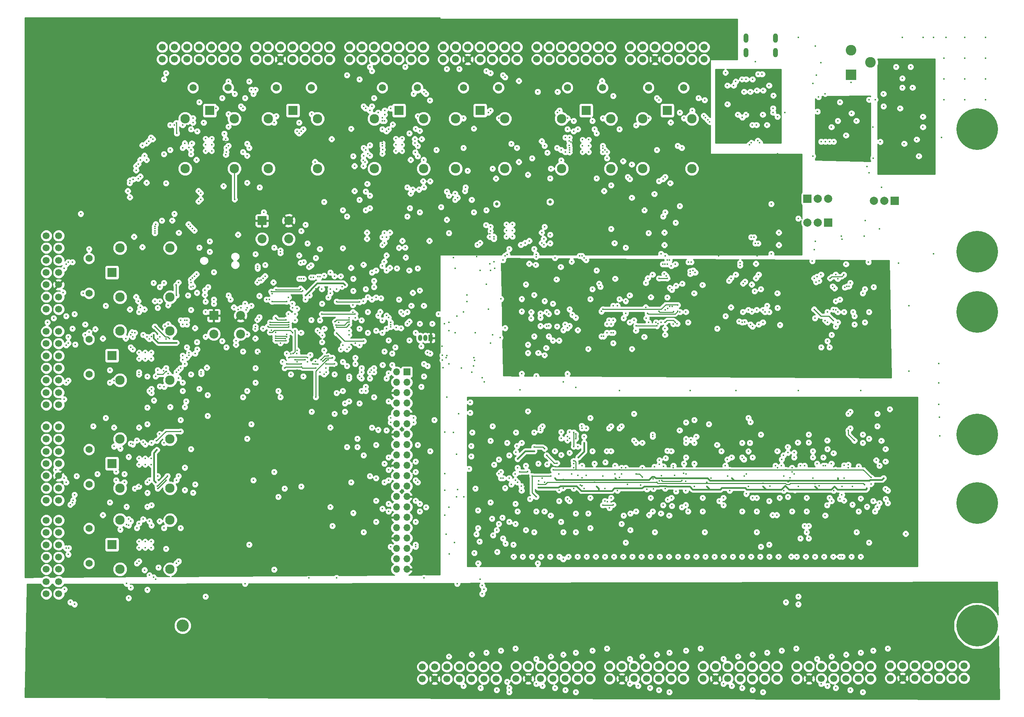
<source format=gbr>
G04 #@! TF.GenerationSoftware,KiCad,Pcbnew,(5.0.0)*
G04 #@! TF.CreationDate,2019-03-12T22:38:42-07:00*
G04 #@! TF.ProjectId,SchematicAutomation,536368656D617469634175746F6D6174,rev?*
G04 #@! TF.SameCoordinates,Original*
G04 #@! TF.FileFunction,Copper,L2,Inr,Mixed*
G04 #@! TF.FilePolarity,Positive*
%FSLAX45Y45*%
G04 Gerber Fmt 4.5, Leading zero omitted, Abs format (unit mm)*
G04 Created by KiCad (PCBNEW (5.0.0)) date 03/12/19 22:38:42*
%MOMM*%
%LPD*%
G01*
G04 APERTURE LIST*
G04 #@! TA.AperFunction,ViaPad*
%ADD10R,1.000000X1.500000*%
G04 #@! TD*
G04 #@! TA.AperFunction,ViaPad*
%ADD11O,1.000000X1.500000*%
G04 #@! TD*
G04 #@! TA.AperFunction,ViaPad*
%ADD12R,1.700000X1.700000*%
G04 #@! TD*
G04 #@! TA.AperFunction,ViaPad*
%ADD13O,1.700000X1.700000*%
G04 #@! TD*
G04 #@! TA.AperFunction,ViaPad*
%ADD14C,2.300000*%
G04 #@! TD*
G04 #@! TA.AperFunction,ViaPad*
%ADD15R,2.300000X2.300000*%
G04 #@! TD*
G04 #@! TA.AperFunction,ViaPad*
%ADD16R,2.200000X2.200000*%
G04 #@! TD*
G04 #@! TA.AperFunction,ViaPad*
%ADD17C,2.200000*%
G04 #@! TD*
G04 #@! TA.AperFunction,ViaPad*
%ADD18R,2.000000X2.000000*%
G04 #@! TD*
G04 #@! TA.AperFunction,ViaPad*
%ADD19C,2.000000*%
G04 #@! TD*
G04 #@! TA.AperFunction,ViaPad*
%ADD20O,1.200000X2.300000*%
G04 #@! TD*
G04 #@! TA.AperFunction,ViaPad*
%ADD21C,10.160000*%
G04 #@! TD*
G04 #@! TA.AperFunction,ViaPad*
%ADD22C,1.700000*%
G04 #@! TD*
G04 #@! TA.AperFunction,ViaPad*
%ADD23C,2.600000*%
G04 #@! TD*
G04 #@! TA.AperFunction,ViaPad*
%ADD24R,2.600000X2.600000*%
G04 #@! TD*
G04 #@! TA.AperFunction,ViaPad*
%ADD25C,1.733000*%
G04 #@! TD*
G04 #@! TA.AperFunction,ViaPad*
%ADD26C,0.380000*%
G04 #@! TD*
G04 #@! TA.AperFunction,ViaPad*
%ADD27C,0.450000*%
G04 #@! TD*
G04 #@! TA.AperFunction,ViaPad*
%ADD28C,0.800000*%
G04 #@! TD*
G04 #@! TA.AperFunction,ViaPad*
%ADD29C,0.600000*%
G04 #@! TD*
G04 #@! TA.AperFunction,ViaPad*
%ADD30C,3.000000*%
G04 #@! TD*
G04 #@! TA.AperFunction,Conductor*
%ADD31C,0.250000*%
G04 #@! TD*
G04 #@! TA.AperFunction,Conductor*
%ADD32C,0.400000*%
G04 #@! TD*
G04 #@! TA.AperFunction,Conductor*
%ADD33C,0.254000*%
G04 #@! TD*
G04 APERTURE END LIST*
D10*
G04 #@! TO.N,GND*
G04 #@! TO.C,U17*
X13728700Y-9372600D03*
D11*
G04 #@! TO.N,Net-(U17-Pad3)*
X13474700Y-9372600D03*
G04 #@! TO.N,Net-(U17-Pad2)*
X13601700Y-9372600D03*
G04 #@! TD*
D12*
G04 #@! TO.N,+3V3*
G04 #@! TO.C,J23*
X13148241Y-10204189D03*
D13*
G04 #@! TO.N,+5V*
X12894241Y-10204189D03*
G04 #@! TO.N,MUX21*
X13148241Y-10458189D03*
G04 #@! TO.N,+5V*
X12894241Y-10458189D03*
G04 #@! TO.N,MUX16*
X13148241Y-10712189D03*
G04 #@! TO.N,GND*
X12894241Y-10712189D03*
G04 #@! TO.N,MUX18*
X13148241Y-10966189D03*
G04 #@! TO.N,/ATMEGA2560/RX*
X12894241Y-10966189D03*
G04 #@! TO.N,GND*
X13148241Y-11220189D03*
G04 #@! TO.N,/ATMEGA2560/TX*
X12894241Y-11220189D03*
G04 #@! TO.N,MUXD*
X13148241Y-11474189D03*
G04 #@! TO.N,MUXE*
X12894241Y-11474189D03*
G04 #@! TO.N,MUXA1*
X13148241Y-11728189D03*
G04 #@! TO.N,GND*
X12894241Y-11728189D03*
G04 #@! TO.N,9_REL*
X13148241Y-11982189D03*
G04 #@! TO.N,8_REL*
X12894241Y-11982189D03*
G04 #@! TO.N,+3V3*
X13148241Y-12236189D03*
G04 #@! TO.N,7_REL*
X12894241Y-12236189D03*
G04 #@! TO.N,4_REL*
X13148241Y-12490189D03*
G04 #@! TO.N,GND*
X12894241Y-12490189D03*
G04 #@! TO.N,3_REL*
X13148241Y-12744189D03*
G04 #@! TO.N,6_REL*
X12894241Y-12744189D03*
G04 #@! TO.N,5_REL*
X13148241Y-12998189D03*
G04 #@! TO.N,2_REL*
X12894241Y-12998189D03*
G04 #@! TO.N,GND*
X13148241Y-13252189D03*
G04 #@! TO.N,1_REL*
X12894241Y-13252189D03*
G04 #@! TO.N,MUX17*
X13148241Y-13506189D03*
G04 #@! TO.N,MUX19*
X12894241Y-13506189D03*
G04 #@! TO.N,MUX20*
X13148241Y-13760189D03*
G04 #@! TO.N,GND*
X12894241Y-13760189D03*
G04 #@! TO.N,MUX22*
X13148241Y-14014189D03*
G04 #@! TO.N,TX_CONT*
X12894241Y-14014189D03*
G04 #@! TO.N,CTS_CONT*
X13148241Y-14268189D03*
G04 #@! TO.N,GND*
X12894241Y-14268189D03*
G04 #@! TO.N,Net-(J23-Pad35)*
X13148241Y-14522189D03*
G04 #@! TO.N,MUXC*
X12894241Y-14522189D03*
G04 #@! TO.N,RS232INV*
X13148241Y-14776189D03*
G04 #@! TO.N,Net-(J23-Pad38)*
X12894241Y-14776189D03*
G04 #@! TO.N,GND*
X13148241Y-15030189D03*
G04 #@! TO.N,10_REL*
X12894241Y-15030189D03*
G04 #@! TD*
D14*
G04 #@! TO.N,Net-(RLY10-Pad4)*
G04 #@! TO.C,RLY10*
X18126000Y-5230000D03*
G04 #@! TO.N,VDC*
X16926000Y-5230000D03*
G04 #@! TO.N,Net-(Q2-Pad12)*
X18126000Y-4010000D03*
G04 #@! TO.N,+5V*
X16926000Y-4010000D03*
D15*
G04 #@! TO.N,5_GarminPWR*
X17526000Y-3810000D03*
G04 #@! TD*
D14*
G04 #@! TO.N,Net-(RLY5-Pad4)*
G04 #@! TO.C,RLY5*
X20107200Y-5230000D03*
G04 #@! TO.N,VDC*
X18907200Y-5230000D03*
G04 #@! TO.N,Net-(Q1-Pad12)*
X20107200Y-4010000D03*
G04 #@! TO.N,+5V*
X18907200Y-4010000D03*
D15*
G04 #@! TO.N,5_Vin*
X19507200Y-3810000D03*
G04 #@! TD*
D16*
G04 #@! TO.N,GND*
G04 #@! TO.C,S4*
X8433809Y-8825555D03*
D17*
X9083809Y-8825555D03*
G04 #@! TO.N,Net-(S4-Pad3)*
X9083809Y-9275555D03*
X8433809Y-9275555D03*
G04 #@! TD*
D18*
G04 #@! TO.N,-3V3*
G04 #@! TO.C,S5*
X22933200Y-5966600D03*
D19*
G04 #@! TO.N,Net-(S2-Pad3)*
X23187200Y-5966600D03*
G04 #@! TO.N,-5V*
X23441200Y-5966600D03*
G04 #@! TD*
D20*
G04 #@! TO.N,GND*
G04 #@! TO.C,J16*
X21433200Y-2039800D03*
X21433200Y-2394800D03*
X22153200Y-2039800D03*
X22153200Y-2394800D03*
G04 #@! TD*
D21*
G04 #@! TO.N,GND*
G04 #@! TO.C,J14*
X27076400Y-4267400D03*
G04 #@! TO.N,VAA*
X27076400Y-7264400D03*
G04 #@! TD*
D22*
G04 #@! TO.N,2_GarminTX*
G04 #@! TO.C,J19*
X4643200Y-9209200D03*
G04 #@! TO.N,2_IN1*
X4341200Y-9209200D03*
G04 #@! TO.N,2_GarminRX*
X4643200Y-9509200D03*
G04 #@! TO.N,2_IN2*
X4341200Y-9509200D03*
G04 #@! TO.N,2_GarminPWR*
X4643200Y-9809200D03*
G04 #@! TO.N,2_IN3*
X4341200Y-9809200D03*
G04 #@! TO.N,2_RTS*
X4643200Y-10109200D03*
G04 #@! TO.N,2_IN4*
X4341200Y-10109200D03*
G04 #@! TO.N,2_CTS*
X4643200Y-10409200D03*
G04 #@! TO.N,2_IN5*
X4341200Y-10409200D03*
G04 #@! TO.N,2_RX*
X4643200Y-10709200D03*
G04 #@! TO.N,2_IN0*
X4341200Y-10709200D03*
G04 #@! TO.N,2_TX*
X4643200Y-11009200D03*
G04 #@! TO.N,2_ADC1*
X4341200Y-11009200D03*
G04 #@! TD*
G04 #@! TO.N,4_OWB_SEC*
G04 #@! TO.C,J18*
X15835200Y-2560400D03*
G04 #@! TO.N,4_ADC2*
X15835200Y-2258400D03*
G04 #@! TO.N,4_OUT3*
X15535200Y-2560400D03*
G04 #@! TO.N,4_ADC3*
X15535200Y-2258400D03*
G04 #@! TO.N,4_OUT0*
X15235200Y-2560400D03*
G04 #@! TO.N,4_ADC0*
X15235200Y-2258400D03*
G04 #@! TO.N,4_Vin*
X14935200Y-2560400D03*
G04 #@! TO.N,Net-(J18-Pad11)*
X14935200Y-2258400D03*
G04 #@! TO.N,GND*
X14635200Y-2560400D03*
G04 #@! TO.N,4_OUT1*
X14635200Y-2258400D03*
G04 #@! TO.N,Net-(J18-Pad2)*
X14335200Y-2560400D03*
G04 #@! TO.N,4_OUT2*
X14335200Y-2258400D03*
G04 #@! TO.N,Net-(J18-Pad1)*
X14035200Y-2560400D03*
G04 #@! TO.N,4_OWB_MAIN*
X14035200Y-2258400D03*
G04 #@! TD*
G04 #@! TO.N,Net-(J1-Pad7)*
G04 #@! TO.C,J1*
X13527200Y-17412140D03*
G04 #@! TO.N,Net-(J1-Pad8)*
X13527200Y-17714140D03*
G04 #@! TO.N,1_J1850+*
X13827200Y-17412140D03*
G04 #@! TO.N,GND*
X13827200Y-17714140D03*
G04 #@! TO.N,1_J1850-*
X14127200Y-17412140D03*
G04 #@! TO.N,1_ISO-K*
X14127200Y-17714140D03*
G04 #@! TO.N,1_ISO-Low*
X14427200Y-17412140D03*
G04 #@! TO.N,1_SWC_BUS*
X14427200Y-17714140D03*
G04 #@! TO.N,1_J1708-TXD*
X14727200Y-17412140D03*
G04 #@! TO.N,1_CAN_MS_L*
X14727200Y-17714140D03*
G04 #@! TO.N,1_J1708-RXD*
X15027200Y-17412140D03*
G04 #@! TO.N,1_CAN_MS_H*
X15027200Y-17714140D03*
G04 #@! TO.N,1_CANHigh*
X15327200Y-17412140D03*
G04 #@! TO.N,1_CANLow*
X15327200Y-17714140D03*
G04 #@! TD*
G04 #@! TO.N,1_GarminTX*
G04 #@! TO.C,J2*
X4643200Y-13832000D03*
G04 #@! TO.N,1_IN1*
X4341200Y-13832000D03*
G04 #@! TO.N,1_GarminRX*
X4643200Y-14132000D03*
G04 #@! TO.N,1_IN2*
X4341200Y-14132000D03*
G04 #@! TO.N,1_GarminPWR*
X4643200Y-14432000D03*
G04 #@! TO.N,1_IN3*
X4341200Y-14432000D03*
G04 #@! TO.N,1_RTS*
X4643200Y-14732000D03*
G04 #@! TO.N,1_IN4*
X4341200Y-14732000D03*
G04 #@! TO.N,1_CTS*
X4643200Y-15032000D03*
G04 #@! TO.N,1_IN5*
X4341200Y-15032000D03*
G04 #@! TO.N,1_RX*
X4643200Y-15332000D03*
G04 #@! TO.N,1_IN0*
X4341200Y-15332000D03*
G04 #@! TO.N,1_TX*
X4643200Y-15632000D03*
G04 #@! TO.N,1_ADC1*
X4341200Y-15632000D03*
G04 #@! TD*
G04 #@! TO.N,Net-(J3-Pad7)*
G04 #@! TO.C,J3*
X15813200Y-17404000D03*
G04 #@! TO.N,Net-(J3-Pad8)*
X15813200Y-17706000D03*
G04 #@! TO.N,1_J1850+*
X16113200Y-17404000D03*
G04 #@! TO.N,GND*
X16113200Y-17706000D03*
G04 #@! TO.N,1_J1850-*
X16413200Y-17404000D03*
G04 #@! TO.N,1_ISO-K*
X16413200Y-17706000D03*
G04 #@! TO.N,1_ISO-Low*
X16713200Y-17404000D03*
G04 #@! TO.N,1_SWC_BUS*
X16713200Y-17706000D03*
G04 #@! TO.N,1_J1708-TXD*
X17013200Y-17404000D03*
G04 #@! TO.N,1_CAN_MS_L*
X17013200Y-17706000D03*
G04 #@! TO.N,1_J1708-RXD*
X17313200Y-17404000D03*
G04 #@! TO.N,1_CAN_MS_H*
X17313200Y-17706000D03*
G04 #@! TO.N,1_CANHigh*
X17613200Y-17404000D03*
G04 #@! TO.N,1_CANLow*
X17613200Y-17706000D03*
G04 #@! TD*
G04 #@! TO.N,1_OWB_SEC*
G04 #@! TO.C,J4*
X4643200Y-11546000D03*
G04 #@! TO.N,1_ADC2*
X4341200Y-11546000D03*
G04 #@! TO.N,1_OUT3*
X4643200Y-11846000D03*
G04 #@! TO.N,1_ADC3*
X4341200Y-11846000D03*
G04 #@! TO.N,1_OUT0*
X4643200Y-12146000D03*
G04 #@! TO.N,1_ADC0*
X4341200Y-12146000D03*
G04 #@! TO.N,1_Vin*
X4643200Y-12446000D03*
G04 #@! TO.N,Net-(J4-Pad11)*
X4341200Y-12446000D03*
G04 #@! TO.N,GND*
X4643200Y-12746000D03*
G04 #@! TO.N,1_OUT1*
X4341200Y-12746000D03*
G04 #@! TO.N,Net-(J4-Pad2)*
X4643200Y-13046000D03*
G04 #@! TO.N,1_OUT2*
X4341200Y-13046000D03*
G04 #@! TO.N,Net-(J4-Pad1)*
X4643200Y-13346000D03*
G04 #@! TO.N,1_OWB_MAIN*
X4341200Y-13346000D03*
G04 #@! TD*
G04 #@! TO.N,Net-(J5-Pad7)*
G04 #@! TO.C,J5*
X18099200Y-17404000D03*
G04 #@! TO.N,Net-(J5-Pad8)*
X18099200Y-17706000D03*
G04 #@! TO.N,1_J1850+*
X18399200Y-17404000D03*
G04 #@! TO.N,GND*
X18399200Y-17706000D03*
G04 #@! TO.N,1_J1850-*
X18699200Y-17404000D03*
G04 #@! TO.N,1_ISO-K*
X18699200Y-17706000D03*
G04 #@! TO.N,1_ISO-Low*
X18999200Y-17404000D03*
G04 #@! TO.N,1_SWC_BUS*
X18999200Y-17706000D03*
G04 #@! TO.N,1_J1708-TXD*
X19299200Y-17404000D03*
G04 #@! TO.N,1_CAN_MS_L*
X19299200Y-17706000D03*
G04 #@! TO.N,1_J1708-RXD*
X19599200Y-17404000D03*
G04 #@! TO.N,1_CAN_MS_H*
X19599200Y-17706000D03*
G04 #@! TO.N,1_CANHigh*
X19899200Y-17404000D03*
G04 #@! TO.N,1_CANLow*
X19899200Y-17706000D03*
G04 #@! TD*
G04 #@! TO.N,5_GarminTX*
G04 #@! TO.C,J6*
X18121200Y-2560400D03*
G04 #@! TO.N,5_IN1*
X18121200Y-2258400D03*
G04 #@! TO.N,5_GarminRX*
X17821200Y-2560400D03*
G04 #@! TO.N,5_IN2*
X17821200Y-2258400D03*
G04 #@! TO.N,5_GarminPWR*
X17521200Y-2560400D03*
G04 #@! TO.N,5_IN3*
X17521200Y-2258400D03*
G04 #@! TO.N,5_RTS*
X17221200Y-2560400D03*
G04 #@! TO.N,5_IN4*
X17221200Y-2258400D03*
G04 #@! TO.N,5_CTS*
X16921200Y-2560400D03*
G04 #@! TO.N,5_IN5*
X16921200Y-2258400D03*
G04 #@! TO.N,5_RX*
X16621200Y-2560400D03*
G04 #@! TO.N,5_IN0*
X16621200Y-2258400D03*
G04 #@! TO.N,5_TX*
X16321200Y-2560400D03*
G04 #@! TO.N,5_ADC1*
X16321200Y-2258400D03*
G04 #@! TD*
G04 #@! TO.N,5_OWB_SEC*
G04 #@! TO.C,J7*
X20407200Y-2560400D03*
G04 #@! TO.N,5_ADC2*
X20407200Y-2258400D03*
G04 #@! TO.N,5_OUT3*
X20107200Y-2560400D03*
G04 #@! TO.N,5_ADC3*
X20107200Y-2258400D03*
G04 #@! TO.N,5_OUT0*
X19807200Y-2560400D03*
G04 #@! TO.N,5_ADC0*
X19807200Y-2258400D03*
G04 #@! TO.N,5_Vin*
X19507200Y-2560400D03*
G04 #@! TO.N,Net-(J7-Pad11)*
X19507200Y-2258400D03*
G04 #@! TO.N,GND*
X19207200Y-2560400D03*
G04 #@! TO.N,5_OUT1*
X19207200Y-2258400D03*
G04 #@! TO.N,Net-(J7-Pad2)*
X18907200Y-2560400D03*
G04 #@! TO.N,5_OUT2*
X18907200Y-2258400D03*
G04 #@! TO.N,Net-(J7-Pad1)*
X18607200Y-2560400D03*
G04 #@! TO.N,5_OWB_MAIN*
X18607200Y-2258400D03*
G04 #@! TD*
G04 #@! TO.N,Net-(J8-Pad7)*
G04 #@! TO.C,J8*
X20385200Y-17404000D03*
G04 #@! TO.N,Net-(J8-Pad8)*
X20385200Y-17706000D03*
G04 #@! TO.N,1_J1850+*
X20685200Y-17404000D03*
G04 #@! TO.N,GND*
X20685200Y-17706000D03*
G04 #@! TO.N,1_J1850-*
X20985200Y-17404000D03*
G04 #@! TO.N,1_ISO-K*
X20985200Y-17706000D03*
G04 #@! TO.N,1_ISO-Low*
X21285200Y-17404000D03*
G04 #@! TO.N,1_SWC_BUS*
X21285200Y-17706000D03*
G04 #@! TO.N,1_J1708-TXD*
X21585200Y-17404000D03*
G04 #@! TO.N,1_CAN_MS_L*
X21585200Y-17706000D03*
G04 #@! TO.N,1_J1708-RXD*
X21885200Y-17404000D03*
G04 #@! TO.N,1_CAN_MS_H*
X21885200Y-17706000D03*
G04 #@! TO.N,1_CANHigh*
X22185200Y-17404000D03*
G04 #@! TO.N,1_CANLow*
X22185200Y-17706000D03*
G04 #@! TD*
G04 #@! TO.N,2_OWB_SEC*
G04 #@! TO.C,J20*
X4643200Y-6872400D03*
G04 #@! TO.N,2_ADC2*
X4341200Y-6872400D03*
G04 #@! TO.N,2_OUT3*
X4643200Y-7172400D03*
G04 #@! TO.N,2_ADC3*
X4341200Y-7172400D03*
G04 #@! TO.N,2_OUT0*
X4643200Y-7472400D03*
G04 #@! TO.N,2_ADC0*
X4341200Y-7472400D03*
G04 #@! TO.N,2_Vin*
X4643200Y-7772400D03*
G04 #@! TO.N,Net-(J20-Pad11)*
X4341200Y-7772400D03*
G04 #@! TO.N,GND*
X4643200Y-8072400D03*
G04 #@! TO.N,2_OUT1*
X4341200Y-8072400D03*
G04 #@! TO.N,Net-(J20-Pad2)*
X4643200Y-8372400D03*
G04 #@! TO.N,2_OUT2*
X4341200Y-8372400D03*
G04 #@! TO.N,Net-(J20-Pad1)*
X4643200Y-8672400D03*
G04 #@! TO.N,2_OWB_MAIN*
X4341200Y-8672400D03*
G04 #@! TD*
G04 #@! TO.N,3_OWB_SEC*
G04 #@! TO.C,J22*
X11257706Y-2559811D03*
G04 #@! TO.N,3_ADC2*
X11257706Y-2257811D03*
G04 #@! TO.N,3_OUT3*
X10957706Y-2559811D03*
G04 #@! TO.N,3_ADC3*
X10957706Y-2257811D03*
G04 #@! TO.N,3_OUT0*
X10657706Y-2559811D03*
G04 #@! TO.N,3_ADC0*
X10657706Y-2257811D03*
G04 #@! TO.N,3_Vin*
X10357706Y-2559811D03*
G04 #@! TO.N,Net-(J22-Pad11)*
X10357706Y-2257811D03*
G04 #@! TO.N,GND*
X10057706Y-2559811D03*
G04 #@! TO.N,3_OUT1*
X10057706Y-2257811D03*
G04 #@! TO.N,Net-(J22-Pad2)*
X9757706Y-2559811D03*
G04 #@! TO.N,3_OUT2*
X9757706Y-2257811D03*
G04 #@! TO.N,Net-(J22-Pad1)*
X9457706Y-2559811D03*
G04 #@! TO.N,3_OWB_MAIN*
X9457706Y-2257811D03*
G04 #@! TD*
G04 #@! TO.N,3_GarminTX*
G04 #@! TO.C,J21*
X8971706Y-2559811D03*
G04 #@! TO.N,3_IN1*
X8971706Y-2257811D03*
G04 #@! TO.N,3_GarminRX*
X8671706Y-2559811D03*
G04 #@! TO.N,3_IN2*
X8671706Y-2257811D03*
G04 #@! TO.N,3_GarminPWR*
X8371706Y-2559811D03*
G04 #@! TO.N,3_IN3*
X8371706Y-2257811D03*
G04 #@! TO.N,3_RTS*
X8071706Y-2559811D03*
G04 #@! TO.N,3_IN4*
X8071706Y-2257811D03*
G04 #@! TO.N,3_CTS*
X7771706Y-2559811D03*
G04 #@! TO.N,3_IN5*
X7771706Y-2257811D03*
G04 #@! TO.N,3_RX*
X7471706Y-2559811D03*
G04 #@! TO.N,3_IN0*
X7471706Y-2257811D03*
G04 #@! TO.N,3_TX*
X7171706Y-2559811D03*
G04 #@! TO.N,3_ADC1*
X7171706Y-2257811D03*
G04 #@! TD*
G04 #@! TO.N,Net-(J9-Pad7)*
G04 #@! TO.C,J9*
X24957200Y-17391300D03*
G04 #@! TO.N,Net-(J9-Pad8)*
X24957200Y-17693300D03*
G04 #@! TO.N,1_J1850+*
X25257200Y-17391300D03*
G04 #@! TO.N,GND*
X25257200Y-17693300D03*
G04 #@! TO.N,1_J1850-*
X25557200Y-17391300D03*
G04 #@! TO.N,1_ISO-K*
X25557200Y-17693300D03*
G04 #@! TO.N,1_ISO-Low*
X25857200Y-17391300D03*
G04 #@! TO.N,1_SWC_BUS*
X25857200Y-17693300D03*
G04 #@! TO.N,1_J1708-TXD*
X26157200Y-17391300D03*
G04 #@! TO.N,1_CAN_MS_L*
X26157200Y-17693300D03*
G04 #@! TO.N,1_J1708-RXD*
X26457200Y-17391300D03*
G04 #@! TO.N,1_CAN_MS_H*
X26457200Y-17693300D03*
G04 #@! TO.N,1_CANHigh*
X26757200Y-17391300D03*
G04 #@! TO.N,1_CANLow*
X26757200Y-17693300D03*
G04 #@! TD*
G04 #@! TO.N,4_GarminTX*
G04 #@! TO.C,J10*
X13549200Y-2560400D03*
G04 #@! TO.N,4_IN1*
X13549200Y-2258400D03*
G04 #@! TO.N,4_GarminRX*
X13249200Y-2560400D03*
G04 #@! TO.N,4_IN2*
X13249200Y-2258400D03*
G04 #@! TO.N,4_GarminPWR*
X12949200Y-2560400D03*
G04 #@! TO.N,4_IN3*
X12949200Y-2258400D03*
G04 #@! TO.N,4_RTS*
X12649200Y-2560400D03*
G04 #@! TO.N,4_IN4*
X12649200Y-2258400D03*
G04 #@! TO.N,4_CTS*
X12349200Y-2560400D03*
G04 #@! TO.N,4_IN5*
X12349200Y-2258400D03*
G04 #@! TO.N,4_RX*
X12049200Y-2560400D03*
G04 #@! TO.N,4_IN0*
X12049200Y-2258400D03*
G04 #@! TO.N,4_TX*
X11749200Y-2560400D03*
G04 #@! TO.N,4_ADC1*
X11749200Y-2258400D03*
G04 #@! TD*
G04 #@! TO.N,Net-(J11-Pad7)*
G04 #@! TO.C,J11*
X22671200Y-17404000D03*
G04 #@! TO.N,Net-(J11-Pad8)*
X22671200Y-17706000D03*
G04 #@! TO.N,1_J1850+*
X22971200Y-17404000D03*
G04 #@! TO.N,GND*
X22971200Y-17706000D03*
G04 #@! TO.N,1_J1850-*
X23271200Y-17404000D03*
G04 #@! TO.N,1_ISO-K*
X23271200Y-17706000D03*
G04 #@! TO.N,1_ISO-Low*
X23571200Y-17404000D03*
G04 #@! TO.N,1_SWC_BUS*
X23571200Y-17706000D03*
G04 #@! TO.N,1_J1708-TXD*
X23871200Y-17404000D03*
G04 #@! TO.N,1_CAN_MS_L*
X23871200Y-17706000D03*
G04 #@! TO.N,1_J1708-RXD*
X24171200Y-17404000D03*
G04 #@! TO.N,1_CAN_MS_H*
X24171200Y-17706000D03*
G04 #@! TO.N,1_CANHigh*
X24471200Y-17404000D03*
G04 #@! TO.N,1_CANLow*
X24471200Y-17706000D03*
G04 #@! TD*
D23*
G04 #@! TO.N,N/C*
G04 #@! TO.C,J13*
X24470000Y-2635176D03*
G04 #@! TO.N,GND*
X24000000Y-2335176D03*
D24*
G04 #@! TO.N,+12V*
X24000000Y-2935176D03*
G04 #@! TD*
D21*
G04 #@! TO.N,GND*
G04 #@! TO.C,J15*
X27076400Y-13411200D03*
G04 #@! TO.N,VDC*
X27076400Y-16408200D03*
G04 #@! TD*
G04 #@! TO.N,GND*
G04 #@! TO.C,J17*
X27076400Y-8737600D03*
G04 #@! TO.N,Net-(J17-Pad1)*
X27076400Y-11734600D03*
G04 #@! TD*
D25*
G04 #@! TO.N,Net-(Q1-Pad16)*
G04 #@! TO.C,Z1*
X5384800Y-12098000D03*
G04 #@! TO.N,+5V*
X5384800Y-12954000D03*
G04 #@! TD*
G04 #@! TO.N,Net-(Q1-Pad15)*
G04 #@! TO.C,Z2*
X5384800Y-7424400D03*
G04 #@! TO.N,+5V*
X5384800Y-8280400D03*
G04 #@! TD*
G04 #@! TO.N,Net-(Q1-Pad14)*
G04 #@! TO.C,Z3*
X10812800Y-3251200D03*
G04 #@! TO.N,+5V*
X9956800Y-3251200D03*
G04 #@! TD*
G04 #@! TO.N,Net-(Q1-Pad13)*
G04 #@! TO.C,Z4*
X15384800Y-3251200D03*
G04 #@! TO.N,+5V*
X14528800Y-3251200D03*
G04 #@! TD*
G04 #@! TO.N,Net-(Q1-Pad12)*
G04 #@! TO.C,Z5*
X19906000Y-3251200D03*
G04 #@! TO.N,+5V*
X19050000Y-3251200D03*
G04 #@! TD*
G04 #@! TO.N,Net-(Q2-Pad16)*
G04 #@! TO.C,Z6*
X5384800Y-14028400D03*
G04 #@! TO.N,+5V*
X5384800Y-14884400D03*
G04 #@! TD*
G04 #@! TO.N,Net-(Q2-Pad15)*
G04 #@! TO.C,Z7*
X5384800Y-9405600D03*
G04 #@! TO.N,+5V*
X5384800Y-10261600D03*
G04 #@! TD*
G04 #@! TO.N,Net-(Q2-Pad14)*
G04 #@! TO.C,Z8*
X8780800Y-3251200D03*
G04 #@! TO.N,+5V*
X7924800Y-3251200D03*
G04 #@! TD*
G04 #@! TO.N,Net-(Q2-Pad13)*
G04 #@! TO.C,Z9*
X13403600Y-3251200D03*
G04 #@! TO.N,+5V*
X12547600Y-3251200D03*
G04 #@! TD*
G04 #@! TO.N,Net-(Q2-Pad12)*
G04 #@! TO.C,Z10*
X17924800Y-3251200D03*
G04 #@! TO.N,+5V*
X17068800Y-3251200D03*
G04 #@! TD*
D14*
G04 #@! TO.N,Net-(RLY4-Pad4)*
G04 #@! TO.C,RLY4*
X15535200Y-5230000D03*
G04 #@! TO.N,VDC*
X14335200Y-5230000D03*
G04 #@! TO.N,Net-(Q1-Pad13)*
X15535200Y-4010000D03*
G04 #@! TO.N,+5V*
X14335200Y-4010000D03*
D15*
G04 #@! TO.N,4_Vin*
X14935200Y-3810000D03*
G04 #@! TD*
D14*
G04 #@! TO.N,Net-(RLY6-Pad4)*
G04 #@! TO.C,RLY6*
X7363600Y-13827200D03*
G04 #@! TO.N,VDC*
X7363600Y-15027200D03*
G04 #@! TO.N,Net-(Q2-Pad16)*
X6143600Y-13827200D03*
G04 #@! TO.N,+5V*
X6143600Y-15027200D03*
D15*
G04 #@! TO.N,1_GarminPWR*
X5943600Y-14427200D03*
G04 #@! TD*
D14*
G04 #@! TO.N,Net-(RLY3-Pad4)*
G04 #@! TO.C,RLY3*
X10963200Y-5230000D03*
G04 #@! TO.N,VDC*
X9763200Y-5230000D03*
G04 #@! TO.N,Net-(Q1-Pad14)*
X10963200Y-4010000D03*
G04 #@! TO.N,+5V*
X9763200Y-4010000D03*
D15*
G04 #@! TO.N,3_Vin*
X10363200Y-3810000D03*
G04 #@! TD*
D14*
G04 #@! TO.N,Net-(RLY1-Pad4)*
G04 #@! TO.C,RLY1*
X7363600Y-11846000D03*
G04 #@! TO.N,VDC*
X7363600Y-13046000D03*
G04 #@! TO.N,Net-(Q1-Pad16)*
X6143600Y-11846000D03*
G04 #@! TO.N,+5V*
X6143600Y-13046000D03*
D15*
G04 #@! TO.N,1_Vin*
X5943600Y-12446000D03*
G04 #@! TD*
D14*
G04 #@! TO.N,Net-(RLY7-Pad4)*
G04 #@! TO.C,RLY7*
X7363600Y-9204400D03*
G04 #@! TO.N,VDC*
X7363600Y-10404400D03*
G04 #@! TO.N,Net-(Q2-Pad15)*
X6143600Y-9204400D03*
G04 #@! TO.N,+5V*
X6143600Y-10404400D03*
D15*
G04 #@! TO.N,2_GarminPWR*
X5943600Y-9804400D03*
G04 #@! TD*
D14*
G04 #@! TO.N,Net-(RLY8-Pad4)*
G04 #@! TO.C,RLY8*
X8931200Y-5230000D03*
G04 #@! TO.N,VDC*
X7731200Y-5230000D03*
G04 #@! TO.N,Net-(Q2-Pad14)*
X8931200Y-4010000D03*
G04 #@! TO.N,+5V*
X7731200Y-4010000D03*
D15*
G04 #@! TO.N,3_GarminPWR*
X8331200Y-3810000D03*
G04 #@! TD*
D14*
G04 #@! TO.N,Net-(RLY9-Pad4)*
G04 #@! TO.C,RLY9*
X13554000Y-5230000D03*
G04 #@! TO.N,VDC*
X12354000Y-5230000D03*
G04 #@! TO.N,Net-(Q2-Pad13)*
X13554000Y-4010000D03*
G04 #@! TO.N,+5V*
X12354000Y-4010000D03*
D15*
G04 #@! TO.N,4_GarminPWR*
X12954000Y-3810000D03*
G04 #@! TD*
D14*
G04 #@! TO.N,Net-(RLY2-Pad4)*
G04 #@! TO.C,RLY2*
X7363600Y-7172400D03*
G04 #@! TO.N,VDC*
X7363600Y-8372400D03*
G04 #@! TO.N,Net-(Q1-Pad15)*
X6143600Y-7172400D03*
G04 #@! TO.N,+5V*
X6143600Y-8372400D03*
D15*
G04 #@! TO.N,2_Vin*
X5943600Y-7772400D03*
G04 #@! TD*
D17*
G04 #@! TO.N,/ATMEGA2560/\005CRESET*
G04 #@! TO.C,S1*
X9611600Y-6952400D03*
X10261600Y-6952400D03*
G04 #@! TO.N,GND*
X10261600Y-6502400D03*
D16*
X9611600Y-6502400D03*
G04 #@! TD*
D19*
G04 #@! TO.N,+3V3*
G04 #@! TO.C,S3*
X24558800Y-6017400D03*
G04 #@! TO.N,+VSW*
X24812800Y-6017400D03*
D18*
G04 #@! TO.N,+5V*
X25066800Y-6017400D03*
G04 #@! TD*
D19*
G04 #@! TO.N,Net-(S2-Pad3)*
G04 #@! TO.C,S2*
X22933200Y-6553200D03*
G04 #@! TO.N,-VSW*
X23187200Y-6553200D03*
D18*
G04 #@! TO.N,GND*
X23441200Y-6553200D03*
G04 #@! TD*
D26*
G04 #@! TO.N,N/C*
G04 #@! TO.C,U8*
X6906400Y-14352200D03*
X6756400Y-14352200D03*
X6606400Y-14352200D03*
X6906400Y-14502200D03*
X6756400Y-14502200D03*
X6606400Y-14502200D03*
G04 #@! TD*
G04 #@! TO.N,N/C*
G04 #@! TO.C,U10*
X6906400Y-12320200D03*
X6756400Y-12320200D03*
X6606400Y-12320200D03*
X6906400Y-12470200D03*
X6756400Y-12470200D03*
X6606400Y-12470200D03*
G04 #@! TD*
G04 #@! TO.N,N/C*
G04 #@! TO.C,U9*
X13029000Y-4798200D03*
X13029000Y-4648200D03*
X13029000Y-4498200D03*
X12879000Y-4798200D03*
X12879000Y-4648200D03*
X12879000Y-4498200D03*
G04 #@! TD*
G04 #@! TO.N,N/C*
G04 #@! TO.C,U7*
X8380800Y-4798200D03*
X8380800Y-4648200D03*
X8380800Y-4498200D03*
X8230800Y-4798200D03*
X8230800Y-4648200D03*
X8230800Y-4498200D03*
G04 #@! TD*
G04 #@! TO.N,N/C*
G04 #@! TO.C,U11*
X17588300Y-4823600D03*
X17588300Y-4673600D03*
X17588300Y-4523600D03*
X17438300Y-4823600D03*
X17438300Y-4673600D03*
X17438300Y-4523600D03*
G04 #@! TD*
G04 #@! TO.N,N/C*
G04 #@! TO.C,U12*
X6906400Y-9729400D03*
X6756400Y-9729400D03*
X6606400Y-9729400D03*
X6906400Y-9879400D03*
X6756400Y-9879400D03*
X6606400Y-9879400D03*
G04 #@! TD*
G04 #@! TO.N,N/C*
G04 #@! TO.C,U13*
X15577750Y-6593700D03*
X15577750Y-6743700D03*
X15577750Y-6893700D03*
X15727750Y-6593700D03*
X15727750Y-6743700D03*
X15727750Y-6893700D03*
G04 #@! TD*
D27*
G04 #@! TO.N,*
X13983010Y-6172341D03*
X13221010Y-6197741D03*
X14541810Y-13258941D03*
X14922810Y-14351141D03*
G04 #@! TO.N,GND*
X25247600Y-3251200D03*
X25095200Y-2743200D03*
X25450800Y-2743200D03*
X21336000Y-8991600D03*
X25330400Y-14160500D03*
X22079200Y-13703300D03*
X22180800Y-13703300D03*
X18234900Y-12494500D03*
X18539700Y-12951700D03*
X18234900Y-12697700D03*
X16863300Y-12697700D03*
X15942894Y-12994454D03*
X16507700Y-13612100D03*
X16660100Y-13713700D03*
X15948900Y-13104100D03*
X15796500Y-12697700D03*
X19510157Y-12131182D03*
X19606500Y-12138900D03*
X19657300Y-12545300D03*
X19962100Y-12878572D03*
X19657300Y-12494500D03*
X19960200Y-13104100D03*
X19809700Y-11630900D03*
X19960200Y-13457800D03*
X19555700Y-13713700D03*
X19352500Y-13662900D03*
X16761700Y-12138900D03*
X18133300Y-12138900D03*
X18031700Y-12138900D03*
X23777700Y-13002500D03*
X23365700Y-13713700D03*
X23772100Y-13205700D03*
X24838900Y-12392900D03*
X24838900Y-12088100D03*
X24737300Y-11884900D03*
X23518100Y-12443700D03*
X22298900Y-12494500D03*
X22502751Y-12794820D03*
X20978100Y-12342100D03*
X20927300Y-12494500D03*
X21079700Y-12291300D03*
X20724100Y-11986761D03*
X24638420Y-13513857D03*
X23416545Y-11877632D03*
X23568900Y-12189700D03*
X22349700Y-12240500D03*
X22197300Y-12138900D03*
X22451300Y-12037300D03*
X10208500Y-8633700D03*
X9934700Y-8582900D03*
X10310100Y-7871700D03*
X23873700Y-7566900D03*
X23264100Y-7820900D03*
X23142700Y-8007900D03*
X21740100Y-7820900D03*
X22197300Y-8278100D03*
X20165300Y-8278100D03*
X19816154Y-8737185D03*
X19277425Y-9027404D03*
X18996900Y-8887700D03*
X18234900Y-7922500D03*
X18983700Y-8024100D03*
X19149300Y-7820900D03*
X19454100Y-9294100D03*
X18946100Y-9344900D03*
X18742900Y-9192500D03*
X18190538Y-9242995D03*
X18590500Y-8328900D03*
X19708100Y-7566900D03*
X19708102Y-8989300D03*
X19454100Y-8989300D03*
X19962100Y-8735300D03*
X19454100Y-9141700D03*
X25600900Y-4518900D03*
X25651700Y-4925300D03*
X26210500Y-4468100D03*
X25753300Y-4214100D03*
X23873700Y-4417300D03*
X24127700Y-4061700D03*
X23518100Y-4214100D03*
X21333700Y-3045700D03*
X21435300Y-3045700D03*
X21943300Y-4163300D03*
X21587700Y-4163300D03*
X21689300Y-4163300D03*
X21994100Y-3198100D03*
X21130500Y-3198100D03*
X21384500Y-3350500D03*
X21181300Y-3100700D03*
X20978100Y-3198100D03*
X20978100Y-3655300D03*
X24788100Y-3401300D03*
X25194500Y-3756900D03*
X25499300Y-3248900D03*
X25753300Y-3960100D03*
X25296100Y-4620500D03*
X20368500Y-8074900D03*
X21015700Y-7973300D03*
X21181300Y-7820900D03*
X16803109Y-7940354D03*
X16091909Y-6873554D03*
X15177509Y-6822754D03*
X14821909Y-6771954D03*
X6651500Y-11801154D03*
X6643109Y-12950700D03*
X6553506Y-13103100D03*
X6744709Y-13731554D03*
X6643109Y-13731554D03*
X6693909Y-14950754D03*
X16142709Y-4841555D03*
X17971509Y-4587555D03*
X7760709Y-4485955D03*
X12231109Y-6670354D03*
X11824709Y-6670354D03*
X13145509Y-6670354D03*
X11621509Y-10378755D03*
X11418309Y-10073955D03*
X9543800Y-9753600D03*
X9702800Y-10261600D03*
X10109200Y-10215000D03*
X10109200Y-9804400D03*
X10312400Y-9757800D03*
X10312400Y-7772400D03*
X10363200Y-8324700D03*
X6654800Y-9398000D03*
X6654800Y-10363200D03*
X11090300Y-7924800D03*
X10464800Y-10160000D03*
X10668000Y-9702800D03*
X4876800Y-5537200D03*
X4826000Y-4064000D03*
X20929600Y-8839200D03*
X20726400Y-9144000D03*
X20015200Y-8991600D03*
X19507200Y-8382000D03*
X21844000Y-8686800D03*
X21691600Y-8686800D03*
X21590000Y-9093200D03*
X21539200Y-9042400D03*
X18948400Y-6604000D03*
X16916400Y-4613400D03*
X23114000Y-8890000D03*
X23418800Y-8737600D03*
X23672800Y-8737600D03*
X24045100Y-8737600D03*
X24434800Y-8737600D03*
X24282400Y-8280400D03*
X12547009Y-4560776D03*
X13234000Y-4550700D03*
X24536400Y-4978400D03*
X6146800Y-10871200D03*
X6604000Y-11074400D03*
X16967200Y-3556000D03*
X13004800Y-4013200D03*
X18186400Y-9499600D03*
X22199600Y-3962400D03*
X21894800Y-8737600D03*
X22261991Y-9053991D03*
X12344400Y-8636000D03*
X11887200Y-8636000D03*
X8636000Y-7620000D03*
X8686800Y-8077200D03*
X9144000Y-7518400D03*
X17881600Y-6350000D03*
X7873409Y-4509976D03*
X17159377Y-4582668D03*
X16915809Y-12231576D03*
X16509409Y-9793176D03*
X23621409Y-8472376D03*
X7771809Y-4306776D03*
X7771809Y-4173611D03*
X8684932Y-4559498D03*
X8838609Y-4560776D03*
X22097409Y-3443176D03*
X26009009Y-2020776D03*
X26313809Y-2020776D03*
X26771009Y-2020776D03*
X27279009Y-2020776D03*
X27279009Y-2528776D03*
X26771009Y-2528776D03*
X26771009Y-3036776D03*
X27279009Y-3036776D03*
X26263009Y-3036776D03*
X26263009Y-2528776D03*
X26263009Y-3544776D03*
X26771009Y-3544776D03*
X27279009Y-3544776D03*
X13563009Y-13704776D03*
X14071009Y-13704776D03*
X14071009Y-11672776D03*
X13563009Y-11672776D03*
X14071009Y-13095176D03*
X13563009Y-13095176D03*
X13055009Y-13095176D03*
X17092769Y-14720776D03*
X17315839Y-14720776D03*
X18208119Y-14720776D03*
X19100399Y-14720776D03*
X19546538Y-14720776D03*
X19769608Y-14720776D03*
X20661888Y-14720776D03*
X20884958Y-14720776D03*
X21331098Y-14720776D03*
X21554167Y-14720776D03*
X22223377Y-14720776D03*
X22892587Y-14720776D03*
X23723009Y-14720776D03*
X24231009Y-14720776D03*
X24231009Y-10656776D03*
X22707009Y-10656776D03*
X21183009Y-10656776D03*
X20065409Y-10656776D03*
X18338209Y-10656776D03*
X18643009Y-9640776D03*
X17576209Y-9640776D03*
X16103009Y-11164776D03*
X17169809Y-7507176D03*
X17119009Y-6084776D03*
X17627009Y-6084776D03*
X17627009Y-6592776D03*
X17119009Y-6592776D03*
X18135009Y-6084776D03*
X10769009Y-8726376D03*
X10616609Y-8726376D03*
X10870609Y-8370776D03*
X10057809Y-8065976D03*
X10108609Y-8015176D03*
X10159409Y-7964376D03*
X9651409Y-10453576D03*
X9854609Y-10453576D03*
X9753009Y-10961576D03*
X10210209Y-10961576D03*
X10565809Y-10961576D03*
X9499009Y-11825176D03*
X10007009Y-11825176D03*
X10565809Y-11825176D03*
X11023009Y-11825176D03*
X8483009Y-11164776D03*
X8483009Y-10656776D03*
X25755009Y-2020776D03*
X25247009Y-2020776D03*
X22707009Y-2020776D03*
X20675009Y-2020776D03*
X20167009Y-2020776D03*
X20675009Y-2528776D03*
X20929009Y-2884376D03*
X21183009Y-6592776D03*
X20675009Y-6592776D03*
X20675009Y-5576776D03*
X21183009Y-5576776D03*
X21233809Y-4967176D03*
X20675009Y-4967176D03*
X22199009Y-5576776D03*
X22199009Y-4865576D03*
X6451009Y-11164776D03*
X6146209Y-11164776D03*
X5892209Y-11164776D03*
X5435009Y-11164776D03*
X6806609Y-11164776D03*
X7060609Y-11164776D03*
X7365409Y-11164776D03*
X8178209Y-11164776D03*
X8940209Y-11164776D03*
X9956209Y-11164776D03*
X14020209Y-6745176D03*
X12750209Y-6389576D03*
X12750209Y-6237176D03*
X12750209Y-5983176D03*
X12801009Y-6694376D03*
X12293009Y-6795976D03*
X10921409Y-6897576D03*
X10261009Y-6694376D03*
X10261009Y-6084776D03*
X10007009Y-6084776D03*
X10921409Y-8167576D03*
X10921409Y-8269176D03*
X9956209Y-10453576D03*
X24434209Y-3544776D03*
X24586609Y-3544776D03*
X22047200Y-5130800D03*
X23723600Y-3606800D03*
X23672800Y-4064000D03*
X23571200Y-4572000D03*
X23469600Y-4572000D03*
X23368000Y-4572000D03*
X23266400Y-4572000D03*
X24384000Y-5181600D03*
X24434800Y-5334000D03*
X24790400Y-3708400D03*
X21590000Y-3048000D03*
X18745200Y-4521200D03*
X11684000Y-6502400D03*
X4724400Y-4521200D03*
X4978400Y-5435600D03*
X4470400Y-4927600D03*
X9715500Y-7283450D03*
X9747250Y-7378700D03*
X9277350Y-8375650D03*
X8712200Y-8324850D03*
X9620250Y-13030200D03*
X10464800Y-13030200D03*
X14116050Y-15506700D03*
X10782300Y-15519400D03*
X9093200Y-15525750D03*
X26136600Y-10001250D03*
X26136600Y-10471150D03*
X26136600Y-10998200D03*
X26155650Y-11309350D03*
X26168350Y-11766550D03*
X4254500Y-1930400D03*
X6000750Y-1943100D03*
X4387850Y-3149600D03*
X5219700Y-3276600D03*
X6013450Y-3378200D03*
X6845300Y-3422650D03*
X7213600Y-5886450D03*
X5378450Y-6616700D03*
X5321300Y-6686550D03*
X5918200Y-6718300D03*
X6121400Y-6565900D03*
X5492750Y-6896100D03*
X7772400Y-9156700D03*
X13525500Y-7391400D03*
X14287500Y-7410450D03*
X14852650Y-7378700D03*
X15767050Y-4070350D03*
X16471900Y-4000500D03*
X16065500Y-4051300D03*
X12985750Y-5219700D03*
X7315200Y-5181600D03*
X8121650Y-5194300D03*
X8356600Y-5194300D03*
X9290050Y-5264150D03*
X12725400Y-5194300D03*
X14420850Y-4533900D03*
X14871700Y-4508500D03*
X16109950Y-4540250D03*
X17348200Y-5162550D03*
X17633950Y-5149850D03*
X17545050Y-5302250D03*
X17214850Y-5283200D03*
X18903950Y-6197600D03*
X19011900Y-6197600D03*
X19018250Y-6362700D03*
X18859500Y-6369050D03*
X18967450Y-6838950D03*
X18884900Y-6896100D03*
X18942050Y-6051550D03*
X21570950Y-8064500D03*
X19107150Y-8375650D03*
X17437100Y-3263900D03*
X17595850Y-3244850D03*
X9067800Y-14712950D03*
X9067800Y-14960600D03*
X9455150Y-14744700D03*
X9467850Y-14947900D03*
X10045700Y-14725650D03*
X10045700Y-14979650D03*
X10928350Y-14725650D03*
X10928350Y-14903450D03*
X11347450Y-14744700D03*
X11918950Y-14719300D03*
X11918950Y-14916150D03*
X13931900Y-14884400D03*
X15754350Y-14720776D03*
X15977420Y-14720776D03*
X16200490Y-14720776D03*
X16646630Y-14720776D03*
X16869700Y-14720776D03*
X16423560Y-14720776D03*
X17985049Y-14720776D03*
X17538909Y-14720776D03*
X17761979Y-14720776D03*
X18431189Y-14720776D03*
X18654259Y-14720776D03*
X18877329Y-14720776D03*
X20215748Y-14720776D03*
X21108028Y-14720776D03*
X21777237Y-14720776D03*
X22669517Y-14720776D03*
X23115657Y-14720776D03*
X23561796Y-14720776D03*
X22000307Y-14720776D03*
X20438818Y-14720776D03*
X19992678Y-14720776D03*
X19323468Y-14720776D03*
X23784866Y-14720776D03*
X24007936Y-14720776D03*
X23647400Y-15589250D03*
X23338727Y-14720776D03*
X14890750Y-14884400D03*
X22536150Y-14719300D03*
X13563009Y-12693091D03*
X8661400Y-12540691D03*
X8058150Y-12388291D03*
X8528050Y-12642291D03*
X14071009Y-12693091D03*
X14031443Y-10097966D03*
X13055600Y-11633200D03*
X5994400Y-3200400D03*
X5486400Y-1930400D03*
X5029200Y-1828800D03*
X12344400Y-9321800D03*
X22377400Y-3860800D03*
X22092519Y-3858500D03*
X22092519Y-3756900D03*
X11570010Y-4876941D03*
X7155890Y-4318141D03*
X7302810Y-4318141D03*
X14008410Y-9575941D03*
X14618010Y-8483741D03*
X14694210Y-10947541D03*
X15913410Y-10642741D03*
X14287810Y-6096141D03*
X13576610Y-6172341D03*
X14389410Y-4876941D03*
X14948210Y-4114941D03*
X13627410Y-3759341D03*
X13297210Y-3759341D03*
X10325410Y-4876941D03*
X10274610Y-5181741D03*
X8928410Y-6400941D03*
X8547410Y-6629541D03*
X6871010Y-7696341D03*
X7023410Y-7213741D03*
X25413010Y-8585341D03*
X25413010Y-10185541D03*
X16091210Y-3327541D03*
X16040410Y-2997341D03*
X16497610Y-2921141D03*
X17996210Y-2946541D03*
X18732810Y-3022741D03*
X14719610Y-3911741D03*
X14973610Y-4775341D03*
X15634010Y-4851541D03*
X14008410Y-3759341D03*
X13983010Y-4521341D03*
X14033810Y-4927741D03*
X14008410Y-5156341D03*
X14059210Y-6400941D03*
X14033810Y-6527941D03*
X11570010Y-5969141D03*
X11595410Y-5308741D03*
X11570010Y-3784741D03*
X11341410Y-3530741D03*
X10122210Y-3937141D03*
X8522010Y-5918341D03*
X5931210Y-6197741D03*
X6210610Y-7620141D03*
X5347010Y-10795141D03*
X6210610Y-9880741D03*
X8598210Y-10236341D03*
X8750610Y-9702941D03*
X22009410Y-5842141D03*
X23127010Y-2235341D03*
X23152410Y-2946541D03*
X23203210Y-3479941D03*
X23177810Y-3835541D03*
X25159010Y-7543941D03*
X24320810Y-6883541D03*
X24346210Y-6502541D03*
X23127010Y-7010541D03*
X23101610Y-7213741D03*
X23050810Y-7493141D03*
X21145810Y-7086741D03*
X20714010Y-7035941D03*
X20764810Y-7366141D03*
X21704610Y-7366141D03*
X19977410Y-5613541D03*
X20129810Y-4851541D03*
X20206010Y-3708541D03*
X20510810Y-3276741D03*
X24422410Y-7518541D03*
X24549410Y-8128141D03*
X14313210Y-14376541D03*
X14110010Y-14173341D03*
X12205010Y-14300341D03*
X11112810Y-14173341D03*
X10833410Y-13792341D03*
X16345210Y-14884541D03*
X12459010Y-15163941D03*
X10757210Y-15240141D03*
X8928410Y-15163941D03*
X8623610Y-15163941D03*
X10604810Y-14681341D03*
X10630210Y-14274941D03*
X9741210Y-14274941D03*
X8852210Y-14274941D03*
X11087410Y-12496941D03*
X10477810Y-12496941D03*
X10147610Y-12496941D03*
X10249210Y-12217541D03*
X10960410Y-12268341D03*
X11443010Y-12268341D03*
X11493810Y-12471541D03*
X12078010Y-12446141D03*
X9055410Y-12242941D03*
X9512610Y-12293741D03*
X10808010Y-12750941D03*
X10503210Y-12725541D03*
X10198410Y-12725541D03*
X9766610Y-12700141D03*
X11493810Y-12725541D03*
X12052610Y-12725541D03*
X12001810Y-11938141D03*
X12027210Y-11734941D03*
X12281210Y-11963541D03*
X12281210Y-11734941D03*
X13551210Y-12242941D03*
X13830610Y-12268341D03*
X14364010Y-12217541D03*
X14719610Y-12268341D03*
X14719610Y-12014341D03*
X14745010Y-11684141D03*
X14287810Y-11684141D03*
X14414810Y-11226941D03*
X14694210Y-11201541D03*
X13906810Y-11074541D03*
X14668810Y-12573141D03*
X14821210Y-13055741D03*
X14389410Y-13081141D03*
X14364010Y-13258941D03*
X15354610Y-14605141D03*
X14795810Y-14630541D03*
X14186210Y-14655941D03*
X15557810Y-14401941D03*
X15253010Y-14198741D03*
X14846610Y-14173341D03*
X15227610Y-13792341D03*
X15481610Y-13766941D03*
X15278410Y-12471541D03*
X15811810Y-11684141D03*
X15837210Y-12014341D03*
X15811810Y-12166741D03*
X12281210Y-13970141D03*
X5474010Y-13208141D03*
X5956610Y-13182741D03*
X7353610Y-12471541D03*
X7379010Y-12217541D03*
X4940610Y-13843141D03*
X5321610Y-13766941D03*
X5956610Y-14147941D03*
G04 #@! TO.N,+5V*
X25780600Y-3453600D03*
X21663200Y-2613800D03*
X7925809Y-3999554D03*
X9957809Y-3948754D03*
X14529809Y-3999554D03*
X17069809Y-3999554D03*
X19051009Y-3999554D03*
X7468609Y-6336354D03*
X5182609Y-6336354D03*
X10259300Y-8783900D03*
X10259300Y-8379700D03*
X23264100Y-2639300D03*
X23365700Y-3401300D03*
X24686500Y-3401300D03*
X24686500Y-3960100D03*
X24686500Y-3299700D03*
X24838900Y-2893300D03*
X25600900Y-2842500D03*
X25346900Y-3655300D03*
X25905700Y-3807700D03*
X13205700Y-7719300D03*
X11582400Y-6248400D03*
X11582400Y-7176900D03*
X12954000Y-7166800D03*
X12903200Y-7670800D03*
X13411200Y-7670800D03*
X13462000Y-6299200D03*
X14782800Y-6299200D03*
X14782800Y-4252201D03*
X10668000Y-8331200D03*
X10718800Y-7061200D03*
X11582400Y-9550400D03*
X11633200Y-8077200D03*
X12801600Y-4152200D03*
X12548758Y-3986507D03*
X25958800Y-5029200D03*
X25958800Y-4521200D03*
X25908000Y-3657600D03*
X25044400Y-4114800D03*
X24841200Y-4114800D03*
X25298400Y-3860800D03*
X12039600Y-10210800D03*
X11988800Y-9550400D03*
X18745200Y-4172000D03*
G04 #@! TO.N,MUXC*
X6502400Y-9245600D03*
X7266309Y-9398000D03*
X7620000Y-10109200D03*
X7620000Y-14020800D03*
X6553200Y-14020800D03*
X6553200Y-11876854D03*
X7033755Y-11887200D03*
X7620000Y-11657101D03*
X10515600Y-7924800D03*
X10515600Y-4368800D03*
X13208000Y-4368800D03*
X17780000Y-4368800D03*
X7620000Y-11379200D03*
X12649200Y-6908800D03*
X12649200Y-7721600D03*
X12395200Y-7721600D03*
X12395200Y-8382000D03*
X15272000Y-6951100D03*
X16135600Y-6997700D03*
X16135600Y-7556500D03*
X15272000Y-7505700D03*
X8261600Y-10096500D03*
X10515600Y-7353300D03*
X12649200Y-7353300D03*
X12514738Y-8399938D03*
X8689012Y-4377651D03*
X7267539Y-10107777D03*
X7264400Y-14528800D03*
X7216309Y-14020800D03*
X14325600Y-9245600D03*
X14325600Y-7670800D03*
X15290800Y-7670800D03*
X8293410Y-8128137D03*
G04 #@! TO.N,MUXD*
X6604000Y-10265800D03*
X7061200Y-10261600D03*
X7518400Y-10210800D03*
X7518400Y-14884400D03*
X6553200Y-14884400D03*
X6502400Y-13055600D03*
X7061200Y-13055600D03*
X7264400Y-12852400D03*
X7518400Y-12852400D03*
X17221200Y-4318000D03*
X12649200Y-4318000D03*
X8026400Y-4318000D03*
X10464800Y-4318000D03*
X10570600Y-7924800D03*
X10566400Y-4318000D03*
X12547600Y-6908800D03*
X15932400Y-7095300D03*
X12547600Y-7099300D03*
X16491200Y-6946900D03*
X16491200Y-7095300D03*
X10566400Y-6756400D03*
X12173200Y-6794500D03*
X12173200Y-6946900D03*
X10547600Y-8166100D03*
X9950200Y-8191400D03*
X8124700Y-10198100D03*
X12547600Y-7610600D03*
X10554704Y-7533954D03*
X7278937Y-10195558D03*
X15240000Y-11531600D03*
X15240000Y-9296400D03*
X14869600Y-7095300D03*
X14821210Y-9245741D03*
X8217210Y-8204341D03*
G04 #@! TO.N,MUX22*
X12087100Y-8470900D03*
X15170400Y-7556500D03*
X15170400Y-6896100D03*
X15272000Y-6896100D03*
X12087100Y-7581456D03*
X12090400Y-14122400D03*
X12141200Y-10668000D03*
X12039600Y-10668000D03*
X12039600Y-10363200D03*
X12242800Y-10363200D03*
X12242800Y-10210800D03*
X12344400Y-10210800D03*
X12344400Y-10109200D03*
X12041300Y-10109200D03*
G04 #@! TO.N,5_IN4*
X16875205Y-3809801D03*
X15189200Y-3810000D03*
X15189200Y-6654800D03*
X15189200Y-6758700D03*
G04 #@! TO.N,5_IN5*
X16828751Y-3860800D03*
X15138400Y-3860800D03*
G04 #@! TO.N,VAA*
X22231600Y-7099300D03*
X22231600Y-6794500D03*
X19437600Y-6794500D03*
X19437600Y-7099300D03*
X18218400Y-7053400D03*
X16645591Y-7057084D03*
X16645591Y-6847291D03*
X12180309Y-5603554D03*
X8725909Y-4892355D03*
X7010400Y-12903200D03*
X7041309Y-12110854D03*
X6968900Y-10899146D03*
X7755700Y-10922000D03*
X6959600Y-9296400D03*
X7264400Y-5588000D03*
X7213600Y-8026400D03*
X6959600Y-8026400D03*
X17780000Y-5469700D03*
X16645591Y-5469700D03*
X9245007Y-5576776D03*
X9245011Y-4916376D03*
X7517809Y-9488376D03*
D28*
X16645591Y-6045200D03*
X15341600Y-6096000D03*
D27*
X15240000Y-5232400D03*
X14630400Y-5283200D03*
X14579600Y-5689600D03*
X13563600Y-5689600D03*
G04 #@! TO.N,MUXE*
X6604000Y-14833600D03*
X6604000Y-10210800D03*
X7569200Y-10160000D03*
X7573401Y-14833600D03*
X7569200Y-12750800D03*
X7055112Y-12994512D03*
X7298825Y-12750800D03*
X6604000Y-13004800D03*
X7874000Y-4267200D03*
X10617200Y-4267200D03*
X10625601Y-7924800D03*
X12547600Y-4267200D03*
X12598400Y-6807200D03*
X16034000Y-7048500D03*
X12598400Y-7048500D03*
X16440400Y-6794500D03*
X16440400Y-7048500D03*
X16440400Y-4559300D03*
X10598400Y-8216900D03*
X9836400Y-8238900D03*
X8210800Y-8318500D03*
X8124700Y-10253100D03*
X7569200Y-10350500D03*
X12595100Y-7505700D03*
X12278100Y-10160000D03*
X10626935Y-7515101D03*
X17112100Y-4556799D03*
X12293600Y-11565711D03*
X15189200Y-9499600D03*
X15189200Y-7721600D03*
X14935200Y-7721600D03*
X14935200Y-7047800D03*
G04 #@! TO.N,3_ADC0*
X10515600Y-4105000D03*
X9906000Y-4105000D03*
X9906000Y-7162800D03*
X8077200Y-7162800D03*
X6807200Y-10313300D03*
X8077200Y-10617200D03*
G04 #@! TO.N,3_ADC3*
X11171608Y-10109200D03*
X10922000Y-10109200D03*
X10574017Y-10085787D03*
X10160000Y-10109200D03*
X9448800Y-10109200D03*
X9448800Y-10464800D03*
X7670800Y-10464800D03*
X7670800Y-10668000D03*
X6858000Y-10668000D03*
G04 #@! TO.N,3_ADC2*
X6908800Y-10617200D03*
X6908800Y-10718800D03*
X11430000Y-10718800D03*
G04 #@! TO.N,3_ADC1*
X7061200Y-8636000D03*
X7874000Y-8686800D03*
X7874000Y-10261600D03*
X7010400Y-10312400D03*
X7316903Y-10247900D03*
G04 #@! TO.N,2_IN5*
X7111308Y-9347200D03*
X6908210Y-9335976D03*
X7111409Y-10555176D03*
G04 #@! TO.N,2_IN4*
X4826000Y-10464800D03*
X5892800Y-10464800D03*
X5892800Y-10160000D03*
X7061200Y-10160000D03*
X7061200Y-9398000D03*
X6857681Y-9398319D03*
G04 #@! TO.N,2_IN3*
X6451600Y-9652000D03*
X6451600Y-9347200D03*
X6804816Y-9347733D03*
G04 #@! TO.N,2_IN2*
X6400800Y-9601200D03*
X6400800Y-9296400D03*
X6705600Y-9296400D03*
G04 #@! TO.N,MUX21*
X6604000Y-8737600D03*
X8229600Y-8737600D03*
X8229600Y-8483600D03*
X9855200Y-8483600D03*
X10210800Y-8483600D03*
X11430000Y-8483600D03*
X11430000Y-8178800D03*
X12649200Y-10363200D03*
X12649200Y-9145491D03*
X11988800Y-9145491D03*
X11988800Y-8495290D03*
G04 #@! TO.N,MUX20*
X17964400Y-5778500D03*
X14566300Y-5778500D03*
X14611600Y-8318500D03*
X12496800Y-8734164D03*
X12192000Y-8737600D03*
X12192000Y-8371400D03*
G04 #@! TO.N,5_ADC0*
X19761200Y-4673600D03*
X17932400Y-4673600D03*
G04 #@! TO.N,5_ADC3*
X19862800Y-4724400D03*
X17932400Y-4728600D03*
G04 #@! TO.N,5_ADC2*
X20269200Y-3505200D03*
X19253200Y-3505200D03*
X19253200Y-4775200D03*
X17983200Y-4775200D03*
G04 #@! TO.N,5_ADC1*
X16205200Y-4978400D03*
X18034000Y-4978400D03*
X18034000Y-4826000D03*
X17932400Y-4826000D03*
G04 #@! TO.N,5_IN3*
X17322800Y-4267200D03*
X17068800Y-4267200D03*
G04 #@! TO.N,5_IN2*
X17678400Y-4064000D03*
X17221200Y-4064000D03*
X17018000Y-4826000D03*
X17018000Y-4470400D03*
X17119561Y-4470411D03*
X17119600Y-4830201D03*
G04 #@! TO.N,5_IN1*
X16916400Y-5029200D03*
X16916400Y-4775200D03*
X17119600Y-4775200D03*
X18429736Y-5049107D03*
G04 #@! TO.N,5_IN0*
X16814800Y-4724400D03*
X17119600Y-4720199D03*
G04 #@! TO.N,3_IN4*
X8184206Y-4105000D03*
X7924800Y-4105000D03*
G04 #@! TO.N,3_IN5*
X7467600Y-4165600D03*
X7670800Y-4165600D03*
X7670800Y-4724400D03*
X7822609Y-4713176D03*
G04 #@! TO.N,4_ADC0*
X15087600Y-2844800D03*
X7264400Y-2895600D03*
X7366000Y-4775200D03*
X7874000Y-4775200D03*
G04 #@! TO.N,4_ADC3*
X15544800Y-2997200D03*
X7213600Y-3048000D03*
X7213600Y-4876800D03*
X7874000Y-4876800D03*
G04 #@! TO.N,3_IN3*
X8483600Y-3759200D03*
X9144000Y-3759200D03*
X9144000Y-4826000D03*
X8737600Y-4826000D03*
G04 #@! TO.N,3_IN2*
X8788400Y-3098800D03*
X9296400Y-3098800D03*
X9296400Y-4724400D03*
X8737600Y-4724400D03*
G04 #@! TO.N,3_IN1*
X9245600Y-4622800D03*
X8788400Y-4673600D03*
G04 #@! TO.N,3_IN0*
X7366000Y-4165600D03*
X8787809Y-4205176D03*
G04 #@! TO.N,MUX16*
X8718800Y-4508500D03*
X11309600Y-4508500D03*
X11563600Y-8115300D03*
X11378611Y-7862776D03*
X11531005Y-7862776D03*
X12141200Y-10566400D03*
X12141200Y-8178800D03*
G04 #@! TO.N,MUX18*
X13290800Y-8267700D03*
X13341600Y-4508500D03*
X13509500Y-4508500D03*
X13290800Y-5743700D03*
X13443200Y-5743700D03*
G04 #@! TO.N,4_ADC2*
X15697200Y-4622800D03*
X13345062Y-4607462D03*
G04 #@! TO.N,4_ADC1*
X11785009Y-4255983D03*
X13359809Y-4255976D03*
G04 #@! TO.N,4_IN0*
X11836400Y-4927600D03*
X13411200Y-4927600D03*
G04 #@! TO.N,4_IN1*
X13868400Y-4775200D03*
X13352212Y-4834188D03*
G04 #@! TO.N,4_IN5*
X12191409Y-4865574D03*
X12547007Y-4865576D03*
G04 #@! TO.N,4_IN4*
X12598400Y-4064000D03*
X12446000Y-3860800D03*
X12605101Y-3911600D03*
X12547600Y-4064000D03*
G04 #@! TO.N,4_IN3*
X12141200Y-3759200D03*
X12141200Y-4775200D03*
X12555788Y-4763200D03*
X12750800Y-3759200D03*
G04 #@! TO.N,4_IN2*
X13106400Y-2743200D03*
X12293600Y-2844800D03*
X12293600Y-3708400D03*
X12090400Y-3708400D03*
X12090400Y-4724400D03*
X12547600Y-4673600D03*
G04 #@! TO.N,2_ADC2*
X4978400Y-7518400D03*
X4978400Y-9144000D03*
X5537200Y-9156900D03*
X5588000Y-12700000D03*
X6248400Y-12700000D03*
X6248400Y-12903200D03*
X6807200Y-12903200D03*
G04 #@! TO.N,2_ADC1*
X4572000Y-12598400D03*
X6045200Y-12852400D03*
X6858000Y-12852400D03*
X6045200Y-12642291D03*
G04 #@! TO.N,2_IN0*
X4775200Y-10871200D03*
X6908800Y-13462000D03*
X4927009Y-13450777D03*
G04 #@! TO.N,2_IN1*
X4876800Y-9499600D03*
X5080000Y-12750800D03*
X7061200Y-12750800D03*
G04 #@! TO.N,2_ADC3*
X4826000Y-7569200D03*
X4876800Y-9347200D03*
X5290109Y-9296400D03*
X5290109Y-9042400D03*
X7218809Y-10566400D03*
X7218809Y-11938000D03*
X6908800Y-11938000D03*
X7243010Y-9081976D03*
X7209646Y-10177325D03*
G04 #@! TO.N,2_ADC0*
X4754700Y-8259900D03*
X5242609Y-8280400D03*
X5486400Y-11531600D03*
X6807200Y-11480800D03*
G04 #@! TO.N,1_IN5*
X6401809Y-15475467D03*
X6452609Y-11975154D03*
X6757409Y-11975154D03*
G04 #@! TO.N,1_IN4*
X6300209Y-15378754D03*
X6706609Y-11924354D03*
X6401262Y-11955444D03*
X6404125Y-13851454D03*
X6299662Y-13936644D03*
G04 #@! TO.N,MUX19*
X6604000Y-11562101D03*
X11277600Y-11562101D03*
X11277600Y-8280400D03*
X11277600Y-13506064D03*
G04 #@! TO.N,MUX17*
X6604000Y-13908854D03*
X11328400Y-13970000D03*
X11277600Y-8178800D03*
X13614400Y-13512800D03*
X13563600Y-15240000D03*
X11430000Y-15240000D03*
G04 #@! TO.N,1_ADC0*
X6351009Y-12279954D03*
X6351009Y-13803954D03*
X6706609Y-13803954D03*
G04 #@! TO.N,1_ADC3*
X5995409Y-12025954D03*
X6300209Y-13499154D03*
X6808209Y-13499154D03*
G04 #@! TO.N,1_ADC2*
X7108809Y-11721154D03*
X7108809Y-13854754D03*
X6859009Y-13854754D03*
G04 #@! TO.N,1_ADC1*
X6351009Y-15734354D03*
X6351009Y-13956354D03*
X6909809Y-13956354D03*
G04 #@! TO.N,1_IN3*
X7011409Y-15277154D03*
G04 #@! TO.N,1_IN2*
X4877809Y-14667554D03*
X6960609Y-15226354D03*
G04 #@! TO.N,1_IN1*
X6859009Y-15175554D03*
X4827009Y-14515154D03*
G04 #@! TO.N,1_IN0*
X4784397Y-15522967D03*
X6808209Y-15531154D03*
G04 #@! TO.N,Net-(U17-Pad2)*
X13256500Y-8582900D03*
X13561300Y-8582900D03*
G04 #@! TO.N,-VSW*
X21524000Y-11938000D03*
X21336000Y-11938000D03*
X20167600Y-11938000D03*
X19964400Y-11938000D03*
X16357600Y-13029000D03*
X24380907Y-13049946D03*
X23113789Y-13007182D03*
X21844000Y-13004800D03*
X17780000Y-13004800D03*
X16256000Y-12141200D03*
X24282400Y-11938000D03*
X22696913Y-11928173D03*
X18897600Y-11935081D03*
X18745200Y-11938000D03*
X17475200Y-11937667D03*
X22961600Y-11929814D03*
X22910800Y-13614400D03*
X22555200Y-13614400D03*
X21691600Y-13614400D03*
X21336000Y-13614400D03*
X20370800Y-13614400D03*
X20015200Y-13614400D03*
X19151600Y-13614400D03*
X18745200Y-13614400D03*
X17576800Y-13665200D03*
X17272000Y-13665200D03*
X16306800Y-13614400D03*
X15849600Y-13614400D03*
X19249200Y-13004800D03*
X23926800Y-13079800D03*
X24688800Y-6705600D03*
X24638000Y-11226800D03*
X24638000Y-11531600D03*
X18746209Y-13047800D03*
X20016209Y-13004800D03*
X21235409Y-13040800D03*
X22622700Y-13092754D03*
X15952209Y-8419155D03*
X15444209Y-8419155D03*
X15850609Y-12330754D03*
X24029409Y-13448354D03*
X24385009Y-13499154D03*
X20472400Y-13004800D03*
X16356309Y-9737655D03*
X16104609Y-9739955D03*
X16104609Y-9536755D03*
X15392400Y-12344400D03*
X17335599Y-12291300D03*
X15426500Y-9362755D03*
X16255409Y-8319976D03*
G04 #@! TO.N,+3V3*
X21824610Y-3826841D03*
X21824610Y-3674441D03*
X21824610Y-3572841D03*
X24710150Y-4574850D03*
X22707600Y-13004800D03*
X24028400Y-13004800D03*
X20167100Y-13004800D03*
X21488400Y-13004800D03*
X18859500Y-12972800D03*
X17386300Y-12972800D03*
X16014700Y-12972800D03*
X24739600Y-5689600D03*
X16104609Y-9028755D03*
X19386800Y-14262100D03*
X19590000Y-14262100D03*
X20707600Y-14308900D03*
X20860000Y-14308900D03*
X22063900Y-14211300D03*
X22231600Y-14211300D03*
X23298400Y-14211300D03*
X23450800Y-14211300D03*
X21469600Y-13348400D03*
X22739600Y-13348400D03*
X24635700Y-14170900D03*
X24788100Y-14170900D03*
X20165300Y-13358100D03*
X18895300Y-13358100D03*
X17930100Y-14221700D03*
X18133300Y-14221700D03*
X16761700Y-14221700D03*
X16558500Y-14221700D03*
X16660100Y-11700700D03*
X16660100Y-11311700D03*
X24833201Y-11630900D03*
X24640233Y-11635433D03*
X19657300Y-11630900D03*
X19454100Y-11630900D03*
X20724100Y-11630900D03*
X20927300Y-11630900D03*
X17168100Y-13612100D03*
X16609300Y-10919700D03*
X16812500Y-10919700D03*
X18234900Y-11681700D03*
X18031700Y-11681700D03*
X24788100Y-11529300D03*
X22197300Y-11580100D03*
X22298900Y-11580100D03*
X23314900Y-11630900D03*
X23518100Y-11580100D03*
X11072100Y-8176500D03*
X11021300Y-9243300D03*
X10564100Y-9243300D03*
X10462500Y-9751300D03*
X23314900Y-8227300D03*
X23455724Y-7842321D03*
X22806900Y-8227300D03*
X22451300Y-8684500D03*
X22248100Y-8532100D03*
X21740100Y-9446500D03*
X20774900Y-8024100D03*
X20774900Y-8227300D03*
X21435300Y-7820900D03*
X22197300Y-7973300D03*
X20165300Y-8532100D03*
X20368500Y-8684500D03*
X20216100Y-7973300D03*
X18234900Y-8836900D03*
X18742900Y-8278100D03*
X18564088Y-8007900D03*
X19758900Y-9344900D03*
X19200100Y-8176500D03*
X19301700Y-7820900D03*
X24127700Y-4417300D03*
X23721300Y-4772900D03*
X23416500Y-3756900D03*
X24534100Y-4214100D03*
X21333700Y-3706100D03*
X21486100Y-3858500D03*
X21028900Y-4163300D03*
X22209085Y-3648277D03*
X22197300Y-4569700D03*
X22146500Y-4264900D03*
X24127700Y-4925300D03*
D28*
X24127700Y-7566900D03*
D27*
X16447509Y-10073955D03*
X16900709Y-10023155D03*
X16599909Y-7838754D03*
X16752309Y-7659754D03*
X11633200Y-10972800D03*
X10820400Y-11176000D03*
X10788395Y-9786800D03*
X11125200Y-7848800D03*
X12344400Y-7975600D03*
X12344400Y-8128000D03*
X15748000Y-8128000D03*
X15748000Y-8229600D03*
X11836400Y-8220200D03*
X11836400Y-7924800D03*
X24265700Y-8483600D03*
X24434800Y-8483600D03*
X23831101Y-9300681D03*
X24434800Y-9347200D03*
X24536400Y-10922000D03*
X22199600Y-10160000D03*
X22199600Y-10972800D03*
X20675600Y-10972800D03*
X20675600Y-10058400D03*
X19608800Y-10058400D03*
X19608800Y-10972800D03*
X18542000Y-10972800D03*
X18542000Y-10007600D03*
X23824609Y-13450776D03*
X22199009Y-3595576D03*
X22148209Y-3341576D03*
X24180209Y-4306776D03*
D29*
X24535809Y-7913578D03*
D27*
X23215009Y-4967176D03*
X22808609Y-7557976D03*
X20065409Y-11164776D03*
X24332609Y-3646376D03*
X23622000Y-3759200D03*
X13462000Y-8209600D03*
X11633200Y-11176000D03*
X11938000Y-12039600D03*
X11684000Y-12039600D03*
X13157200Y-9022940D03*
X13462000Y-9022940D03*
X21196610Y-8204341D03*
G04 #@! TO.N,+VSW*
X16764000Y-12801600D03*
X24790400Y-12801600D03*
X23672800Y-12801600D03*
X21082000Y-12801600D03*
X19711155Y-12803763D03*
X18237200Y-12801600D03*
X16967200Y-12835700D03*
X17068800Y-11785600D03*
X17475200Y-11785600D03*
X24282400Y-11734800D03*
X22961600Y-11734800D03*
X21793200Y-11734800D03*
X19151600Y-11734800D03*
X16256000Y-11684000D03*
X17272000Y-14122400D03*
X16967200Y-14122400D03*
X16256000Y-14122400D03*
X24130000Y-14122400D03*
X22910800Y-14122400D03*
X20421600Y-14122400D03*
X19202400Y-14122400D03*
X17068800Y-10248964D03*
X15952209Y-10247955D03*
X17188109Y-8808855D03*
X22454609Y-12889554D03*
X21691600Y-14122400D03*
X19151600Y-11785600D03*
X20216100Y-11785600D03*
X16904709Y-7635554D03*
X16295109Y-7584754D03*
G04 #@! TO.N,4_OWB_SEC*
X13157200Y-8737600D03*
X15835200Y-4721100D03*
X14528800Y-4724400D03*
X14528800Y-8737600D03*
G04 #@! TO.N,4_OWB_MAIN*
X13919200Y-8788400D03*
X13055600Y-8788400D03*
G04 #@! TO.N,3_OWB_SEC*
X11277600Y-7772400D03*
X12293600Y-7772400D03*
X12293600Y-8432800D03*
X12954000Y-8432800D03*
G04 #@! TO.N,3_OWB_MAIN*
X9347200Y-3302000D03*
X9448800Y-3302000D03*
X9448800Y-9093200D03*
X9753600Y-9093200D03*
X10261600Y-9101601D03*
X12750800Y-9101601D03*
X11734209Y-9040450D03*
X9448800Y-7321550D03*
X11431384Y-9107783D03*
G04 #@! TO.N,2_OWB_SEC*
X5029200Y-8788400D03*
X7776600Y-8940800D03*
X7772400Y-9042400D03*
X9804400Y-9046600D03*
X12750800Y-9046600D03*
X10261600Y-9046600D03*
X11734209Y-8986559D03*
X11417802Y-9055632D03*
G04 #@! TO.N,2_OWB_MAIN*
X4368800Y-8991600D03*
X9804400Y-8991600D03*
X12750800Y-8991600D03*
X10261600Y-8991600D03*
X11734209Y-8932667D03*
X11393018Y-8973017D03*
G04 #@! TO.N,1_OWB_MAIN*
X11837409Y-13651554D03*
X12701009Y-8876355D03*
X11886609Y-8878776D03*
G04 #@! TO.N,1_OWB_SEC*
X12447009Y-11619554D03*
X12447009Y-8825555D03*
X12650209Y-8825555D03*
G04 #@! TO.N,MUXA1*
X12598400Y-9702800D03*
X12649200Y-11633200D03*
G04 #@! TO.N,5_OWB_SEC*
X20421600Y-3556000D03*
X19304000Y-3556000D03*
X19304000Y-5537200D03*
X13036800Y-6997700D03*
X13697200Y-6998601D03*
X13716000Y-5540768D03*
G04 #@! TO.N,5_OWB_MAIN*
X18491200Y-7162800D03*
X13106400Y-7162800D03*
X13119500Y-7404100D03*
G04 #@! TO.N,4_GarminTX*
X13563600Y-3352800D03*
X18288000Y-8585200D03*
X18186400Y-8585200D03*
X18186400Y-8940800D03*
X18084800Y-8940800D03*
X18084800Y-11582400D03*
X18338800Y-11582400D03*
X18389600Y-12547600D03*
X18491200Y-12547600D03*
X18491200Y-14376400D03*
X24434800Y-14376400D03*
X18186400Y-3454400D03*
X24485009Y-12942776D03*
G04 #@! TO.N,4_GarminRX*
X13309600Y-3403600D03*
X13614400Y-3403600D03*
X13817600Y-11379200D03*
X24079234Y-11881740D03*
X23931104Y-11633200D03*
X23931104Y-11226800D03*
G04 #@! TO.N,5_GarminTX*
X18440400Y-8890000D03*
X18694400Y-8940800D03*
X18694400Y-11226800D03*
X24838947Y-13063200D03*
X24942209Y-11113976D03*
G04 #@! TO.N,5_GarminRX*
X17729200Y-4267200D03*
X18338800Y-4267200D03*
X18338800Y-8422455D03*
X17627600Y-8422455D03*
X17627600Y-11328400D03*
X23977600Y-11176000D03*
X23978604Y-11582400D03*
X24434800Y-11836400D03*
X24580500Y-13614400D03*
X24180800Y-13614400D03*
G04 #@! TO.N,3_GarminTX*
X8940800Y-3403600D03*
X9398000Y-3403600D03*
X9398000Y-12852400D03*
X15798800Y-12852400D03*
X19862800Y-13512800D03*
X19910647Y-12680039D03*
X15798800Y-13426958D03*
X13360400Y-12852400D03*
X13360400Y-12649200D03*
X12700000Y-12598400D03*
X12700000Y-12852400D03*
G04 #@! TO.N,2_GarminRX*
X4826000Y-9550400D03*
X5029200Y-13208000D03*
G04 #@! TO.N,2_GarminTX*
X8229600Y-9341410D03*
X8229600Y-15697200D03*
X22707600Y-15697200D03*
X22758400Y-14274800D03*
X22961600Y-14274800D03*
X22961600Y-13970000D03*
X22860000Y-13970000D03*
G04 #@! TO.N,2_TX*
X4775200Y-12801600D03*
X15443200Y-12801600D03*
X15443200Y-12649200D03*
X15900400Y-12649200D03*
X17221200Y-12547600D03*
X16095506Y-12637976D03*
X17423809Y-12790376D03*
G04 #@! TO.N,2_CTS*
X17983200Y-13360400D03*
X17983200Y-13055600D03*
X4996149Y-13342087D03*
X12395200Y-13868400D03*
X13360400Y-13868400D03*
X12395200Y-13353491D03*
X13360400Y-13353491D03*
G04 #@! TO.N,2_RTS*
X4876800Y-10414000D03*
X5993909Y-10414032D03*
X5994400Y-11562101D03*
X14884400Y-14020800D03*
X17627600Y-14020800D03*
X5892800Y-13393067D03*
X14884400Y-13589141D03*
X18605810Y-13665341D03*
X18605810Y-14069900D03*
G04 #@! TO.N,Net-(Q26-Pad6)*
X18097500Y-13531600D03*
X18043263Y-13375762D03*
G04 #@! TO.N,Net-(Q27-Pad6)*
X23317200Y-12496800D03*
X23317200Y-12293600D03*
G04 #@! TO.N,1_GarminTX*
X5030209Y-15886754D03*
X22708609Y-15886754D03*
X23216609Y-12991154D03*
G04 #@! TO.N,1_GarminRX*
X4888097Y-14509067D03*
X4928609Y-15835954D03*
X22403809Y-15835954D03*
X22607009Y-12178354D03*
X22454609Y-12178354D03*
G04 #@! TO.N,3_CTS*
X7518400Y-4114800D03*
X7528609Y-4368800D03*
X7975600Y-9753600D03*
X7975600Y-12954000D03*
X15697200Y-12954000D03*
X15748000Y-14427200D03*
X21996400Y-14427200D03*
X21996400Y-13360400D03*
X22014300Y-12992712D03*
X7823414Y-9739291D03*
X7519937Y-8332737D03*
X7516016Y-8077733D03*
X7802401Y-8331200D03*
G04 #@! TO.N,4_CTS*
X17932400Y-13462000D03*
X19405600Y-13462000D03*
X19456400Y-13055600D03*
X18185809Y-13450776D03*
X12344400Y-3505200D03*
X13710365Y-3561635D03*
X14173200Y-13512800D03*
X14064864Y-9024050D03*
X13766800Y-9024050D03*
G04 #@! TO.N,4_RX*
X11938000Y-11836400D03*
X16915809Y-11828577D03*
X16915809Y-11672775D03*
X17119009Y-11672776D03*
X17119009Y-11825176D03*
X18693795Y-11875976D03*
G04 #@! TO.N,4_TX*
X11785600Y-12903200D03*
X15849600Y-12903200D03*
X15798800Y-13919200D03*
X18389600Y-13919200D03*
X18389600Y-12700000D03*
X18745200Y-12700000D03*
X18902237Y-12774318D03*
X13411200Y-12903200D03*
X13360400Y-12395200D03*
X12598400Y-12446000D03*
X12598400Y-12903200D03*
G04 #@! TO.N,Net-(Q15-Pad6)*
X19418300Y-12515600D03*
X19469100Y-12312400D03*
G04 #@! TO.N,Net-(Q18-Pad6)*
X19519900Y-13328400D03*
X19621500Y-13480800D03*
G04 #@! TO.N,4_RTS*
X12242800Y-2743200D03*
X12242800Y-3810000D03*
X16510000Y-4673600D03*
X16510000Y-6654800D03*
X18135600Y-9032055D03*
X18034000Y-9032055D03*
X18034000Y-9245600D03*
X18135600Y-9245600D03*
X18135600Y-11531600D03*
X18389600Y-11531600D03*
X18440400Y-13716000D03*
X19063491Y-13702509D03*
X12700000Y-4267200D03*
X13412238Y-4674638D03*
X18135600Y-6705600D03*
X12605101Y-3810000D03*
X13461409Y-4306776D03*
G04 #@! TO.N,5_TX*
X16370300Y-12871200D03*
X16256000Y-7196900D03*
X15646400Y-7196900D03*
X15646400Y-12242800D03*
X16560800Y-12242800D03*
X16814209Y-12434776D03*
G04 #@! TO.N,5_RX*
X16306800Y-7331900D03*
X15595600Y-7331900D03*
X15595600Y-11938000D03*
X15950500Y-11938000D03*
G04 #@! TO.N,5_CTS*
X16828751Y-3352800D03*
X16343501Y-3352800D03*
X16306800Y-7386900D03*
X15544800Y-7366000D03*
X15498200Y-12801600D03*
X15646400Y-12801600D03*
X15646400Y-13868400D03*
X16912200Y-13868400D03*
X16865009Y-13095176D03*
G04 #@! TO.N,5_RTS*
X16764000Y-7416800D03*
X15494000Y-7467600D03*
X15341600Y-14071600D03*
X16052800Y-14069500D03*
G04 #@! TO.N,3_RTS*
X8077200Y-3606800D03*
X9093200Y-3708400D03*
X9093200Y-8636000D03*
X9245600Y-8636000D03*
X9296400Y-14427200D03*
X21793200Y-14478000D03*
X13360400Y-14478000D03*
X13360400Y-14427200D03*
X12750800Y-14478000D03*
G04 #@! TO.N,1_RTS*
X16307809Y-10303964D03*
X14936209Y-15277154D03*
X14987009Y-10349555D03*
G04 #@! TO.N,1_CTS*
X14987009Y-15429554D03*
X15037809Y-10451155D03*
X16968209Y-10451155D03*
X17069809Y-9130355D03*
G04 #@! TO.N,1_RX*
X15029622Y-15522967D03*
X15088609Y-8063554D03*
X16053809Y-8063554D03*
G04 #@! TO.N,1_TX*
X16814800Y-8737600D03*
X16409409Y-8876355D03*
X16561809Y-8737600D03*
X14987009Y-15632754D03*
X15139409Y-8673155D03*
X15952209Y-8723955D03*
X16181800Y-8892492D03*
G04 #@! TO.N,Net-(Q10-Pad6)*
X20777200Y-13360400D03*
X20878800Y-13462000D03*
G04 #@! TO.N,Net-(Q8-Pad5)*
X20167600Y-12446000D03*
X19913600Y-12446000D03*
G04 #@! TO.N,3_GarminRX*
X8636000Y-3505200D03*
X9194800Y-3505200D03*
X9194800Y-8534400D03*
X9347200Y-8585200D03*
X9347200Y-11480800D03*
X19964400Y-11438188D03*
X19964400Y-11840600D03*
X20083383Y-11865217D03*
X12750800Y-11438188D03*
X12750800Y-11328400D03*
X13309600Y-11328400D03*
X13309600Y-11438188D03*
G04 #@! TO.N,3_TX*
X7112000Y-8128000D03*
X7874000Y-8128000D03*
X7924800Y-13157200D03*
X21437600Y-13185900D03*
X21437600Y-12700000D03*
G04 #@! TO.N,Net-(Q4-Pad5)*
X21336000Y-12293600D03*
X21590000Y-12293600D03*
G04 #@! TO.N,3_RX*
X7413500Y-6499100D03*
X7162800Y-6502400D03*
X7670800Y-9042400D03*
X7670800Y-9804400D03*
X7874000Y-12090400D03*
X16256000Y-12039600D03*
X21488400Y-12144600D03*
X7314609Y-9031176D03*
X7822609Y-9793176D03*
X16509409Y-12079176D03*
X7111409Y-8472376D03*
X7314609Y-8573976D03*
G04 #@! TO.N,2_RX*
X15189200Y-11887200D03*
X4980901Y-13399976D03*
X15189200Y-13393067D03*
X17068209Y-11875976D03*
X17322209Y-12028376D03*
X12700000Y-13426957D03*
X12700000Y-13614400D03*
X13462000Y-13614400D03*
X13462000Y-13426957D03*
G04 #@! TO.N,1_REL*
X7011706Y-6591300D03*
X9496300Y-8928100D03*
X9496300Y-8013700D03*
X7813701Y-6591300D03*
X7873409Y-8015176D03*
X10007600Y-13258800D03*
X10058400Y-10820400D03*
X9144000Y-10820400D03*
X9144000Y-9702800D03*
X9499600Y-9702800D03*
X6896410Y-4470541D03*
G04 #@! TO.N,2_REL*
X6940800Y-4508500D03*
X6991465Y-6642440D03*
X7855200Y-6642100D03*
X9543800Y-8865100D03*
X9938000Y-8877300D03*
X10192000Y-8928100D03*
X9531600Y-7962900D03*
X7869202Y-7948898D03*
X9543800Y-8343900D03*
X10160000Y-13055600D03*
X10366232Y-9755300D03*
X10414000Y-9194800D03*
X10414000Y-8940800D03*
G04 #@! TO.N,3_REL*
X6839200Y-4559300D03*
X6991612Y-6697440D03*
X7906000Y-6692900D03*
X9633200Y-9140700D03*
X9589481Y-7962079D03*
X7907309Y-7910791D03*
X9906000Y-12649200D03*
G04 #@! TO.N,4_REL*
X6788400Y-4610100D03*
X6991598Y-6752441D03*
X7956800Y-6743700D03*
X7956800Y-7861300D03*
X9633200Y-7912100D03*
X9836400Y-9182100D03*
X12700000Y-12293600D03*
X12700000Y-10922000D03*
X11734800Y-10922000D03*
X11734800Y-10366290D03*
X11684000Y-10058400D03*
X11684000Y-9652000D03*
X11734800Y-9296400D03*
X10964600Y-9190800D03*
G04 #@! TO.N,5_REL*
X6686800Y-4660900D03*
X9938000Y-9232900D03*
X9887200Y-8013700D03*
X9684000Y-7861300D03*
X8007600Y-7810500D03*
X8007600Y-5016500D03*
X6788400Y-5016500D03*
X10566400Y-13004800D03*
X10617200Y-10312400D03*
X10312400Y-10261600D03*
G04 #@! TO.N,Net-(Q1-Pad12)*
X19914609Y-3999554D03*
X6534400Y-5168900D03*
X6585200Y-5473700D03*
X19580600Y-5584700D03*
X19590000Y-4102100D03*
X13544800Y-5540768D03*
G04 #@! TO.N,Net-(Q1-Pad13)*
X15393409Y-3999554D03*
X6585200Y-5118100D03*
X6636000Y-5422900D03*
X15322800Y-5473700D03*
G04 #@! TO.N,Net-(Q1-Pad14)*
X10821409Y-3897954D03*
X10903200Y-5067300D03*
G04 #@! TO.N,Net-(Q1-Pad15)*
X5385809Y-7199954D03*
X6636000Y-5016500D03*
X6686800Y-7150100D03*
G04 #@! TO.N,Net-(Q1-Pad16)*
X6147809Y-12076754D03*
X6737600Y-4914900D03*
X6737600Y-8674100D03*
X6382000Y-8674100D03*
G04 #@! TO.N,2_OUT0*
X4775200Y-7670800D03*
X4826000Y-8839200D03*
X7721600Y-8940800D03*
X10210800Y-10007600D03*
X10566400Y-10007600D03*
X10847480Y-10006422D03*
X11171608Y-10007864D03*
X11379200Y-10007600D03*
X11887200Y-10007600D03*
X10973115Y-10015139D03*
X11887200Y-9856657D03*
X7721603Y-10007600D03*
X14782800Y-9855200D03*
X14110008Y-9855341D03*
G04 #@! TO.N,2_OUT1*
X4521200Y-8890000D03*
X7624200Y-8940800D03*
X7670800Y-9906000D03*
X10414000Y-9901800D03*
X10663800Y-9901800D03*
X11092755Y-9940732D03*
X11328400Y-9855200D03*
X14015634Y-9913394D03*
X14014426Y-9798496D03*
G04 #@! TO.N,2_OUT2*
X11582400Y-9956800D03*
X11226800Y-9908046D03*
X10922000Y-10820400D03*
X8280400Y-10769600D03*
X8280400Y-11277600D03*
X5791200Y-11328400D03*
X5791200Y-8585200D03*
G04 #@! TO.N,2_OUT3*
X4876800Y-7518400D03*
X5047138Y-9532462D03*
X7772400Y-9601200D03*
X10261600Y-9855200D03*
X10718800Y-9854300D03*
X11053863Y-9901840D03*
X11226800Y-9816656D03*
X7772400Y-9855200D03*
X13563600Y-10312400D03*
X13563600Y-10007600D03*
G04 #@! TO.N,Net-(J17-Pad1)*
X26009600Y-7315200D03*
X22047200Y-7315200D03*
X22047200Y-6096000D03*
X19193000Y-5851400D03*
X14325600Y-5842000D03*
X14325600Y-5994400D03*
X14732000Y-10210800D03*
X14730300Y-5994400D03*
G04 #@! TO.N,1_OUT3*
X14478000Y-10109200D03*
X14376400Y-15384077D03*
X9194800Y-15384077D03*
X9245600Y-11836400D03*
G04 #@! TO.N,1_OUT2*
X4826000Y-12903200D03*
X12395200Y-12801600D03*
X14122400Y-10820400D03*
X14173200Y-10007600D03*
X12344400Y-10820400D03*
G04 #@! TO.N,1_OUT1*
X12548609Y-13549954D03*
X14802719Y-9924758D03*
X14775890Y-10058541D03*
X13652810Y-10058541D03*
X13652810Y-9728341D03*
X12789210Y-9753741D03*
X12789210Y-10033141D03*
X12554510Y-10033141D03*
G04 #@! TO.N,1_OUT0*
X13716000Y-9753600D03*
X13716000Y-12141200D03*
G04 #@! TO.N,MUX26*
X11887200Y-9497900D03*
X10212603Y-9287096D03*
G04 #@! TO.N,MUX24*
X10210800Y-9755300D03*
X10113089Y-9956800D03*
X10464800Y-9956800D03*
X10718800Y-9956800D03*
X10912104Y-9946904D03*
X11023600Y-10210800D03*
X11176000Y-10210800D03*
X12700000Y-10236689D03*
X12700000Y-9430310D03*
X13208000Y-9430310D03*
X14173790Y-8991600D03*
X14173790Y-6807200D03*
X15080690Y-6610910D03*
X15087600Y-6248400D03*
X18948400Y-6248400D03*
X19050000Y-6807200D03*
X13208000Y-8970439D03*
G04 #@! TO.N,5_OUT0*
X19710400Y-6553200D03*
G04 #@! TO.N,5_OUT1*
X18592800Y-5486400D03*
X19405600Y-5486400D03*
X19405600Y-6400800D03*
G04 #@! TO.N,5_OUT2*
X18542000Y-5435600D03*
X19456400Y-5435600D03*
X19456400Y-6299200D03*
G04 #@! TO.N,5_OUT3*
X20116800Y-3810000D03*
X19812000Y-3860800D03*
X19812000Y-6146800D03*
G04 #@! TO.N,Net-(Q2-Pad16)*
X6147809Y-14057954D03*
X6331200Y-5778500D03*
X6432800Y-9232900D03*
X6280400Y-9385300D03*
X5721600Y-13703300D03*
X5721600Y-9385300D03*
G04 #@! TO.N,Net-(Q2-Pad15)*
X5385809Y-9231955D03*
X6382000Y-5930900D03*
G04 #@! TO.N,Net-(Q2-Pad14)*
X8789409Y-3897954D03*
X8668000Y-5658599D03*
G04 #@! TO.N,Net-(Q2-Pad13)*
X13412209Y-3948754D03*
X8109200Y-5981700D03*
X8109200Y-5829300D03*
X13240000Y-5838700D03*
X13240000Y-5016500D03*
X13557000Y-5016500D03*
G04 #@! TO.N,Net-(Q2-Pad12)*
X17933409Y-3999554D03*
X8058400Y-6032500D03*
X8058400Y-5778500D03*
X11868400Y-5778500D03*
X11868400Y-5168900D03*
X12087100Y-5168900D03*
X15881600Y-5067300D03*
X15882700Y-3086100D03*
X17913600Y-3086100D03*
X12122389Y-5067300D03*
G04 #@! TO.N,MUX25*
X12732000Y-6794500D03*
X12732000Y-7658100D03*
X11782300Y-7658100D03*
X11829484Y-8567022D03*
X10058400Y-9499600D03*
X10414000Y-8788400D03*
X10464800Y-8655290D03*
X10668000Y-8432800D03*
X11226800Y-8382000D03*
G04 #@! TO.N,3_OUT0*
X10673101Y-6604000D03*
G04 #@! TO.N,3_OUT1*
X9550400Y-5689600D03*
X13157200Y-5689600D03*
X13157200Y-6400800D03*
G04 #@! TO.N,3_OUT2*
X9652000Y-6299200D03*
G04 #@! TO.N,3_OUT3*
X11125200Y-6045200D03*
G04 #@! TO.N,4_OUT3*
X15494000Y-2946400D03*
X11988800Y-3048000D03*
X11988800Y-5994400D03*
G04 #@! TO.N,4_OUT2*
X14173200Y-5892800D03*
X12242800Y-5892800D03*
X12242800Y-6197600D03*
G04 #@! TO.N,4_OUT1*
X14427200Y-2794000D03*
X14122400Y-2794000D03*
X14122400Y-5791200D03*
X12141200Y-5791200D03*
X12141200Y-6248400D03*
G04 #@! TO.N,4_OUT0*
X15189200Y-2895600D03*
X11684000Y-2946400D03*
X11684000Y-6400800D03*
G04 #@! TO.N,RS232INV*
X24841200Y-13309600D03*
X17627600Y-13280900D03*
X18135600Y-13280900D03*
X19100800Y-13280900D03*
X19608800Y-13280900D03*
X20370800Y-13280900D03*
X20878800Y-13280900D03*
X21691600Y-13280900D03*
X22250400Y-13280900D03*
X22910800Y-13280900D03*
X23469600Y-13280900D03*
X24688800Y-12496800D03*
X24180800Y-12512300D03*
X23723600Y-13309600D03*
X22555200Y-12649200D03*
X22860000Y-12496800D03*
X23372200Y-12496800D03*
X22555200Y-12547600D03*
X22199600Y-12547600D03*
X21590000Y-13280900D03*
X16205200Y-12748200D03*
X16662400Y-12748200D03*
X16409409Y-9079555D03*
X16815809Y-9089900D03*
X16968200Y-9181155D03*
X17321900Y-9181155D03*
X17271140Y-11719285D03*
X17323809Y-12737154D03*
X17526000Y-12733200D03*
X16612609Y-8785100D03*
X16409409Y-8774755D03*
X16612609Y-9079555D03*
X22453600Y-13258801D03*
X16865600Y-13360400D03*
X16306800Y-13258800D03*
X17272000Y-11836400D03*
X16549109Y-9616755D03*
X16560209Y-9081976D03*
X24231009Y-13298376D03*
X16967200Y-14782800D03*
X17119600Y-13360400D03*
G04 #@! TO.N,/RS232/sheet5BDC5154/RTS_3V3*
X23215600Y-7975600D03*
X23164800Y-7874000D03*
X23892441Y-8113804D03*
X23825200Y-12801600D03*
X24536400Y-13360400D03*
X23824609Y-12485576D03*
X23824606Y-13349176D03*
G04 #@! TO.N,/RS232/sheet5BDC5154/CTS_3V3*
X23842126Y-8136019D03*
G04 #@! TO.N,/RS232/sheet5BDC5154/Tx_3V3*
X23977600Y-8026400D03*
G04 #@! TO.N,/RS232/sheet5BDC5154/RX_3V3*
X23947102Y-8107698D03*
X23672800Y-7924800D03*
X23622000Y-7823200D03*
G04 #@! TO.N,/RS232/sheet5BD54784/RTS_3V3*
X23723600Y-8432800D03*
G04 #@! TO.N,/RS232/sheet5BD54784/CTS_3V3*
X23672800Y-8991600D03*
X24333200Y-8991600D03*
X24333200Y-8178800D03*
G04 #@! TO.N,/RS232/sheet5BD54784/Tx_3V3*
X22758400Y-12496800D03*
X23164800Y-12446000D03*
X23418800Y-9448800D03*
X23520400Y-9296400D03*
X23622000Y-9093200D03*
X24079200Y-9042400D03*
X24079200Y-8839200D03*
G04 #@! TO.N,/RS232/sheet5BD54784/RX_3V3*
X23266400Y-9601200D03*
X23469600Y-9601200D03*
X23622000Y-8686801D03*
G04 #@! TO.N,/RS232/sheet5BC21962/RX_3V3*
X17843500Y-8045200D03*
G04 #@! TO.N,/RS232/sheet5BC21962/Tx_3V3*
X17424400Y-12496800D03*
X17780000Y-7721600D03*
X17729200Y-12446000D03*
G04 #@! TO.N,/RS232/sheet5BC21962/CTS_3V3*
X17678400Y-12141200D03*
X17221200Y-13055600D03*
X17475078Y-13055922D03*
X17678400Y-8178800D03*
X17119009Y-12180776D03*
G04 #@! TO.N,/RS232/sheet5BC21962/RTS_3V3*
X17874152Y-8119279D03*
G04 #@! TO.N,/RS232/sheet5BC0E596/RTS_3V3*
X19723100Y-8096000D03*
X19316700Y-12363200D03*
X19316700Y-12871200D03*
G04 #@! TO.N,/RS232/sheet5BC0E596/CTS_3V3*
X19011900Y-13074400D03*
X19167940Y-13066227D03*
X19367500Y-12743200D03*
X19686449Y-12732949D03*
X19875500Y-8045200D03*
G04 #@! TO.N,/RS232/sheet5BC0E596/Tx_3V3*
X19519900Y-8654800D03*
X19625700Y-8604000D03*
X19621500Y-8197600D03*
X18897600Y-12547600D03*
X19194212Y-12520112D03*
G04 #@! TO.N,/RS232/sheet5BC0E596/RX_3V3*
X19570700Y-8604000D03*
X19570700Y-8146800D03*
G04 #@! TO.N,/RS232/sheet5BB9E804/RX_3V3*
X21996400Y-8737600D03*
G04 #@! TO.N,/RS232/sheet5BB9E804/Tx_3V3*
X21844000Y-8991600D03*
G04 #@! TO.N,/RS232/sheet5BB9E804/CTS_3V3*
X21945600Y-8585200D03*
G04 #@! TO.N,/RS232/sheet5BB9E804/RTS_3V3*
X22199600Y-8636000D03*
G04 #@! TO.N,/RS232/sheet5BBDE283/Tx_3V3*
X20167600Y-11379200D03*
X21488400Y-11328400D03*
X21640800Y-8229600D03*
G04 #@! TO.N,/RS232/sheet5BBDE283/RX_3V3*
X20523200Y-11480800D03*
X21539200Y-11430000D03*
X21793200Y-8178800D03*
G04 #@! TO.N,/RS232/sheet5BC04BA5/RX_3V3*
X19762209Y-8723955D03*
X19027771Y-8771455D03*
X16511009Y-8469955D03*
X18492209Y-8469955D03*
X18492209Y-8774755D03*
G04 #@! TO.N,/RS232/sheet5BC04BA5/Tx_3V3*
X19254209Y-9079555D03*
X18746209Y-9079555D03*
X17120609Y-9079555D03*
X17120609Y-8673155D03*
X16185352Y-8740900D03*
G04 #@! TO.N,/RS232/sheet5BC04BA5/CTS_3V3*
X16257009Y-9333555D03*
X17954500Y-9333555D03*
X17933409Y-8673155D03*
X19759479Y-8568089D03*
G04 #@! TO.N,/RS232/sheet5BC04BA5/RTS_3V3*
X16612609Y-9333555D03*
X17899500Y-9333555D03*
X17899500Y-8723955D03*
X19305009Y-8723955D03*
X19665465Y-8728810D03*
G04 #@! TO.N,/RS232/sheet5BC17F87/RTS_3V3*
X16510000Y-12903200D03*
X16455512Y-12797912D03*
X16459200Y-11530700D03*
X17418313Y-11521312D03*
X17424400Y-7366000D03*
X19456400Y-7366000D03*
X19452197Y-7569200D03*
G04 #@! TO.N,/RS232/sheet5BC17F87/CTS_3V3*
X19397197Y-7569200D03*
X19354800Y-7315200D03*
X17369400Y-7366000D03*
X16154400Y-13309600D03*
X17068800Y-13309600D03*
G04 #@! TO.N,/RS232/sheet5BC17F87/Tx_3V3*
X16052800Y-12496800D03*
X16357600Y-12446000D03*
X16408400Y-11578200D03*
X17424400Y-11582400D03*
X17475200Y-7416800D03*
X19562200Y-7467600D03*
X19606367Y-7611869D03*
G04 #@! TO.N,/RS232/sheet5BC17F87/RX_3V3*
X16408400Y-11633200D03*
X17526000Y-7467600D03*
X19507200Y-7467600D03*
X17525998Y-11582398D03*
X19507198Y-7569200D03*
G04 #@! TO.N,VDC*
X16577500Y-4841555D03*
X7078909Y-14986000D03*
X6740709Y-15049089D03*
X17113210Y-4660900D03*
X12244500Y-4659900D03*
X12244500Y-4913900D03*
D30*
X7670800Y-16408400D03*
D27*
X7367700Y-11060700D03*
X7723300Y-11060700D03*
X7723300Y-13092700D03*
X12549614Y-4615715D03*
X12090400Y-4915266D03*
X12087023Y-5025178D03*
X16664800Y-5230000D03*
X7896300Y-4615700D03*
X7721600Y-4610100D03*
X16103600Y-5380000D03*
X6807200Y-11074400D03*
X6810573Y-13160573D03*
X7723300Y-12541801D03*
G04 #@! TO.N,/ATMEGA2560/D+*
X21765381Y-4594981D03*
X21724100Y-7061200D03*
X10058400Y-7296900D03*
X9786100Y-8432800D03*
G04 #@! TO.N,/ATMEGA2560/D-*
X21719419Y-4549019D03*
X21659100Y-7061200D03*
X10058400Y-7231900D03*
X9721100Y-8432800D03*
G04 #@! TO.N,/ATMEGA2560/TCK*
X10757909Y-7635554D03*
X10808709Y-7889554D03*
X9499600Y-7615799D03*
G04 #@! TO.N,/ATMEGA2560/TMS*
X10863710Y-7889554D03*
X9686100Y-7588054D03*
X10808709Y-7595103D03*
X9503417Y-7674053D03*
G04 #@! TO.N,/ATMEGA2560/TDO*
X10922000Y-7416800D03*
X10972800Y-7874000D03*
G04 #@! TO.N,/ATMEGA2560/TDI*
X11027800Y-7874000D03*
X11021771Y-7196900D03*
G04 #@! TO.N,Net-(R9-Pad2)*
X19354800Y-8991600D03*
G04 #@! TO.N,Net-(C47-Pad2)*
X19031200Y-7912100D03*
X18980400Y-8623300D03*
X19657300Y-9032055D03*
X19303409Y-7913576D03*
X19506609Y-7913576D03*
G04 #@! TO.N,Net-(R10-Pad2)*
X19750652Y-9024151D03*
G04 #@! TO.N,Net-(C46-Pad2)*
X23095200Y-7912100D03*
X23095200Y-8674100D03*
X23819361Y-7826500D03*
X23483219Y-7912100D03*
X23568734Y-8949580D03*
G04 #@! TO.N,Net-(R8-Pad2)*
X23825200Y-8737600D03*
G04 #@! TO.N,Net-(R6-Pad2)*
X23418800Y-8991600D03*
G04 #@! TO.N,Net-(R5-Pad2)*
X21395910Y-8980799D03*
G04 #@! TO.N,Net-(C45-Pad2)*
X21672800Y-7912100D03*
X21672800Y-7556500D03*
X21353401Y-8735171D03*
X21571200Y-8724900D03*
X21063200Y-7912100D03*
X21063200Y-8623300D03*
G04 #@! TO.N,Net-(R7-Pad2)*
X21742400Y-9042400D03*
G04 #@! TO.N,Net-(IC1-Pad25)*
X21841700Y-3909300D03*
G04 #@! TO.N,Net-(IC1-Pad10)*
X21342410Y-3980041D03*
X21232100Y-3909300D03*
X21433067Y-3911533D03*
G04 #@! TO.N,+12V*
X24008600Y-3878600D03*
X25248609Y-3024591D03*
X23063200Y-4927600D03*
X23063200Y-3149600D03*
X24000000Y-3121800D03*
G04 #@! TO.N,1_CANHigh*
X15798800Y-16967200D03*
X18034000Y-16967200D03*
X20320000Y-16967200D03*
X22656800Y-16967200D03*
X24892000Y-16967200D03*
G04 #@! TO.N,1_CANLow*
X15646400Y-18034000D03*
X24282400Y-18034000D03*
X21844000Y-18034000D03*
X19558000Y-18034000D03*
X17272000Y-18034000D03*
G04 #@! TO.N,1_CAN_MS_L*
X21336000Y-17932400D03*
X23622000Y-17932400D03*
X19085824Y-17929100D03*
X16764000Y-17932400D03*
X15595600Y-17779141D03*
X15646400Y-17932400D03*
X14948210Y-17932541D03*
G04 #@! TO.N,1_CAN_MS_H*
X15341600Y-17983200D03*
X23977600Y-17983200D03*
X21590000Y-17983200D03*
X19304000Y-17983200D03*
X17018000Y-17983200D03*
G04 #@! TO.N,Net-(R171-Pad2)*
X18641300Y-5128500D03*
X18641300Y-5941300D03*
X14385600Y-5941300D03*
X14374100Y-8836900D03*
X11884900Y-8786100D03*
X11072100Y-8786100D03*
G04 #@! TO.N,Net-(R175-Pad2)*
X11582400Y-10668000D03*
X11531600Y-9652000D03*
G04 #@! TO.N,1_J1850+*
X16306800Y-17221200D03*
X18592800Y-17221200D03*
X20878800Y-17221200D03*
X23164800Y-17221200D03*
G04 #@! TO.N,1_J1850-*
X14173200Y-17163700D03*
X16662400Y-17163700D03*
X18897600Y-17163700D03*
X21234400Y-17163700D03*
X23520400Y-17163700D03*
G04 #@! TO.N,1_ISO-K*
X23266400Y-17830800D03*
X20878800Y-17830800D03*
X18592800Y-17826641D03*
X16306800Y-17830800D03*
G04 #@! TO.N,1_ISO-Low*
X14732000Y-17116200D03*
X16967200Y-17116200D03*
X19253200Y-17116200D03*
X21590000Y-17116200D03*
X23876000Y-17116200D03*
G04 #@! TO.N,1_SWC_BUS*
X14528800Y-17881600D03*
X23418800Y-17881600D03*
X21082000Y-17881600D03*
X18796000Y-17881600D03*
X16459200Y-17881600D03*
G04 #@! TO.N,1_J1708-TXD*
X15087600Y-17068700D03*
X17272000Y-17068700D03*
X19558000Y-17068700D03*
X21945600Y-17068700D03*
X24231600Y-17068700D03*
G04 #@! TO.N,1_J1708-RXD*
X15443200Y-17018000D03*
X17678400Y-17018000D03*
X19964400Y-17018000D03*
X22301200Y-17018000D03*
X24536400Y-17018000D03*
G04 #@! TO.N,/USBInterface/D0+*
X21850410Y-3319641D03*
G04 #@! TO.N,/D1-*
X20444581Y-3985381D03*
X20090964Y-7518368D03*
X21285200Y-7536700D03*
X21405477Y-7994408D03*
G04 #@! TO.N,/D1+*
X20398619Y-3939419D03*
X20025964Y-7518368D03*
X21285200Y-7601700D03*
X21359515Y-8040370D03*
G04 #@! TO.N,/D3+*
X21562181Y-4599819D03*
X21622500Y-6908800D03*
X23594181Y-8158381D03*
X23774400Y-6959600D03*
G04 #@! TO.N,/D3-*
X21516219Y-4645781D03*
X21557500Y-6908800D03*
X23548219Y-8112419D03*
X23762672Y-6880487D03*
G04 #@! TO.N,/D2-*
X20500219Y-4041019D03*
X19434870Y-7809375D03*
X20067600Y-7739900D03*
X20135100Y-7721600D03*
G04 #@! TO.N,/D2+*
X20546181Y-4086981D03*
X19480832Y-7855337D03*
X20067600Y-7804900D03*
X20190505Y-7772397D03*
G04 #@! TO.N,Net-(Q35-Pad5)*
X24610838Y-12364738D03*
X23929100Y-12475200D03*
X23926800Y-12547600D03*
G04 #@! TO.N,Net-(Q18-Pad5)*
X19723100Y-13125200D03*
G04 #@! TO.N,Net-(Q19-Pad5)*
X16573500Y-12464800D03*
G04 #@! TO.N,Net-(Q22-Pad5)*
X16966609Y-13044376D03*
G04 #@! TO.N,Net-(Q23-Pad5)*
X17995900Y-12414000D03*
X17221200Y-12446000D03*
X17170400Y-12700000D03*
G04 #@! TO.N,Net-(Q26-Pad5)*
X18288000Y-13106400D03*
G04 #@! TO.N,Net-(Q27-Pad5)*
X23418800Y-12090400D03*
X23063200Y-12141200D03*
X23063200Y-12293600D03*
X22606000Y-12293600D03*
X22606000Y-12700000D03*
G04 #@! TO.N,Net-(Q7-Pad5)*
X20828000Y-12141200D03*
X19964400Y-12293600D03*
X19964400Y-12700000D03*
G04 #@! TO.N,Net-(Q14-Pad5)*
X16714209Y-9435155D03*
X16866609Y-9435155D03*
X17015700Y-9042400D03*
G04 #@! TO.N,Net-(Q38-Pad5)*
X24688800Y-13411200D03*
X24892000Y-13411200D03*
X24892000Y-13106400D03*
G04 #@! TO.N,Net-(Q15-Pad5)*
X19316700Y-12464800D03*
G04 #@! TO.N,Net-(Q3-Pad5)*
X21386800Y-12750800D03*
X21381399Y-12344400D03*
X22301200Y-12344400D03*
G04 #@! TO.N,Net-(Q30-Pad5)*
X23410899Y-13462000D03*
X23571200Y-13106400D03*
X23520400Y-13360400D03*
G04 #@! TO.N,Net-(Q11-Pad5)*
X16713200Y-8534400D03*
G04 #@! TO.N,Net-(Q10-Pad5)*
X21031200Y-13106400D03*
G04 #@! TO.N,Net-(Q6-Pad5)*
X22352000Y-13106400D03*
G04 #@! TO.N,TX_CONT*
X16724900Y-12598400D03*
X18338800Y-12786600D03*
X18338800Y-12598400D03*
X19913600Y-12598400D03*
X19369727Y-12856600D03*
X19862800Y-12856600D03*
X20980400Y-12746600D03*
X21031200Y-12598400D03*
X22352000Y-12746600D03*
X22402800Y-12598400D03*
X23618312Y-12594712D03*
X17273009Y-8876355D03*
X17222209Y-11680700D03*
X17220340Y-12379685D03*
X17273009Y-10581955D03*
X17220609Y-12028376D03*
X24489359Y-12786975D03*
X15392400Y-13919200D03*
X15398035Y-12694365D03*
X15849600Y-12547600D03*
X13500410Y-10566541D03*
X13500410Y-9575941D03*
X12865410Y-9601341D03*
X12890810Y-9118741D03*
X11829490Y-8742210D03*
G04 #@! TO.N,CTS_CONT*
X16357600Y-12954000D03*
X17729200Y-12903200D03*
X24328062Y-12959138D03*
X23120401Y-12932474D03*
X21844000Y-12926072D03*
X19256073Y-12906073D03*
X15545809Y-9130355D03*
X15545809Y-13041954D03*
X20472400Y-12903200D03*
X13004209Y-9132776D03*
X15494000Y-14274800D03*
X13004800Y-8737600D03*
G04 #@! TO.N,Net-(S4-Pad3)*
X10360900Y-8633700D03*
X10360900Y-9243300D03*
X9802100Y-9236200D03*
G04 #@! TO.N,10_REL*
X9938000Y-9326099D03*
X9248900Y-9283700D03*
X9221262Y-8685323D03*
X9023600Y-8674100D03*
X9023600Y-6845300D03*
X6483600Y-6896100D03*
X6375912Y-5585588D03*
X11087100Y-9309100D03*
X9906000Y-15036800D03*
X10007600Y-10668000D03*
X9245600Y-10668000D03*
X10210870Y-9344496D03*
X11023600Y-8940800D03*
G04 #@! TO.N,9_REL*
X6382000Y-5524500D03*
X6534400Y-8369300D03*
X8019800Y-8267700D03*
X8019800Y-9474700D03*
X13411200Y-11988800D03*
X13360400Y-9245600D03*
X12547600Y-9245600D03*
X12547600Y-8940800D03*
X12039600Y-8940800D03*
X11480800Y-8991600D03*
X11734955Y-8878782D03*
X8026400Y-9652000D03*
X8737600Y-9601200D03*
X8788400Y-8331200D03*
X9858638Y-8287988D03*
X10769600Y-8331200D03*
X10812899Y-8933299D03*
G04 #@! TO.N,8_REL*
X6465662Y-5491638D03*
X6585200Y-8470900D03*
X6991600Y-8470900D03*
X6991600Y-9089900D03*
X7347200Y-9385300D03*
X12395200Y-11988800D03*
X12395200Y-9194800D03*
X11734800Y-9194800D03*
X11130990Y-9145491D03*
X11074400Y-8534400D03*
X10351800Y-8534400D03*
X8432800Y-8534400D03*
X8636000Y-9448800D03*
G04 #@! TO.N,7_REL*
X9938000Y-9381100D03*
X9445500Y-9385300D03*
X9445500Y-9148101D03*
X7972300Y-9131300D03*
X7925121Y-8107711D03*
X7576109Y-6799941D03*
X6991601Y-6807441D03*
X6788400Y-5575300D03*
X7568609Y-8015176D03*
X12090400Y-12242800D03*
X12090400Y-9448800D03*
X11430000Y-9254200D03*
X10179191Y-9388093D03*
G04 #@! TO.N,6_REL*
X6534400Y-5270500D03*
X6636000Y-8623300D03*
X8922000Y-8623300D03*
X8972800Y-9436100D03*
X9938000Y-9436100D03*
X12242800Y-12750800D03*
X12192000Y-9245600D03*
X10193369Y-9440086D03*
G04 #@! TO.N,Net-(C54-Pad2)*
X21536900Y-3350500D03*
G04 #@! TO.N,Net-(IC1-Pad3)*
X21698010Y-3319641D03*
G04 #@! TO.N,Net-(R159-Pad2)*
X22148800Y-12496800D03*
G04 #@! TO.N,Net-(R161-Pad2)*
X20574000Y-12801600D03*
G04 #@! TO.N,Net-(R169-Pad2)*
X17932400Y-12748194D03*
G04 #@! TO.N,Net-(R177-Pad2)*
X23063200Y-12801600D03*
G04 #@! TO.N,Net-(R165-Pad2)*
X19164300Y-12820400D03*
G04 #@! TO.N,/USBInterface/D00-*
X21725172Y-2921453D03*
G04 #@! TO.N,/USBInterface/D00+*
X21824610Y-2921453D03*
G04 #@! TO.N,Net-(C32-Pad2)*
X21488400Y-8686800D03*
G04 #@! TO.N,Net-(C36-Pad2)*
X21263399Y-8966900D03*
G04 #@! TO.N,Net-(C34-Pad2)*
X19456400Y-8686800D03*
G04 #@! TO.N,Net-(C33-Pad2)*
X19231401Y-8991600D03*
X19050000Y-8991600D03*
X18591800Y-8991600D03*
G04 #@! TO.N,Net-(C39-Pad2)*
X23563012Y-8678612D03*
G04 #@! TO.N,Net-(C35-Pad2)*
X23365060Y-8946457D03*
G04 #@! TO.N,/ATMEGA2560/\005CRESET*
X8972800Y-9537700D03*
X8432800Y-7763000D03*
X8432800Y-8432800D03*
X8839200Y-8432800D03*
X10462843Y-9673175D03*
X8331200Y-7264400D03*
X8331200Y-7010400D03*
G04 #@! TO.N,/MUXing-2/VMux*
X22707600Y-6451600D03*
X14122400Y-6481610D03*
X14173200Y-9194800D03*
X14122142Y-9802833D03*
G04 #@! TO.N,/ATMEGA2560/TX*
X11379200Y-11228500D03*
X11379200Y-10261600D03*
X11125200Y-10261600D03*
X11125200Y-9674465D03*
G04 #@! TO.N,/ATMEGA2560/RX*
X11988800Y-10972800D03*
X11988800Y-10312400D03*
X11734800Y-10312400D03*
X11734800Y-9602900D03*
X11074400Y-9475290D03*
G04 #@! TO.N,Net-(RLY10-Pad4)*
X18135600Y-5638800D03*
G04 #@! TO.N,Net-(RLY8-Pad4)*
X8940209Y-5983176D03*
G04 #@! TD*
D31*
G04 #@! TO.N,GND*
X19502600Y-8940800D02*
X19454100Y-8989300D01*
X19659602Y-8940800D02*
X19502600Y-8940800D01*
X19708102Y-8989300D02*
X19659602Y-8940800D01*
X11847624Y-4560776D02*
X11785600Y-4622800D01*
X12547009Y-4560776D02*
X11847624Y-4560776D01*
X8684932Y-4559498D02*
X8837332Y-4559498D01*
X8837332Y-4559498D02*
X8838609Y-4560776D01*
D32*
G04 #@! TO.N,+5V*
X10962000Y-8037200D02*
X10668000Y-8331200D01*
X11593200Y-8037200D02*
X10962000Y-8037200D01*
X11633200Y-8077200D02*
X11593200Y-8037200D01*
D31*
G04 #@! TO.N,MUXC*
X7263854Y-11657101D02*
X7620000Y-11657101D01*
X7033755Y-11887200D02*
X7263854Y-11657101D01*
G04 #@! TO.N,MUXD*
X7061200Y-13055600D02*
X7264400Y-12852400D01*
X10547600Y-8166100D02*
X10522300Y-8191400D01*
X10522300Y-8191400D02*
X9950200Y-8191400D01*
X7253484Y-10195558D02*
X7278937Y-10195558D01*
X7187443Y-10261600D02*
X7253484Y-10195558D01*
X7061200Y-10261600D02*
X7187443Y-10261600D01*
D32*
G04 #@! TO.N,VAA*
X6970400Y-12181764D02*
X7041309Y-12110854D01*
X7010400Y-12903200D02*
X6970400Y-12863200D01*
X6970400Y-12863200D02*
X6970400Y-12181764D01*
X7070176Y-9488376D02*
X7517809Y-9488376D01*
X6959600Y-9377800D02*
X7070176Y-9488376D01*
X6959600Y-9296400D02*
X6959600Y-9377800D01*
D31*
G04 #@! TO.N,MUXE*
X7055112Y-12994512D02*
X7298825Y-12750800D01*
X10598400Y-8216900D02*
X10576400Y-8238900D01*
X10576400Y-8238900D02*
X9836400Y-8238900D01*
G04 #@! TO.N,3_ADC3*
X10922000Y-10109200D02*
X10597430Y-10109200D01*
X10597430Y-10109200D02*
X10574017Y-10085787D01*
X10574017Y-10085787D02*
X10183413Y-10085787D01*
X10183413Y-10085787D02*
X10160000Y-10109200D01*
G04 #@! TO.N,MUX21*
X9855200Y-8483600D02*
X10210800Y-8483600D01*
X11988800Y-8495290D02*
X11441690Y-8495290D01*
X11441690Y-8495290D02*
X11430000Y-8483600D01*
D32*
G04 #@! TO.N,-VSW*
X23591400Y-13004800D02*
X23666400Y-13079800D01*
X23516400Y-13079800D02*
X23591400Y-13004800D01*
X20803800Y-13079800D02*
X20842800Y-13040800D01*
X18895500Y-13047800D02*
X18938500Y-13004800D01*
X20056100Y-13004800D02*
X20131100Y-13079800D01*
X21413400Y-13040800D02*
X21452400Y-13079800D01*
X24359800Y-13079800D02*
X24380907Y-13058692D01*
X24380907Y-13058692D02*
X24380907Y-13049946D01*
X23164800Y-13058193D02*
X23113789Y-13007182D01*
X23164800Y-13079800D02*
X23164800Y-13058193D01*
X23164800Y-13079800D02*
X23516400Y-13079800D01*
X21919000Y-13079800D02*
X21844000Y-13004800D01*
X21945600Y-13079800D02*
X21919000Y-13079800D01*
X21452400Y-13079800D02*
X21945600Y-13079800D01*
X20523200Y-13079800D02*
X20803800Y-13079800D01*
X20131100Y-13079800D02*
X20523200Y-13079800D01*
X17830800Y-13055600D02*
X17780000Y-13004800D01*
X17830800Y-13110922D02*
X17830800Y-13055600D01*
X18938500Y-13004800D02*
X19249200Y-13004800D01*
X23666400Y-13079800D02*
X23926800Y-13079800D01*
X23926800Y-13079800D02*
X24359800Y-13079800D01*
X18746209Y-13047800D02*
X18895500Y-13047800D01*
X20016209Y-13004800D02*
X20056100Y-13004800D01*
X20842800Y-13040800D02*
X21235409Y-13040800D01*
X21235409Y-13040800D02*
X21413400Y-13040800D01*
X20523200Y-13055600D02*
X20472400Y-13004800D01*
X20523200Y-13079800D02*
X20523200Y-13055600D01*
X21945600Y-13079800D02*
X22297200Y-13079800D01*
X22297200Y-13079800D02*
X22387489Y-12989511D01*
X22387489Y-12989511D02*
X22477778Y-13079800D01*
X22477778Y-13079800D02*
X23164800Y-13079800D01*
X18214400Y-13047800D02*
X18746209Y-13047800D01*
X17830800Y-13110922D02*
X18151278Y-13110922D01*
X18151278Y-13110922D02*
X18214400Y-13047800D01*
X16040164Y-12141200D02*
X15850609Y-12330754D01*
X16256000Y-12141200D02*
X16040164Y-12141200D01*
X17475200Y-12151699D02*
X17475200Y-11937667D01*
X17335599Y-12291300D02*
X17475200Y-12151699D01*
X19490700Y-13004800D02*
X20016209Y-13004800D01*
X19484000Y-12998100D02*
X19490700Y-13004800D01*
X19312469Y-12998100D02*
X19484000Y-12998100D01*
X19249200Y-13004800D02*
X19305769Y-13004800D01*
X19305769Y-13004800D02*
X19312469Y-12998100D01*
X16890609Y-12991876D02*
X17294376Y-12991876D01*
X16357600Y-13029000D02*
X16853485Y-13029000D01*
X17294376Y-12991876D02*
X17413422Y-13110922D01*
X17413422Y-13110922D02*
X17830800Y-13110922D01*
X16853485Y-13029000D02*
X16890609Y-12991876D01*
G04 #@! TO.N,+VSW*
X16764000Y-12801600D02*
X16804000Y-12841600D01*
X23672800Y-12856600D02*
X23672800Y-12801600D01*
X22504400Y-12856600D02*
X23672800Y-12856600D01*
X21132800Y-12852400D02*
X21082000Y-12801600D01*
X21132800Y-12856600D02*
X21132800Y-12852400D01*
X21132800Y-12856600D02*
X22504400Y-12856600D01*
X19710400Y-12803008D02*
X19711155Y-12803763D01*
X19710400Y-12801600D02*
X19710400Y-12803008D01*
X18277200Y-12841600D02*
X18237200Y-12801600D01*
X18288000Y-12841600D02*
X18277200Y-12841600D01*
X16967200Y-12841600D02*
X16967200Y-12835700D01*
X16804000Y-12841600D02*
X16967200Y-12841600D01*
X19226900Y-12801600D02*
X19710400Y-12801600D01*
X19137900Y-12765400D02*
X19190700Y-12765400D01*
X18288000Y-12841600D02*
X19061700Y-12841600D01*
X19061700Y-12841600D02*
X19137900Y-12765400D01*
X19190700Y-12765400D02*
X19226900Y-12801600D01*
X19710400Y-12801600D02*
X20492600Y-12801600D01*
X20547600Y-12856600D02*
X21132800Y-12856600D01*
X20492600Y-12801600D02*
X20547600Y-12856600D01*
X22494609Y-12849555D02*
X22454609Y-12889554D01*
X22504400Y-12856600D02*
X22497354Y-12849555D01*
X22497354Y-12849555D02*
X22494609Y-12849555D01*
X24752524Y-12839476D02*
X24790400Y-12801600D01*
X23672800Y-12856600D02*
X24442685Y-12856600D01*
X24442685Y-12856600D02*
X24459809Y-12839476D01*
X24459809Y-12839476D02*
X24752524Y-12839476D01*
X17449009Y-12842876D02*
X17450286Y-12841600D01*
X16967200Y-12841600D02*
X16968476Y-12842876D01*
X16968476Y-12842876D02*
X17449009Y-12842876D01*
X17450286Y-12841600D02*
X18288000Y-12841600D01*
D31*
G04 #@! TO.N,3_OWB_MAIN*
X10250001Y-9113200D02*
X10261600Y-9101601D01*
X9753600Y-9093200D02*
X9773600Y-9113200D01*
X9773600Y-9113200D02*
X10250001Y-9113200D01*
X11666876Y-9107783D02*
X11431384Y-9107783D01*
X11734209Y-9040450D02*
X11666876Y-9107783D01*
G04 #@! TO.N,2_OWB_SEC*
X9804400Y-9046600D02*
X10261600Y-9046600D01*
X11626569Y-9055632D02*
X11417802Y-9055632D01*
X11695642Y-8986559D02*
X11626569Y-9055632D01*
X11734209Y-8986559D02*
X11695642Y-8986559D01*
G04 #@! TO.N,2_OWB_MAIN*
X9804400Y-8991600D02*
X10261600Y-8991600D01*
X11433368Y-8932667D02*
X11393018Y-8973017D01*
X11734209Y-8932667D02*
X11433368Y-8932667D01*
G04 #@! TO.N,4_GarminRX*
X23931104Y-11733610D02*
X24079234Y-11881740D01*
X23931104Y-11633200D02*
X23931104Y-11733610D01*
G04 #@! TO.N,2_TX*
X15900400Y-12649200D02*
X16084282Y-12649200D01*
X16084282Y-12649200D02*
X16095506Y-12637976D01*
G04 #@! TO.N,3_CTS*
X7518400Y-4114800D02*
X7518400Y-4358591D01*
X7518400Y-4358591D02*
X7528609Y-4368800D01*
X7516016Y-8328816D02*
X7519937Y-8332737D01*
X7516016Y-8077733D02*
X7516016Y-8328816D01*
G04 #@! TO.N,4_CTS*
X18174585Y-13462000D02*
X18185809Y-13450776D01*
X17932400Y-13462000D02*
X18174585Y-13462000D01*
G04 #@! TO.N,4_TX*
X18745200Y-12700000D02*
X18827919Y-12700000D01*
X18827919Y-12700000D02*
X18902237Y-12774318D01*
G04 #@! TO.N,5_TX*
X16752776Y-12434776D02*
X16814209Y-12434776D01*
X16560800Y-12242800D02*
X16752776Y-12434776D01*
G04 #@! TO.N,3_RX*
X16469833Y-12039600D02*
X16509409Y-12079176D01*
X16256000Y-12039600D02*
X16469833Y-12039600D01*
G04 #@! TO.N,2_REL*
X9988800Y-8928100D02*
X9938000Y-8877300D01*
X10192000Y-8928100D02*
X9988800Y-8928100D01*
X10366232Y-9755300D02*
X10414000Y-9707532D01*
X10414000Y-9707532D02*
X10414000Y-9194800D01*
G04 #@! TO.N,2_OUT0*
X10210800Y-10007600D02*
X10566400Y-10007600D01*
X11171608Y-10007864D02*
X11378936Y-10007864D01*
X11378936Y-10007864D02*
X11379200Y-10007600D01*
X10964399Y-10006422D02*
X10973115Y-10015139D01*
X10847480Y-10006422D02*
X10964399Y-10006422D01*
G04 #@! TO.N,2_OUT1*
X10414000Y-9901800D02*
X10663800Y-9901800D01*
X11169331Y-9864156D02*
X11292617Y-9864156D01*
X11092755Y-9940732D02*
X11169331Y-9864156D01*
X11292617Y-9864156D02*
X11300116Y-9856657D01*
X11292617Y-9864156D02*
X11319444Y-9864156D01*
X11319444Y-9864156D02*
X11328400Y-9855200D01*
G04 #@! TO.N,2_OUT2*
X10922000Y-10181026D02*
X10922000Y-10820400D01*
X11226800Y-9908046D02*
X11194980Y-9908046D01*
X11194980Y-9908046D02*
X10922000Y-10181026D01*
G04 #@! TO.N,2_OUT3*
X10261600Y-9855200D02*
X10281600Y-9835200D01*
X10281600Y-9835200D02*
X10699700Y-9835200D01*
X10699700Y-9835200D02*
X10718800Y-9854300D01*
X11139048Y-9816656D02*
X11226800Y-9816656D01*
X11053863Y-9901840D02*
X11139048Y-9816656D01*
G04 #@! TO.N,RS232INV*
X16662400Y-12748200D02*
X16205200Y-12748200D01*
X16286800Y-13238800D02*
X16306800Y-13258800D01*
X16205200Y-12748200D02*
X16205200Y-13157200D01*
X16205200Y-13157200D02*
X16306800Y-13258800D01*
X17271140Y-11835540D02*
X17272000Y-11836400D01*
X17271140Y-11719285D02*
X17271140Y-11835540D01*
G04 #@! TO.N,/RS232/sheet5BC04BA5/RX_3V3*
X19040272Y-8783955D02*
X19027771Y-8771455D01*
X19762209Y-8723955D02*
X19702208Y-8783955D01*
X19702208Y-8783955D02*
X19040272Y-8783955D01*
G04 #@! TO.N,/RS232/sheet5BC04BA5/Tx_3V3*
X19254209Y-9079555D02*
X18746209Y-9079555D01*
G04 #@! TO.N,/RS232/sheet5BC04BA5/CTS_3V3*
X17933409Y-8673155D02*
X19355809Y-8673155D01*
X19747890Y-8556500D02*
X19759479Y-8568089D01*
X19355809Y-8673155D02*
X19472464Y-8556500D01*
X19472464Y-8556500D02*
X19747890Y-8556500D01*
G04 #@! TO.N,/RS232/sheet5BC04BA5/RTS_3V3*
X19650321Y-8743954D02*
X19665465Y-8728810D01*
X19305009Y-8723955D02*
X19325009Y-8743954D01*
X19325009Y-8743954D02*
X19650321Y-8743954D01*
G04 #@! TO.N,Net-(C47-Pad2)*
X19303409Y-7913576D02*
X19506609Y-7913576D01*
G04 #@! TO.N,Net-(C46-Pad2)*
X23524619Y-7870700D02*
X23483219Y-7912100D01*
X23819361Y-7826500D02*
X23775161Y-7870700D01*
X23775161Y-7870700D02*
X23524619Y-7870700D01*
X23260300Y-8839200D02*
X23095200Y-8674100D01*
X23458354Y-8839200D02*
X23260300Y-8839200D01*
X23568734Y-8949580D02*
X23458354Y-8839200D01*
G04 #@! TO.N,Net-(R171-Pad2)*
X11785600Y-8786100D02*
X11836400Y-8786100D01*
X11785600Y-8786100D02*
X11072100Y-8786100D01*
X11884900Y-8786100D02*
X11785600Y-8786100D01*
G04 #@! TO.N,TX_CONT*
X17273009Y-12598400D02*
X16724900Y-12598400D01*
X19842800Y-12876600D02*
X19862800Y-12856600D01*
X19369727Y-12856600D02*
X19389727Y-12876600D01*
X19389727Y-12876600D02*
X19842800Y-12876600D01*
X22402800Y-12598400D02*
X19913600Y-12598400D01*
X23618312Y-12594712D02*
X22402800Y-12598400D01*
X17273009Y-12404070D02*
X17273009Y-12598400D01*
X17248624Y-12379685D02*
X17273009Y-12404070D01*
X17220340Y-12379685D02*
X17248624Y-12379685D01*
X19913600Y-12598400D02*
X17273009Y-12598400D01*
X17222209Y-12025954D02*
X17222209Y-12026776D01*
X17222209Y-12026776D02*
X17220609Y-12028376D01*
X17222209Y-11680700D02*
X17222209Y-12026776D01*
X24297096Y-12594712D02*
X24489359Y-12786975D01*
X23618312Y-12594712D02*
X24297096Y-12594712D01*
G04 #@! TO.N,CTS_CONT*
X16580300Y-12903200D02*
X17729200Y-12903200D01*
X16357600Y-12954000D02*
X16529500Y-12954000D01*
X16529500Y-12954000D02*
X16580300Y-12903200D01*
X24294997Y-12926072D02*
X24328062Y-12959138D01*
X23114000Y-12926072D02*
X23120401Y-12932474D01*
X23114000Y-12926072D02*
X24294997Y-12926072D01*
X21793200Y-12926072D02*
X21844000Y-12926072D01*
X19256073Y-12906073D02*
X19276073Y-12926072D01*
X17729200Y-12903200D02*
X19253200Y-12903200D01*
X19276073Y-12926072D02*
X20421600Y-12926072D01*
X19253200Y-12903200D02*
X19256073Y-12906073D01*
X20421600Y-12926072D02*
X20449528Y-12926072D01*
X20449528Y-12926072D02*
X20472400Y-12903200D01*
X20495273Y-12926072D02*
X20472400Y-12903200D01*
X20524209Y-12926072D02*
X20495273Y-12926072D01*
X20524209Y-12926072D02*
X21793200Y-12926072D01*
X20421600Y-12926072D02*
X20524209Y-12926072D01*
X22422209Y-12957055D02*
X22487009Y-12957055D01*
X22517992Y-12926072D02*
X23114000Y-12926072D01*
X22487009Y-12957055D02*
X22517992Y-12926072D01*
X22391227Y-12926072D02*
X22422209Y-12957055D01*
X21793200Y-12926072D02*
X22391227Y-12926072D01*
G04 #@! TO.N,Net-(S4-Pad3)*
X10303000Y-9185400D02*
X9910800Y-9185400D01*
X10360900Y-9243300D02*
X10303000Y-9185400D01*
X9910800Y-9185400D02*
X9860000Y-9236200D01*
X9860000Y-9236200D02*
X9802100Y-9236200D01*
G04 #@! TO.N,10_REL*
X9942700Y-9321399D02*
X9938000Y-9326099D01*
X10192473Y-9326099D02*
X10210870Y-9344496D01*
X9938000Y-9326099D02*
X10192473Y-9326099D01*
G04 #@! TO.N,8_REL*
X7308800Y-9346900D02*
X7347200Y-9385300D01*
X6991600Y-9089900D02*
X7248600Y-9346900D01*
X7248600Y-9346900D02*
X7308800Y-9346900D01*
G04 #@! TO.N,7_REL*
X9942700Y-9376400D02*
X9938000Y-9381100D01*
X11624600Y-9448800D02*
X11430000Y-9254200D01*
X12090400Y-9448800D02*
X11624600Y-9448800D01*
X9938000Y-9381100D02*
X10172198Y-9381100D01*
X10172198Y-9381100D02*
X10179191Y-9388093D01*
G04 #@! TO.N,6_REL*
X9938000Y-9436100D02*
X10189382Y-9436100D01*
X10189382Y-9436100D02*
X10193369Y-9440086D01*
G04 #@! TO.N,Net-(RLY8-Pad4)*
X8931200Y-5974167D02*
X8940209Y-5983176D01*
X8931200Y-5230000D02*
X8931200Y-5974167D01*
G04 #@! TD*
D33*
G04 #@! TO.N,+3V3*
G36*
X25622500Y-14960600D02*
X16386316Y-14960600D01*
X16393925Y-14957448D01*
X16418118Y-14933256D01*
X16431210Y-14901647D01*
X16431210Y-14867434D01*
X16418118Y-14835826D01*
X16393925Y-14811634D01*
X16362317Y-14798541D01*
X16328104Y-14798541D01*
X16296495Y-14811634D01*
X16272303Y-14835826D01*
X16259210Y-14867434D01*
X16259210Y-14901647D01*
X16272303Y-14933256D01*
X16296495Y-14957448D01*
X16304104Y-14960600D01*
X14931516Y-14960600D01*
X14939465Y-14957307D01*
X14963657Y-14933115D01*
X14976750Y-14901506D01*
X14976750Y-14867293D01*
X14963657Y-14835685D01*
X14939465Y-14811493D01*
X14907856Y-14798400D01*
X14873643Y-14798400D01*
X14842035Y-14811493D01*
X14817843Y-14835685D01*
X14804750Y-14867293D01*
X14804750Y-14901506D01*
X14817843Y-14933115D01*
X14842035Y-14957307D01*
X14849984Y-14960600D01*
X14624300Y-14960600D01*
X14624300Y-14613434D01*
X14709810Y-14613434D01*
X14709810Y-14647647D01*
X14722903Y-14679256D01*
X14747095Y-14703448D01*
X14778704Y-14716541D01*
X14812917Y-14716541D01*
X14843991Y-14703669D01*
X15668350Y-14703669D01*
X15668350Y-14737882D01*
X15681443Y-14769491D01*
X15705635Y-14793683D01*
X15737243Y-14806776D01*
X15771456Y-14806776D01*
X15803065Y-14793683D01*
X15827257Y-14769491D01*
X15840350Y-14737882D01*
X15840350Y-14703669D01*
X15891420Y-14703669D01*
X15891420Y-14737882D01*
X15904513Y-14769491D01*
X15928705Y-14793683D01*
X15960313Y-14806776D01*
X15994526Y-14806776D01*
X16026135Y-14793683D01*
X16050327Y-14769491D01*
X16063420Y-14737882D01*
X16063420Y-14703669D01*
X16114490Y-14703669D01*
X16114490Y-14737882D01*
X16127583Y-14769491D01*
X16151775Y-14793683D01*
X16183383Y-14806776D01*
X16217596Y-14806776D01*
X16249205Y-14793683D01*
X16273397Y-14769491D01*
X16286490Y-14737882D01*
X16286490Y-14703669D01*
X16337560Y-14703669D01*
X16337560Y-14737882D01*
X16350652Y-14769491D01*
X16374845Y-14793683D01*
X16406453Y-14806776D01*
X16440666Y-14806776D01*
X16472275Y-14793683D01*
X16496467Y-14769491D01*
X16509560Y-14737882D01*
X16509560Y-14703669D01*
X16560630Y-14703669D01*
X16560630Y-14737882D01*
X16573722Y-14769491D01*
X16597914Y-14793683D01*
X16629523Y-14806776D01*
X16663736Y-14806776D01*
X16695345Y-14793683D01*
X16719537Y-14769491D01*
X16732630Y-14737882D01*
X16732630Y-14703669D01*
X16783700Y-14703669D01*
X16783700Y-14737882D01*
X16796792Y-14769491D01*
X16820984Y-14793683D01*
X16852593Y-14806776D01*
X16884046Y-14806776D01*
X16894293Y-14831515D01*
X16918485Y-14855707D01*
X16950094Y-14868800D01*
X16984307Y-14868800D01*
X17015915Y-14855707D01*
X17040107Y-14831515D01*
X17053200Y-14799906D01*
X17053200Y-14797471D01*
X17075663Y-14806776D01*
X17109876Y-14806776D01*
X17141485Y-14793683D01*
X17165677Y-14769491D01*
X17178769Y-14737882D01*
X17178769Y-14703669D01*
X17229839Y-14703669D01*
X17229839Y-14737882D01*
X17242932Y-14769491D01*
X17267124Y-14793683D01*
X17298733Y-14806776D01*
X17332946Y-14806776D01*
X17364554Y-14793683D01*
X17388747Y-14769491D01*
X17401839Y-14737882D01*
X17401839Y-14703669D01*
X17452909Y-14703669D01*
X17452909Y-14737882D01*
X17466002Y-14769491D01*
X17490194Y-14793683D01*
X17521803Y-14806776D01*
X17556016Y-14806776D01*
X17587624Y-14793683D01*
X17611816Y-14769491D01*
X17624909Y-14737882D01*
X17624909Y-14703669D01*
X17675979Y-14703669D01*
X17675979Y-14737882D01*
X17689072Y-14769491D01*
X17713264Y-14793683D01*
X17744873Y-14806776D01*
X17779086Y-14806776D01*
X17810694Y-14793683D01*
X17834886Y-14769491D01*
X17847979Y-14737882D01*
X17847979Y-14703669D01*
X17899049Y-14703669D01*
X17899049Y-14737882D01*
X17912142Y-14769491D01*
X17936334Y-14793683D01*
X17967943Y-14806776D01*
X18002156Y-14806776D01*
X18033764Y-14793683D01*
X18057956Y-14769491D01*
X18071049Y-14737882D01*
X18071049Y-14703669D01*
X18122119Y-14703669D01*
X18122119Y-14737882D01*
X18135212Y-14769491D01*
X18159404Y-14793683D01*
X18191012Y-14806776D01*
X18225225Y-14806776D01*
X18256834Y-14793683D01*
X18281026Y-14769491D01*
X18294119Y-14737882D01*
X18294119Y-14703669D01*
X18345189Y-14703669D01*
X18345189Y-14737882D01*
X18358282Y-14769491D01*
X18382474Y-14793683D01*
X18414082Y-14806776D01*
X18448295Y-14806776D01*
X18479904Y-14793683D01*
X18504096Y-14769491D01*
X18517189Y-14737882D01*
X18517189Y-14703669D01*
X18568259Y-14703669D01*
X18568259Y-14737882D01*
X18581352Y-14769491D01*
X18605544Y-14793683D01*
X18637152Y-14806776D01*
X18671365Y-14806776D01*
X18702974Y-14793683D01*
X18727166Y-14769491D01*
X18740259Y-14737882D01*
X18740259Y-14703669D01*
X18791329Y-14703669D01*
X18791329Y-14737882D01*
X18804421Y-14769491D01*
X18828614Y-14793683D01*
X18860222Y-14806776D01*
X18894435Y-14806776D01*
X18926044Y-14793683D01*
X18950236Y-14769491D01*
X18963329Y-14737882D01*
X18963329Y-14703669D01*
X19014399Y-14703669D01*
X19014399Y-14737882D01*
X19027491Y-14769491D01*
X19051683Y-14793683D01*
X19083292Y-14806776D01*
X19117505Y-14806776D01*
X19149114Y-14793683D01*
X19173306Y-14769491D01*
X19186399Y-14737882D01*
X19186399Y-14703669D01*
X19237468Y-14703669D01*
X19237468Y-14737882D01*
X19250561Y-14769491D01*
X19274753Y-14793683D01*
X19306362Y-14806776D01*
X19340575Y-14806776D01*
X19372184Y-14793683D01*
X19396376Y-14769491D01*
X19409468Y-14737882D01*
X19409468Y-14703669D01*
X19460538Y-14703669D01*
X19460538Y-14737882D01*
X19473631Y-14769491D01*
X19497823Y-14793683D01*
X19529432Y-14806776D01*
X19563645Y-14806776D01*
X19595253Y-14793683D01*
X19619446Y-14769491D01*
X19632538Y-14737882D01*
X19632538Y-14703669D01*
X19683608Y-14703669D01*
X19683608Y-14737882D01*
X19696701Y-14769491D01*
X19720893Y-14793683D01*
X19752502Y-14806776D01*
X19786715Y-14806776D01*
X19818323Y-14793683D01*
X19842515Y-14769491D01*
X19855608Y-14737882D01*
X19855608Y-14703669D01*
X19906678Y-14703669D01*
X19906678Y-14737882D01*
X19919771Y-14769491D01*
X19943963Y-14793683D01*
X19975572Y-14806776D01*
X20009785Y-14806776D01*
X20041393Y-14793683D01*
X20065585Y-14769491D01*
X20078678Y-14737882D01*
X20078678Y-14703669D01*
X20129748Y-14703669D01*
X20129748Y-14737882D01*
X20142841Y-14769491D01*
X20167033Y-14793683D01*
X20198642Y-14806776D01*
X20232855Y-14806776D01*
X20264463Y-14793683D01*
X20288655Y-14769491D01*
X20301748Y-14737882D01*
X20301748Y-14703669D01*
X20352818Y-14703669D01*
X20352818Y-14737882D01*
X20365911Y-14769491D01*
X20390103Y-14793683D01*
X20421711Y-14806776D01*
X20455924Y-14806776D01*
X20487533Y-14793683D01*
X20511725Y-14769491D01*
X20524818Y-14737882D01*
X20524818Y-14703669D01*
X20575888Y-14703669D01*
X20575888Y-14737882D01*
X20588981Y-14769491D01*
X20613173Y-14793683D01*
X20644781Y-14806776D01*
X20678994Y-14806776D01*
X20710603Y-14793683D01*
X20734795Y-14769491D01*
X20747888Y-14737882D01*
X20747888Y-14703669D01*
X20798958Y-14703669D01*
X20798958Y-14737882D01*
X20812051Y-14769491D01*
X20836243Y-14793683D01*
X20867851Y-14806776D01*
X20902064Y-14806776D01*
X20933673Y-14793683D01*
X20957865Y-14769491D01*
X20970958Y-14737882D01*
X20970958Y-14703669D01*
X21022028Y-14703669D01*
X21022028Y-14737882D01*
X21035120Y-14769491D01*
X21059313Y-14793683D01*
X21090921Y-14806776D01*
X21125134Y-14806776D01*
X21156743Y-14793683D01*
X21180935Y-14769491D01*
X21194028Y-14737882D01*
X21194028Y-14703669D01*
X21245098Y-14703669D01*
X21245098Y-14737882D01*
X21258190Y-14769491D01*
X21282382Y-14793683D01*
X21313991Y-14806776D01*
X21348204Y-14806776D01*
X21379813Y-14793683D01*
X21404005Y-14769491D01*
X21417098Y-14737882D01*
X21417098Y-14703669D01*
X21468167Y-14703669D01*
X21468167Y-14737882D01*
X21481260Y-14769491D01*
X21505452Y-14793683D01*
X21537061Y-14806776D01*
X21571274Y-14806776D01*
X21602883Y-14793683D01*
X21627075Y-14769491D01*
X21640167Y-14737882D01*
X21640167Y-14703669D01*
X21691237Y-14703669D01*
X21691237Y-14737882D01*
X21704330Y-14769491D01*
X21728522Y-14793683D01*
X21760131Y-14806776D01*
X21794344Y-14806776D01*
X21825952Y-14793683D01*
X21850145Y-14769491D01*
X21863237Y-14737882D01*
X21863237Y-14703669D01*
X21914307Y-14703669D01*
X21914307Y-14737882D01*
X21927400Y-14769491D01*
X21951592Y-14793683D01*
X21983201Y-14806776D01*
X22017414Y-14806776D01*
X22049022Y-14793683D01*
X22073214Y-14769491D01*
X22086307Y-14737882D01*
X22086307Y-14703669D01*
X22137377Y-14703669D01*
X22137377Y-14737882D01*
X22150470Y-14769491D01*
X22174662Y-14793683D01*
X22206271Y-14806776D01*
X22240484Y-14806776D01*
X22272092Y-14793683D01*
X22296284Y-14769491D01*
X22309377Y-14737882D01*
X22309377Y-14703669D01*
X22308766Y-14702193D01*
X22450150Y-14702193D01*
X22450150Y-14736406D01*
X22463243Y-14768015D01*
X22487435Y-14792207D01*
X22519043Y-14805300D01*
X22553256Y-14805300D01*
X22584865Y-14792207D01*
X22602095Y-14774977D01*
X22620802Y-14793683D01*
X22652410Y-14806776D01*
X22686623Y-14806776D01*
X22718232Y-14793683D01*
X22742424Y-14769491D01*
X22755517Y-14737882D01*
X22755517Y-14703669D01*
X22806587Y-14703669D01*
X22806587Y-14737882D01*
X22819680Y-14769491D01*
X22843872Y-14793683D01*
X22875480Y-14806776D01*
X22909693Y-14806776D01*
X22941302Y-14793683D01*
X22965494Y-14769491D01*
X22978587Y-14737882D01*
X22978587Y-14703669D01*
X23029657Y-14703669D01*
X23029657Y-14737882D01*
X23042749Y-14769491D01*
X23066942Y-14793683D01*
X23098550Y-14806776D01*
X23132763Y-14806776D01*
X23164372Y-14793683D01*
X23188564Y-14769491D01*
X23201657Y-14737882D01*
X23201657Y-14703669D01*
X23252727Y-14703669D01*
X23252727Y-14737882D01*
X23265819Y-14769491D01*
X23290011Y-14793683D01*
X23321620Y-14806776D01*
X23355833Y-14806776D01*
X23387442Y-14793683D01*
X23411634Y-14769491D01*
X23424727Y-14737882D01*
X23424727Y-14703669D01*
X23475796Y-14703669D01*
X23475796Y-14737882D01*
X23488889Y-14769491D01*
X23513081Y-14793683D01*
X23544690Y-14806776D01*
X23578903Y-14806776D01*
X23610512Y-14793683D01*
X23634704Y-14769491D01*
X23642403Y-14750904D01*
X23650102Y-14769491D01*
X23674294Y-14793683D01*
X23705903Y-14806776D01*
X23740116Y-14806776D01*
X23753938Y-14801051D01*
X23767760Y-14806776D01*
X23801973Y-14806776D01*
X23833581Y-14793683D01*
X23857774Y-14769491D01*
X23870866Y-14737882D01*
X23870866Y-14703669D01*
X23921936Y-14703669D01*
X23921936Y-14737882D01*
X23935029Y-14769491D01*
X23959221Y-14793683D01*
X23990830Y-14806776D01*
X24025043Y-14806776D01*
X24056651Y-14793683D01*
X24080843Y-14769491D01*
X24093936Y-14737882D01*
X24093936Y-14703669D01*
X24145009Y-14703669D01*
X24145009Y-14737882D01*
X24158102Y-14769491D01*
X24182294Y-14793683D01*
X24213903Y-14806776D01*
X24248116Y-14806776D01*
X24279724Y-14793683D01*
X24303916Y-14769491D01*
X24317009Y-14737882D01*
X24317009Y-14703669D01*
X24303916Y-14672061D01*
X24279724Y-14647869D01*
X24248116Y-14634776D01*
X24213903Y-14634776D01*
X24182294Y-14647869D01*
X24158102Y-14672061D01*
X24145009Y-14703669D01*
X24093936Y-14703669D01*
X24080843Y-14672061D01*
X24056651Y-14647869D01*
X24025043Y-14634776D01*
X23990830Y-14634776D01*
X23959221Y-14647869D01*
X23935029Y-14672061D01*
X23921936Y-14703669D01*
X23870866Y-14703669D01*
X23857774Y-14672061D01*
X23833581Y-14647869D01*
X23801973Y-14634776D01*
X23767760Y-14634776D01*
X23753938Y-14640501D01*
X23740116Y-14634776D01*
X23705903Y-14634776D01*
X23674294Y-14647869D01*
X23650102Y-14672061D01*
X23642403Y-14690648D01*
X23634704Y-14672061D01*
X23610512Y-14647869D01*
X23578903Y-14634776D01*
X23544690Y-14634776D01*
X23513081Y-14647869D01*
X23488889Y-14672061D01*
X23475796Y-14703669D01*
X23424727Y-14703669D01*
X23411634Y-14672061D01*
X23387442Y-14647869D01*
X23355833Y-14634776D01*
X23321620Y-14634776D01*
X23290011Y-14647869D01*
X23265819Y-14672061D01*
X23252727Y-14703669D01*
X23201657Y-14703669D01*
X23188564Y-14672061D01*
X23164372Y-14647869D01*
X23132763Y-14634776D01*
X23098550Y-14634776D01*
X23066942Y-14647869D01*
X23042749Y-14672061D01*
X23029657Y-14703669D01*
X22978587Y-14703669D01*
X22965494Y-14672061D01*
X22941302Y-14647869D01*
X22909693Y-14634776D01*
X22875480Y-14634776D01*
X22843872Y-14647869D01*
X22819680Y-14672061D01*
X22806587Y-14703669D01*
X22755517Y-14703669D01*
X22742424Y-14672061D01*
X22718232Y-14647869D01*
X22686623Y-14634776D01*
X22652410Y-14634776D01*
X22620802Y-14647869D01*
X22603571Y-14665099D01*
X22584865Y-14646393D01*
X22553256Y-14633300D01*
X22519043Y-14633300D01*
X22487435Y-14646393D01*
X22463243Y-14670585D01*
X22450150Y-14702193D01*
X22308766Y-14702193D01*
X22296284Y-14672061D01*
X22272092Y-14647869D01*
X22240484Y-14634776D01*
X22206271Y-14634776D01*
X22174662Y-14647869D01*
X22150470Y-14672061D01*
X22137377Y-14703669D01*
X22086307Y-14703669D01*
X22073214Y-14672061D01*
X22049022Y-14647869D01*
X22017414Y-14634776D01*
X21983201Y-14634776D01*
X21951592Y-14647869D01*
X21927400Y-14672061D01*
X21914307Y-14703669D01*
X21863237Y-14703669D01*
X21850145Y-14672061D01*
X21825952Y-14647869D01*
X21794344Y-14634776D01*
X21760131Y-14634776D01*
X21728522Y-14647869D01*
X21704330Y-14672061D01*
X21691237Y-14703669D01*
X21640167Y-14703669D01*
X21627075Y-14672061D01*
X21602883Y-14647869D01*
X21571274Y-14634776D01*
X21537061Y-14634776D01*
X21505452Y-14647869D01*
X21481260Y-14672061D01*
X21468167Y-14703669D01*
X21417098Y-14703669D01*
X21404005Y-14672061D01*
X21379813Y-14647869D01*
X21348204Y-14634776D01*
X21313991Y-14634776D01*
X21282382Y-14647869D01*
X21258190Y-14672061D01*
X21245098Y-14703669D01*
X21194028Y-14703669D01*
X21180935Y-14672061D01*
X21156743Y-14647869D01*
X21125134Y-14634776D01*
X21090921Y-14634776D01*
X21059313Y-14647869D01*
X21035120Y-14672061D01*
X21022028Y-14703669D01*
X20970958Y-14703669D01*
X20957865Y-14672061D01*
X20933673Y-14647869D01*
X20902064Y-14634776D01*
X20867851Y-14634776D01*
X20836243Y-14647869D01*
X20812051Y-14672061D01*
X20798958Y-14703669D01*
X20747888Y-14703669D01*
X20734795Y-14672061D01*
X20710603Y-14647869D01*
X20678994Y-14634776D01*
X20644781Y-14634776D01*
X20613173Y-14647869D01*
X20588981Y-14672061D01*
X20575888Y-14703669D01*
X20524818Y-14703669D01*
X20511725Y-14672061D01*
X20487533Y-14647869D01*
X20455924Y-14634776D01*
X20421711Y-14634776D01*
X20390103Y-14647869D01*
X20365911Y-14672061D01*
X20352818Y-14703669D01*
X20301748Y-14703669D01*
X20288655Y-14672061D01*
X20264463Y-14647869D01*
X20232855Y-14634776D01*
X20198642Y-14634776D01*
X20167033Y-14647869D01*
X20142841Y-14672061D01*
X20129748Y-14703669D01*
X20078678Y-14703669D01*
X20065585Y-14672061D01*
X20041393Y-14647869D01*
X20009785Y-14634776D01*
X19975572Y-14634776D01*
X19943963Y-14647869D01*
X19919771Y-14672061D01*
X19906678Y-14703669D01*
X19855608Y-14703669D01*
X19842515Y-14672061D01*
X19818323Y-14647869D01*
X19786715Y-14634776D01*
X19752502Y-14634776D01*
X19720893Y-14647869D01*
X19696701Y-14672061D01*
X19683608Y-14703669D01*
X19632538Y-14703669D01*
X19619446Y-14672061D01*
X19595253Y-14647869D01*
X19563645Y-14634776D01*
X19529432Y-14634776D01*
X19497823Y-14647869D01*
X19473631Y-14672061D01*
X19460538Y-14703669D01*
X19409468Y-14703669D01*
X19396376Y-14672061D01*
X19372184Y-14647869D01*
X19340575Y-14634776D01*
X19306362Y-14634776D01*
X19274753Y-14647869D01*
X19250561Y-14672061D01*
X19237468Y-14703669D01*
X19186399Y-14703669D01*
X19173306Y-14672061D01*
X19149114Y-14647869D01*
X19117505Y-14634776D01*
X19083292Y-14634776D01*
X19051683Y-14647869D01*
X19027491Y-14672061D01*
X19014399Y-14703669D01*
X18963329Y-14703669D01*
X18950236Y-14672061D01*
X18926044Y-14647869D01*
X18894435Y-14634776D01*
X18860222Y-14634776D01*
X18828614Y-14647869D01*
X18804421Y-14672061D01*
X18791329Y-14703669D01*
X18740259Y-14703669D01*
X18727166Y-14672061D01*
X18702974Y-14647869D01*
X18671365Y-14634776D01*
X18637152Y-14634776D01*
X18605544Y-14647869D01*
X18581352Y-14672061D01*
X18568259Y-14703669D01*
X18517189Y-14703669D01*
X18504096Y-14672061D01*
X18479904Y-14647869D01*
X18448295Y-14634776D01*
X18414082Y-14634776D01*
X18382474Y-14647869D01*
X18358282Y-14672061D01*
X18345189Y-14703669D01*
X18294119Y-14703669D01*
X18281026Y-14672061D01*
X18256834Y-14647869D01*
X18225225Y-14634776D01*
X18191012Y-14634776D01*
X18159404Y-14647869D01*
X18135212Y-14672061D01*
X18122119Y-14703669D01*
X18071049Y-14703669D01*
X18057956Y-14672061D01*
X18033764Y-14647869D01*
X18002156Y-14634776D01*
X17967943Y-14634776D01*
X17936334Y-14647869D01*
X17912142Y-14672061D01*
X17899049Y-14703669D01*
X17847979Y-14703669D01*
X17834886Y-14672061D01*
X17810694Y-14647869D01*
X17779086Y-14634776D01*
X17744873Y-14634776D01*
X17713264Y-14647869D01*
X17689072Y-14672061D01*
X17675979Y-14703669D01*
X17624909Y-14703669D01*
X17611816Y-14672061D01*
X17587624Y-14647869D01*
X17556016Y-14634776D01*
X17521803Y-14634776D01*
X17490194Y-14647869D01*
X17466002Y-14672061D01*
X17452909Y-14703669D01*
X17401839Y-14703669D01*
X17388747Y-14672061D01*
X17364554Y-14647869D01*
X17332946Y-14634776D01*
X17298733Y-14634776D01*
X17267124Y-14647869D01*
X17242932Y-14672061D01*
X17229839Y-14703669D01*
X17178769Y-14703669D01*
X17165677Y-14672061D01*
X17141485Y-14647869D01*
X17109876Y-14634776D01*
X17075663Y-14634776D01*
X17044054Y-14647869D01*
X17019862Y-14672061D01*
X17006769Y-14703669D01*
X17006769Y-14706104D01*
X16984307Y-14696800D01*
X16952854Y-14696800D01*
X16942607Y-14672061D01*
X16918415Y-14647869D01*
X16886806Y-14634776D01*
X16852593Y-14634776D01*
X16820984Y-14647869D01*
X16796792Y-14672061D01*
X16783700Y-14703669D01*
X16732630Y-14703669D01*
X16719537Y-14672061D01*
X16695345Y-14647869D01*
X16663736Y-14634776D01*
X16629523Y-14634776D01*
X16597914Y-14647869D01*
X16573722Y-14672061D01*
X16560630Y-14703669D01*
X16509560Y-14703669D01*
X16496467Y-14672061D01*
X16472275Y-14647869D01*
X16440666Y-14634776D01*
X16406453Y-14634776D01*
X16374845Y-14647869D01*
X16350652Y-14672061D01*
X16337560Y-14703669D01*
X16286490Y-14703669D01*
X16273397Y-14672061D01*
X16249205Y-14647869D01*
X16217596Y-14634776D01*
X16183383Y-14634776D01*
X16151775Y-14647869D01*
X16127583Y-14672061D01*
X16114490Y-14703669D01*
X16063420Y-14703669D01*
X16050327Y-14672061D01*
X16026135Y-14647869D01*
X15994526Y-14634776D01*
X15960313Y-14634776D01*
X15928705Y-14647869D01*
X15904513Y-14672061D01*
X15891420Y-14703669D01*
X15840350Y-14703669D01*
X15827257Y-14672061D01*
X15803065Y-14647869D01*
X15771456Y-14634776D01*
X15737243Y-14634776D01*
X15705635Y-14647869D01*
X15681443Y-14672061D01*
X15668350Y-14703669D01*
X14843991Y-14703669D01*
X14844525Y-14703448D01*
X14868718Y-14679256D01*
X14881810Y-14647647D01*
X14881810Y-14613434D01*
X14871289Y-14588034D01*
X15268610Y-14588034D01*
X15268610Y-14622247D01*
X15281703Y-14653856D01*
X15305895Y-14678048D01*
X15337504Y-14691141D01*
X15371717Y-14691141D01*
X15403325Y-14678048D01*
X15427518Y-14653856D01*
X15440610Y-14622247D01*
X15440610Y-14588034D01*
X15427518Y-14556426D01*
X15403325Y-14532234D01*
X15371717Y-14519141D01*
X15337504Y-14519141D01*
X15305895Y-14532234D01*
X15281703Y-14556426D01*
X15268610Y-14588034D01*
X14871289Y-14588034D01*
X14868718Y-14581826D01*
X14844525Y-14557634D01*
X14812917Y-14544541D01*
X14778704Y-14544541D01*
X14747095Y-14557634D01*
X14722903Y-14581826D01*
X14709810Y-14613434D01*
X14624300Y-14613434D01*
X14624300Y-14334034D01*
X14836810Y-14334034D01*
X14836810Y-14368247D01*
X14849903Y-14399856D01*
X14874095Y-14424048D01*
X14905704Y-14437141D01*
X14939917Y-14437141D01*
X14971525Y-14424048D01*
X14995718Y-14399856D01*
X15008810Y-14368247D01*
X15008810Y-14334034D01*
X14995718Y-14302426D01*
X14971525Y-14278234D01*
X14939917Y-14265141D01*
X14905704Y-14265141D01*
X14874095Y-14278234D01*
X14849903Y-14302426D01*
X14836810Y-14334034D01*
X14624300Y-14334034D01*
X14624300Y-14156234D01*
X14760610Y-14156234D01*
X14760610Y-14190447D01*
X14773703Y-14222056D01*
X14797895Y-14246248D01*
X14829504Y-14259341D01*
X14863717Y-14259341D01*
X14895325Y-14246248D01*
X14919518Y-14222056D01*
X14932610Y-14190447D01*
X14932610Y-14181634D01*
X15167010Y-14181634D01*
X15167010Y-14215847D01*
X15180103Y-14247456D01*
X15204295Y-14271648D01*
X15235904Y-14284741D01*
X15270117Y-14284741D01*
X15301725Y-14271648D01*
X15315680Y-14257693D01*
X15408000Y-14257693D01*
X15408000Y-14291906D01*
X15421093Y-14323515D01*
X15445285Y-14347707D01*
X15476893Y-14360800D01*
X15481766Y-14360800D01*
X15471810Y-14384834D01*
X15471810Y-14419047D01*
X15484903Y-14450656D01*
X15509095Y-14474848D01*
X15540704Y-14487941D01*
X15574917Y-14487941D01*
X15606525Y-14474848D01*
X15630718Y-14450656D01*
X15643810Y-14419047D01*
X15643810Y-14410093D01*
X15662000Y-14410093D01*
X15662000Y-14444306D01*
X15675093Y-14475915D01*
X15699285Y-14500107D01*
X15730893Y-14513200D01*
X15765106Y-14513200D01*
X15796715Y-14500107D01*
X15820907Y-14475915D01*
X15834000Y-14444306D01*
X15834000Y-14410093D01*
X15820907Y-14378485D01*
X15801716Y-14359293D01*
X18405200Y-14359293D01*
X18405200Y-14393506D01*
X18418293Y-14425115D01*
X18442485Y-14449307D01*
X18474094Y-14462400D01*
X18508307Y-14462400D01*
X18511943Y-14460893D01*
X21707200Y-14460893D01*
X21707200Y-14495106D01*
X21720293Y-14526715D01*
X21744485Y-14550907D01*
X21776094Y-14564000D01*
X21810307Y-14564000D01*
X21841915Y-14550907D01*
X21866107Y-14526715D01*
X21879200Y-14495106D01*
X21879200Y-14460893D01*
X21866107Y-14429285D01*
X21846916Y-14410093D01*
X21910400Y-14410093D01*
X21910400Y-14444306D01*
X21923493Y-14475915D01*
X21947685Y-14500107D01*
X21979294Y-14513200D01*
X22013507Y-14513200D01*
X22045115Y-14500107D01*
X22069307Y-14475915D01*
X22082400Y-14444306D01*
X22082400Y-14410093D01*
X22069307Y-14378485D01*
X22045115Y-14354293D01*
X22013507Y-14341200D01*
X21979294Y-14341200D01*
X21947685Y-14354293D01*
X21923493Y-14378485D01*
X21910400Y-14410093D01*
X21846916Y-14410093D01*
X21841915Y-14405093D01*
X21810307Y-14392000D01*
X21776094Y-14392000D01*
X21744485Y-14405093D01*
X21720293Y-14429285D01*
X21707200Y-14460893D01*
X18511943Y-14460893D01*
X18539915Y-14449307D01*
X18564107Y-14425115D01*
X18577200Y-14393506D01*
X18577200Y-14359293D01*
X18564107Y-14327685D01*
X18539915Y-14303493D01*
X18508307Y-14290400D01*
X18474094Y-14290400D01*
X18442485Y-14303493D01*
X18418293Y-14327685D01*
X18405200Y-14359293D01*
X15801716Y-14359293D01*
X15796715Y-14354293D01*
X15765106Y-14341200D01*
X15730893Y-14341200D01*
X15699285Y-14354293D01*
X15675093Y-14378485D01*
X15662000Y-14410093D01*
X15643810Y-14410093D01*
X15643810Y-14384834D01*
X15630718Y-14353226D01*
X15606525Y-14329034D01*
X15574917Y-14315941D01*
X15570044Y-14315941D01*
X15580000Y-14291906D01*
X15580000Y-14257693D01*
X22672400Y-14257693D01*
X22672400Y-14291906D01*
X22685493Y-14323515D01*
X22709685Y-14347707D01*
X22741293Y-14360800D01*
X22775506Y-14360800D01*
X22807115Y-14347707D01*
X22831307Y-14323515D01*
X22844400Y-14291906D01*
X22844400Y-14257693D01*
X22831307Y-14226085D01*
X22807115Y-14201893D01*
X22775506Y-14188800D01*
X22741293Y-14188800D01*
X22709685Y-14201893D01*
X22685493Y-14226085D01*
X22672400Y-14257693D01*
X15580000Y-14257693D01*
X15566907Y-14226085D01*
X15542715Y-14201893D01*
X15511106Y-14188800D01*
X15476893Y-14188800D01*
X15445285Y-14201893D01*
X15421093Y-14226085D01*
X15408000Y-14257693D01*
X15315680Y-14257693D01*
X15325918Y-14247456D01*
X15339010Y-14215847D01*
X15339010Y-14181634D01*
X15329055Y-14157600D01*
X15358706Y-14157600D01*
X15390315Y-14144507D01*
X15414507Y-14120315D01*
X15427600Y-14088706D01*
X15427600Y-14054493D01*
X15426730Y-14052394D01*
X15966800Y-14052394D01*
X15966800Y-14086607D01*
X15979893Y-14118215D01*
X16004085Y-14142407D01*
X16035693Y-14155500D01*
X16069906Y-14155500D01*
X16101515Y-14142407D01*
X16125707Y-14118215D01*
X16131060Y-14105293D01*
X16170000Y-14105293D01*
X16170000Y-14139506D01*
X16183093Y-14171115D01*
X16207285Y-14195307D01*
X16238893Y-14208400D01*
X16273106Y-14208400D01*
X16304715Y-14195307D01*
X16328907Y-14171115D01*
X16342000Y-14139506D01*
X16342000Y-14105293D01*
X16881200Y-14105293D01*
X16881200Y-14139506D01*
X16894293Y-14171115D01*
X16918485Y-14195307D01*
X16950094Y-14208400D01*
X16984307Y-14208400D01*
X17015915Y-14195307D01*
X17040107Y-14171115D01*
X17053200Y-14139506D01*
X17053200Y-14105293D01*
X17186000Y-14105293D01*
X17186000Y-14139506D01*
X17199093Y-14171115D01*
X17223285Y-14195307D01*
X17254894Y-14208400D01*
X17289107Y-14208400D01*
X17320715Y-14195307D01*
X17344907Y-14171115D01*
X17358000Y-14139506D01*
X17358000Y-14105293D01*
X17344907Y-14073685D01*
X17320715Y-14049493D01*
X17289107Y-14036400D01*
X17254894Y-14036400D01*
X17223285Y-14049493D01*
X17199093Y-14073685D01*
X17186000Y-14105293D01*
X17053200Y-14105293D01*
X17040107Y-14073685D01*
X17015915Y-14049493D01*
X16984307Y-14036400D01*
X16950094Y-14036400D01*
X16918485Y-14049493D01*
X16894293Y-14073685D01*
X16881200Y-14105293D01*
X16342000Y-14105293D01*
X16328907Y-14073685D01*
X16304715Y-14049493D01*
X16273106Y-14036400D01*
X16238893Y-14036400D01*
X16207285Y-14049493D01*
X16183093Y-14073685D01*
X16170000Y-14105293D01*
X16131060Y-14105293D01*
X16138800Y-14086607D01*
X16138800Y-14052394D01*
X16125707Y-14020785D01*
X16108616Y-14003693D01*
X17541600Y-14003693D01*
X17541600Y-14037906D01*
X17554693Y-14069515D01*
X17578885Y-14093707D01*
X17610494Y-14106800D01*
X17644707Y-14106800D01*
X17676315Y-14093707D01*
X17700507Y-14069515D01*
X17707434Y-14052793D01*
X18519810Y-14052793D01*
X18519810Y-14087006D01*
X18532903Y-14118615D01*
X18557095Y-14142807D01*
X18588704Y-14155900D01*
X18622917Y-14155900D01*
X18654526Y-14142807D01*
X18678718Y-14118615D01*
X18684236Y-14105293D01*
X19116400Y-14105293D01*
X19116400Y-14139506D01*
X19129493Y-14171115D01*
X19153685Y-14195307D01*
X19185294Y-14208400D01*
X19219507Y-14208400D01*
X19251115Y-14195307D01*
X19275307Y-14171115D01*
X19288400Y-14139506D01*
X19288400Y-14105293D01*
X20335600Y-14105293D01*
X20335600Y-14139506D01*
X20348693Y-14171115D01*
X20372885Y-14195307D01*
X20404494Y-14208400D01*
X20438707Y-14208400D01*
X20470315Y-14195307D01*
X20494507Y-14171115D01*
X20507600Y-14139506D01*
X20507600Y-14105293D01*
X21605600Y-14105293D01*
X21605600Y-14139506D01*
X21618693Y-14171115D01*
X21642885Y-14195307D01*
X21674494Y-14208400D01*
X21708707Y-14208400D01*
X21740315Y-14195307D01*
X21764507Y-14171115D01*
X21777600Y-14139506D01*
X21777600Y-14105293D01*
X21764507Y-14073685D01*
X21740315Y-14049493D01*
X21708707Y-14036400D01*
X21674494Y-14036400D01*
X21642885Y-14049493D01*
X21618693Y-14073685D01*
X21605600Y-14105293D01*
X20507600Y-14105293D01*
X20494507Y-14073685D01*
X20470315Y-14049493D01*
X20438707Y-14036400D01*
X20404494Y-14036400D01*
X20372885Y-14049493D01*
X20348693Y-14073685D01*
X20335600Y-14105293D01*
X19288400Y-14105293D01*
X19275307Y-14073685D01*
X19251115Y-14049493D01*
X19219507Y-14036400D01*
X19185294Y-14036400D01*
X19153685Y-14049493D01*
X19129493Y-14073685D01*
X19116400Y-14105293D01*
X18684236Y-14105293D01*
X18691810Y-14087006D01*
X18691810Y-14052793D01*
X18678718Y-14021185D01*
X18654526Y-13996993D01*
X18622917Y-13983900D01*
X18588704Y-13983900D01*
X18557095Y-13996993D01*
X18532903Y-14021185D01*
X18519810Y-14052793D01*
X17707434Y-14052793D01*
X17713600Y-14037906D01*
X17713600Y-14003693D01*
X17700507Y-13972085D01*
X17676315Y-13947893D01*
X17644707Y-13934800D01*
X17610494Y-13934800D01*
X17578885Y-13947893D01*
X17554693Y-13972085D01*
X17541600Y-14003693D01*
X16108616Y-14003693D01*
X16101515Y-13996593D01*
X16069906Y-13983500D01*
X16035693Y-13983500D01*
X16004085Y-13996593D01*
X15979893Y-14020785D01*
X15966800Y-14052394D01*
X15426730Y-14052394D01*
X15414507Y-14022885D01*
X15396822Y-14005200D01*
X15409506Y-14005200D01*
X15441115Y-13992107D01*
X15465307Y-13967915D01*
X15478400Y-13936306D01*
X15478400Y-13902093D01*
X15465307Y-13870485D01*
X15441115Y-13846293D01*
X15409506Y-13833200D01*
X15375293Y-13833200D01*
X15343685Y-13846293D01*
X15319493Y-13870485D01*
X15306400Y-13902093D01*
X15306400Y-13936306D01*
X15319493Y-13967915D01*
X15337178Y-13985600D01*
X15324493Y-13985600D01*
X15292885Y-13998693D01*
X15268693Y-14022885D01*
X15255600Y-14054493D01*
X15255600Y-14088706D01*
X15265555Y-14112741D01*
X15235904Y-14112741D01*
X15204295Y-14125834D01*
X15180103Y-14150026D01*
X15167010Y-14181634D01*
X14932610Y-14181634D01*
X14932610Y-14156234D01*
X14919518Y-14124626D01*
X14901637Y-14106746D01*
X14933115Y-14093707D01*
X14957307Y-14069515D01*
X14970400Y-14037906D01*
X14970400Y-14003693D01*
X14957307Y-13972085D01*
X14933115Y-13947893D01*
X14901506Y-13934800D01*
X14867293Y-13934800D01*
X14835685Y-13947893D01*
X14811493Y-13972085D01*
X14798400Y-14003693D01*
X14798400Y-14037906D01*
X14811493Y-14069515D01*
X14829373Y-14087395D01*
X14797895Y-14100434D01*
X14773703Y-14124626D01*
X14760610Y-14156234D01*
X14624300Y-14156234D01*
X14624300Y-13775234D01*
X15141610Y-13775234D01*
X15141610Y-13809447D01*
X15154703Y-13841056D01*
X15178895Y-13865248D01*
X15210504Y-13878341D01*
X15244717Y-13878341D01*
X15276325Y-13865248D01*
X15300518Y-13841056D01*
X15313610Y-13809447D01*
X15313610Y-13775234D01*
X15303089Y-13749834D01*
X15395610Y-13749834D01*
X15395610Y-13784047D01*
X15408703Y-13815656D01*
X15432895Y-13839848D01*
X15464504Y-13852941D01*
X15498717Y-13852941D01*
X15502694Y-13851293D01*
X15560400Y-13851293D01*
X15560400Y-13885506D01*
X15573493Y-13917115D01*
X15597685Y-13941307D01*
X15629293Y-13954400D01*
X15663506Y-13954400D01*
X15695115Y-13941307D01*
X15712800Y-13923622D01*
X15712800Y-13936306D01*
X15725893Y-13967915D01*
X15750085Y-13992107D01*
X15781693Y-14005200D01*
X15815906Y-14005200D01*
X15847515Y-13992107D01*
X15871707Y-13967915D01*
X15884800Y-13936306D01*
X15884800Y-13902093D01*
X15871707Y-13870485D01*
X15852516Y-13851293D01*
X16826200Y-13851293D01*
X16826200Y-13885506D01*
X16839293Y-13917115D01*
X16863485Y-13941307D01*
X16895094Y-13954400D01*
X16929307Y-13954400D01*
X16960915Y-13941307D01*
X16985107Y-13917115D01*
X16991329Y-13902093D01*
X18303600Y-13902093D01*
X18303600Y-13936306D01*
X18316693Y-13967915D01*
X18340885Y-13992107D01*
X18372494Y-14005200D01*
X18406707Y-14005200D01*
X18438315Y-13992107D01*
X18462507Y-13967915D01*
X18468729Y-13952893D01*
X22774000Y-13952893D01*
X22774000Y-13987106D01*
X22787093Y-14018715D01*
X22811285Y-14042907D01*
X22842893Y-14056000D01*
X22855578Y-14056000D01*
X22837893Y-14073685D01*
X22824800Y-14105293D01*
X22824800Y-14139506D01*
X22837893Y-14171115D01*
X22862085Y-14195307D01*
X22893693Y-14208400D01*
X22906378Y-14208400D01*
X22888693Y-14226085D01*
X22875600Y-14257693D01*
X22875600Y-14291906D01*
X22888693Y-14323515D01*
X22912885Y-14347707D01*
X22944493Y-14360800D01*
X22978706Y-14360800D01*
X22982343Y-14359293D01*
X24348800Y-14359293D01*
X24348800Y-14393506D01*
X24361893Y-14425115D01*
X24386085Y-14449307D01*
X24417693Y-14462400D01*
X24451906Y-14462400D01*
X24483515Y-14449307D01*
X24507707Y-14425115D01*
X24520800Y-14393506D01*
X24520800Y-14359293D01*
X24507707Y-14327685D01*
X24483515Y-14303493D01*
X24451906Y-14290400D01*
X24417693Y-14290400D01*
X24386085Y-14303493D01*
X24361893Y-14327685D01*
X24348800Y-14359293D01*
X22982343Y-14359293D01*
X23010315Y-14347707D01*
X23034507Y-14323515D01*
X23047600Y-14291906D01*
X23047600Y-14257693D01*
X23034507Y-14226085D01*
X23010315Y-14201893D01*
X22978706Y-14188800D01*
X22966022Y-14188800D01*
X22983707Y-14171115D01*
X22996800Y-14139506D01*
X22996800Y-14105293D01*
X24044000Y-14105293D01*
X24044000Y-14139506D01*
X24057093Y-14171115D01*
X24081285Y-14195307D01*
X24112893Y-14208400D01*
X24147106Y-14208400D01*
X24178715Y-14195307D01*
X24202907Y-14171115D01*
X24214390Y-14143393D01*
X25244400Y-14143393D01*
X25244400Y-14177606D01*
X25257493Y-14209215D01*
X25281685Y-14233407D01*
X25313293Y-14246500D01*
X25347506Y-14246500D01*
X25379115Y-14233407D01*
X25403307Y-14209215D01*
X25416400Y-14177606D01*
X25416400Y-14143393D01*
X25403307Y-14111785D01*
X25379115Y-14087593D01*
X25347506Y-14074500D01*
X25313293Y-14074500D01*
X25281685Y-14087593D01*
X25257493Y-14111785D01*
X25244400Y-14143393D01*
X24214390Y-14143393D01*
X24216000Y-14139506D01*
X24216000Y-14105293D01*
X24202907Y-14073685D01*
X24178715Y-14049493D01*
X24147106Y-14036400D01*
X24112893Y-14036400D01*
X24081285Y-14049493D01*
X24057093Y-14073685D01*
X24044000Y-14105293D01*
X22996800Y-14105293D01*
X22983707Y-14073685D01*
X22966022Y-14056000D01*
X22978706Y-14056000D01*
X23010315Y-14042907D01*
X23034507Y-14018715D01*
X23047600Y-13987106D01*
X23047600Y-13952893D01*
X23034507Y-13921285D01*
X23010315Y-13897093D01*
X22978706Y-13884000D01*
X22944493Y-13884000D01*
X22912885Y-13897093D01*
X22910800Y-13899178D01*
X22908715Y-13897093D01*
X22877106Y-13884000D01*
X22842893Y-13884000D01*
X22811285Y-13897093D01*
X22787093Y-13921285D01*
X22774000Y-13952893D01*
X18468729Y-13952893D01*
X18475600Y-13936306D01*
X18475600Y-13902093D01*
X18462507Y-13870485D01*
X18438315Y-13846293D01*
X18406707Y-13833200D01*
X18372494Y-13833200D01*
X18340885Y-13846293D01*
X18316693Y-13870485D01*
X18303600Y-13902093D01*
X16991329Y-13902093D01*
X16998200Y-13885506D01*
X16998200Y-13851293D01*
X16985107Y-13819685D01*
X16960915Y-13795493D01*
X16929307Y-13782400D01*
X16895094Y-13782400D01*
X16863485Y-13795493D01*
X16839293Y-13819685D01*
X16826200Y-13851293D01*
X15852516Y-13851293D01*
X15847515Y-13846293D01*
X15815906Y-13833200D01*
X15781693Y-13833200D01*
X15750085Y-13846293D01*
X15732400Y-13863978D01*
X15732400Y-13851293D01*
X15719307Y-13819685D01*
X15695115Y-13795493D01*
X15663506Y-13782400D01*
X15629293Y-13782400D01*
X15597685Y-13795493D01*
X15573493Y-13819685D01*
X15560400Y-13851293D01*
X15502694Y-13851293D01*
X15530325Y-13839848D01*
X15554518Y-13815656D01*
X15567610Y-13784047D01*
X15567610Y-13749834D01*
X15554518Y-13718226D01*
X15530325Y-13694034D01*
X15498717Y-13680941D01*
X15464504Y-13680941D01*
X15432895Y-13694034D01*
X15408703Y-13718226D01*
X15395610Y-13749834D01*
X15303089Y-13749834D01*
X15300518Y-13743626D01*
X15276325Y-13719434D01*
X15244717Y-13706341D01*
X15210504Y-13706341D01*
X15178895Y-13719434D01*
X15154703Y-13743626D01*
X15141610Y-13775234D01*
X14624300Y-13775234D01*
X14624300Y-13572034D01*
X14798400Y-13572034D01*
X14798400Y-13606247D01*
X14811493Y-13637856D01*
X14835685Y-13662048D01*
X14867293Y-13675141D01*
X14901506Y-13675141D01*
X14933115Y-13662048D01*
X14957307Y-13637856D01*
X14970400Y-13606247D01*
X14970400Y-13597293D01*
X15763600Y-13597293D01*
X15763600Y-13631506D01*
X15776693Y-13663115D01*
X15800885Y-13687307D01*
X15832493Y-13700400D01*
X15866706Y-13700400D01*
X15898315Y-13687307D01*
X15922507Y-13663115D01*
X15935600Y-13631506D01*
X15935600Y-13597293D01*
X16220800Y-13597293D01*
X16220800Y-13631506D01*
X16233893Y-13663115D01*
X16258085Y-13687307D01*
X16289693Y-13700400D01*
X16323906Y-13700400D01*
X16355515Y-13687307D01*
X16379707Y-13663115D01*
X16392800Y-13631506D01*
X16392800Y-13597293D01*
X16391847Y-13594993D01*
X16421700Y-13594993D01*
X16421700Y-13629206D01*
X16434793Y-13660815D01*
X16458985Y-13685007D01*
X16490593Y-13698100D01*
X16524806Y-13698100D01*
X16528443Y-13696593D01*
X16574100Y-13696593D01*
X16574100Y-13730806D01*
X16587193Y-13762415D01*
X16611385Y-13786607D01*
X16642993Y-13799700D01*
X16677206Y-13799700D01*
X16708815Y-13786607D01*
X16733007Y-13762415D01*
X16746100Y-13730806D01*
X16746100Y-13696593D01*
X16733007Y-13664985D01*
X16716116Y-13648093D01*
X17186000Y-13648093D01*
X17186000Y-13682306D01*
X17199093Y-13713915D01*
X17223285Y-13738107D01*
X17254894Y-13751200D01*
X17289107Y-13751200D01*
X17320715Y-13738107D01*
X17344907Y-13713915D01*
X17358000Y-13682306D01*
X17358000Y-13648093D01*
X17490800Y-13648093D01*
X17490800Y-13682306D01*
X17503893Y-13713915D01*
X17528085Y-13738107D01*
X17559694Y-13751200D01*
X17593907Y-13751200D01*
X17625515Y-13738107D01*
X17649707Y-13713915D01*
X17655929Y-13698893D01*
X18354400Y-13698893D01*
X18354400Y-13733106D01*
X18367493Y-13764715D01*
X18391685Y-13788907D01*
X18423294Y-13802000D01*
X18457507Y-13802000D01*
X18489115Y-13788907D01*
X18513307Y-13764715D01*
X18526400Y-13733106D01*
X18526400Y-13698893D01*
X18513307Y-13667285D01*
X18494257Y-13648234D01*
X18519810Y-13648234D01*
X18519810Y-13682447D01*
X18532903Y-13714056D01*
X18557095Y-13738248D01*
X18588704Y-13751341D01*
X18622917Y-13751341D01*
X18654526Y-13738248D01*
X18678718Y-13714056D01*
X18691756Y-13682578D01*
X18696485Y-13687307D01*
X18728094Y-13700400D01*
X18762307Y-13700400D01*
X18793915Y-13687307D01*
X18795820Y-13685403D01*
X18977491Y-13685403D01*
X18977491Y-13719616D01*
X18990584Y-13751224D01*
X19014776Y-13775416D01*
X19046384Y-13788509D01*
X19080597Y-13788509D01*
X19112206Y-13775416D01*
X19136398Y-13751224D01*
X19149491Y-13719616D01*
X19149491Y-13700400D01*
X19168707Y-13700400D01*
X19200315Y-13687307D01*
X19224507Y-13663115D01*
X19231682Y-13645793D01*
X19266500Y-13645793D01*
X19266500Y-13680006D01*
X19279593Y-13711615D01*
X19303785Y-13735807D01*
X19335394Y-13748900D01*
X19369607Y-13748900D01*
X19401215Y-13735807D01*
X19425407Y-13711615D01*
X19431629Y-13696593D01*
X19469700Y-13696593D01*
X19469700Y-13730806D01*
X19482793Y-13762415D01*
X19506985Y-13786607D01*
X19538594Y-13799700D01*
X19572807Y-13799700D01*
X19604415Y-13786607D01*
X19628607Y-13762415D01*
X19641700Y-13730806D01*
X19641700Y-13696593D01*
X19628607Y-13664985D01*
X19604415Y-13640793D01*
X19572807Y-13627700D01*
X19538594Y-13627700D01*
X19506985Y-13640793D01*
X19482793Y-13664985D01*
X19469700Y-13696593D01*
X19431629Y-13696593D01*
X19438500Y-13680006D01*
X19438500Y-13645793D01*
X19425407Y-13614185D01*
X19401215Y-13589993D01*
X19369607Y-13576900D01*
X19335394Y-13576900D01*
X19303785Y-13589993D01*
X19279593Y-13614185D01*
X19266500Y-13645793D01*
X19231682Y-13645793D01*
X19237600Y-13631506D01*
X19237600Y-13597293D01*
X19224507Y-13565685D01*
X19200315Y-13541493D01*
X19168707Y-13528400D01*
X19134494Y-13528400D01*
X19102885Y-13541493D01*
X19078693Y-13565685D01*
X19065600Y-13597293D01*
X19065600Y-13616509D01*
X19046384Y-13616509D01*
X19014776Y-13629602D01*
X18990584Y-13653794D01*
X18977491Y-13685403D01*
X18795820Y-13685403D01*
X18818107Y-13663115D01*
X18831200Y-13631506D01*
X18831200Y-13597293D01*
X18818107Y-13565685D01*
X18793915Y-13541493D01*
X18762307Y-13528400D01*
X18728094Y-13528400D01*
X18696485Y-13541493D01*
X18672293Y-13565685D01*
X18659254Y-13597162D01*
X18654526Y-13592434D01*
X18622917Y-13579341D01*
X18588704Y-13579341D01*
X18557095Y-13592434D01*
X18532903Y-13616626D01*
X18519810Y-13648234D01*
X18494257Y-13648234D01*
X18489115Y-13643093D01*
X18457507Y-13630000D01*
X18423294Y-13630000D01*
X18391685Y-13643093D01*
X18367493Y-13667285D01*
X18354400Y-13698893D01*
X17655929Y-13698893D01*
X17662800Y-13682306D01*
X17662800Y-13648093D01*
X17649707Y-13616485D01*
X17625515Y-13592293D01*
X17593907Y-13579200D01*
X17559694Y-13579200D01*
X17528085Y-13592293D01*
X17503893Y-13616485D01*
X17490800Y-13648093D01*
X17358000Y-13648093D01*
X17344907Y-13616485D01*
X17320715Y-13592293D01*
X17289107Y-13579200D01*
X17254894Y-13579200D01*
X17223285Y-13592293D01*
X17199093Y-13616485D01*
X17186000Y-13648093D01*
X16716116Y-13648093D01*
X16708815Y-13640793D01*
X16677206Y-13627700D01*
X16642993Y-13627700D01*
X16611385Y-13640793D01*
X16587193Y-13664985D01*
X16574100Y-13696593D01*
X16528443Y-13696593D01*
X16556415Y-13685007D01*
X16580607Y-13660815D01*
X16593700Y-13629206D01*
X16593700Y-13594993D01*
X16580607Y-13563385D01*
X16556415Y-13539193D01*
X16524806Y-13526100D01*
X16490593Y-13526100D01*
X16458985Y-13539193D01*
X16434793Y-13563385D01*
X16421700Y-13594993D01*
X16391847Y-13594993D01*
X16379707Y-13565685D01*
X16355515Y-13541493D01*
X16323906Y-13528400D01*
X16289693Y-13528400D01*
X16258085Y-13541493D01*
X16233893Y-13565685D01*
X16220800Y-13597293D01*
X15935600Y-13597293D01*
X15922507Y-13565685D01*
X15898315Y-13541493D01*
X15866706Y-13528400D01*
X15832493Y-13528400D01*
X15800885Y-13541493D01*
X15776693Y-13565685D01*
X15763600Y-13597293D01*
X14970400Y-13597293D01*
X14970400Y-13572034D01*
X14957307Y-13540426D01*
X14933115Y-13516234D01*
X14901506Y-13503141D01*
X14867293Y-13503141D01*
X14835685Y-13516234D01*
X14811493Y-13540426D01*
X14798400Y-13572034D01*
X14624300Y-13572034D01*
X14624300Y-13375960D01*
X15103200Y-13375960D01*
X15103200Y-13410173D01*
X15116293Y-13441782D01*
X15140485Y-13465974D01*
X15172093Y-13479067D01*
X15206306Y-13479067D01*
X15237915Y-13465974D01*
X15262107Y-13441782D01*
X15275200Y-13410173D01*
X15275200Y-13409852D01*
X15712800Y-13409852D01*
X15712800Y-13444065D01*
X15725893Y-13475673D01*
X15750085Y-13499865D01*
X15781693Y-13512958D01*
X15815906Y-13512958D01*
X15847515Y-13499865D01*
X15871707Y-13475673D01*
X15884800Y-13444065D01*
X15884800Y-13409852D01*
X15871707Y-13378243D01*
X15847515Y-13354051D01*
X15815906Y-13340958D01*
X15781693Y-13340958D01*
X15750085Y-13354051D01*
X15725893Y-13378243D01*
X15712800Y-13409852D01*
X15275200Y-13409852D01*
X15275200Y-13375960D01*
X15262107Y-13344352D01*
X15237915Y-13320160D01*
X15206306Y-13307067D01*
X15172093Y-13307067D01*
X15140485Y-13320160D01*
X15116293Y-13344352D01*
X15103200Y-13375960D01*
X14624300Y-13375960D01*
X14624300Y-13284522D01*
X14627810Y-13276047D01*
X14627810Y-13241834D01*
X14624300Y-13233360D01*
X14624300Y-13038634D01*
X14735210Y-13038634D01*
X14735210Y-13072847D01*
X14748303Y-13104456D01*
X14772495Y-13128648D01*
X14804104Y-13141741D01*
X14838317Y-13141741D01*
X14869925Y-13128648D01*
X14894118Y-13104456D01*
X14907210Y-13072847D01*
X14907210Y-13038634D01*
X14901500Y-13024848D01*
X15459809Y-13024848D01*
X15459809Y-13059061D01*
X15472902Y-13090670D01*
X15497094Y-13114862D01*
X15528703Y-13127954D01*
X15562916Y-13127954D01*
X15594524Y-13114862D01*
X15618716Y-13090670D01*
X15631809Y-13059061D01*
X15631809Y-13024848D01*
X15618716Y-12993239D01*
X15594524Y-12969047D01*
X15562916Y-12955954D01*
X15528703Y-12955954D01*
X15497094Y-12969047D01*
X15472902Y-12993239D01*
X15459809Y-13024848D01*
X14901500Y-13024848D01*
X14894118Y-13007026D01*
X14869925Y-12982834D01*
X14838317Y-12969741D01*
X14804104Y-12969741D01*
X14772495Y-12982834D01*
X14748303Y-13007026D01*
X14735210Y-13038634D01*
X14624300Y-13038634D01*
X14624300Y-12677258D01*
X15312035Y-12677258D01*
X15312035Y-12711471D01*
X15325128Y-12743080D01*
X15349320Y-12767272D01*
X15362135Y-12772580D01*
X15357200Y-12784493D01*
X15357200Y-12818706D01*
X15370293Y-12850315D01*
X15394485Y-12874507D01*
X15426093Y-12887600D01*
X15460306Y-12887600D01*
X15470700Y-12883295D01*
X15481094Y-12887600D01*
X15515307Y-12887600D01*
X15546915Y-12874507D01*
X15571107Y-12850315D01*
X15572300Y-12847436D01*
X15573493Y-12850315D01*
X15597685Y-12874507D01*
X15629293Y-12887600D01*
X15641978Y-12887600D01*
X15624293Y-12905285D01*
X15611200Y-12936893D01*
X15611200Y-12971106D01*
X15624293Y-13002715D01*
X15648485Y-13026907D01*
X15680093Y-13040000D01*
X15714306Y-13040000D01*
X15745915Y-13026907D01*
X15770107Y-13002715D01*
X15783200Y-12971106D01*
X15783200Y-12958422D01*
X15800885Y-12976107D01*
X15832493Y-12989200D01*
X15856894Y-12989200D01*
X15856894Y-13011561D01*
X15869987Y-13043170D01*
X15879097Y-13052280D01*
X15875993Y-13055385D01*
X15862900Y-13086993D01*
X15862900Y-13121206D01*
X15875993Y-13152815D01*
X15900185Y-13177007D01*
X15931793Y-13190100D01*
X15966006Y-13190100D01*
X15997615Y-13177007D01*
X16021807Y-13152815D01*
X16034900Y-13121206D01*
X16034900Y-13086993D01*
X16021807Y-13055385D01*
X16012697Y-13046274D01*
X16015801Y-13043170D01*
X16028894Y-13011561D01*
X16028894Y-12977348D01*
X16015801Y-12945739D01*
X15991609Y-12921547D01*
X15960001Y-12908454D01*
X15935600Y-12908454D01*
X15935600Y-12886093D01*
X15922507Y-12854485D01*
X15898315Y-12830293D01*
X15879500Y-12822499D01*
X15871707Y-12803685D01*
X15847515Y-12779493D01*
X15835639Y-12774574D01*
X15845215Y-12770607D01*
X15869407Y-12746415D01*
X15875406Y-12731933D01*
X15883293Y-12735200D01*
X15917506Y-12735200D01*
X15941648Y-12725200D01*
X16076797Y-12725200D01*
X16084282Y-12726689D01*
X16091766Y-12725200D01*
X16091767Y-12725200D01*
X16097920Y-12723976D01*
X16112612Y-12723976D01*
X16124123Y-12719208D01*
X16119200Y-12731093D01*
X16119200Y-12765306D01*
X16129200Y-12789448D01*
X16129200Y-13149715D01*
X16127711Y-13157200D01*
X16133610Y-13186854D01*
X16141129Y-13198107D01*
X16150407Y-13211993D01*
X16156753Y-13216233D01*
X16164120Y-13223600D01*
X16137293Y-13223600D01*
X16105685Y-13236693D01*
X16081493Y-13260885D01*
X16068400Y-13292493D01*
X16068400Y-13326706D01*
X16081493Y-13358315D01*
X16105685Y-13382507D01*
X16137293Y-13395600D01*
X16171506Y-13395600D01*
X16203115Y-13382507D01*
X16227307Y-13358315D01*
X16240400Y-13326706D01*
X16240400Y-13314022D01*
X16258085Y-13331707D01*
X16289693Y-13344800D01*
X16323906Y-13344800D01*
X16327543Y-13343293D01*
X16779600Y-13343293D01*
X16779600Y-13377506D01*
X16792693Y-13409115D01*
X16816885Y-13433307D01*
X16848494Y-13446400D01*
X16882707Y-13446400D01*
X16914315Y-13433307D01*
X16938507Y-13409115D01*
X16951600Y-13377506D01*
X16951600Y-13343293D01*
X16938507Y-13311685D01*
X16919316Y-13292493D01*
X16982800Y-13292493D01*
X16982800Y-13326706D01*
X16995893Y-13358315D01*
X17020085Y-13382507D01*
X17038900Y-13390300D01*
X17046693Y-13409115D01*
X17070885Y-13433307D01*
X17102494Y-13446400D01*
X17136707Y-13446400D01*
X17168315Y-13433307D01*
X17192507Y-13409115D01*
X17205600Y-13377506D01*
X17205600Y-13343293D01*
X17192507Y-13311685D01*
X17168315Y-13287493D01*
X17149501Y-13279699D01*
X17142912Y-13263793D01*
X17541600Y-13263793D01*
X17541600Y-13298006D01*
X17554693Y-13329615D01*
X17578885Y-13353807D01*
X17610494Y-13366900D01*
X17644707Y-13366900D01*
X17676315Y-13353807D01*
X17700507Y-13329615D01*
X17713600Y-13298006D01*
X17713600Y-13263793D01*
X17700507Y-13232185D01*
X17676315Y-13207993D01*
X17644707Y-13194900D01*
X17610494Y-13194900D01*
X17578885Y-13207993D01*
X17554693Y-13232185D01*
X17541600Y-13263793D01*
X17142912Y-13263793D01*
X17141707Y-13260885D01*
X17117515Y-13236693D01*
X17085907Y-13223600D01*
X17051694Y-13223600D01*
X17020085Y-13236693D01*
X16995893Y-13260885D01*
X16982800Y-13292493D01*
X16919316Y-13292493D01*
X16914315Y-13287493D01*
X16882707Y-13274400D01*
X16848494Y-13274400D01*
X16816885Y-13287493D01*
X16792693Y-13311685D01*
X16779600Y-13343293D01*
X16327543Y-13343293D01*
X16355515Y-13331707D01*
X16379707Y-13307515D01*
X16392800Y-13275906D01*
X16392800Y-13241693D01*
X16379707Y-13210085D01*
X16355515Y-13185893D01*
X16331373Y-13175893D01*
X16281200Y-13125720D01*
X16281200Y-13069283D01*
X16284693Y-13077715D01*
X16308885Y-13101907D01*
X16340493Y-13115000D01*
X16374706Y-13115000D01*
X16380742Y-13112500D01*
X16779099Y-13112500D01*
X16792102Y-13143891D01*
X16816294Y-13168083D01*
X16847903Y-13181176D01*
X16882116Y-13181176D01*
X16913724Y-13168083D01*
X16937916Y-13143891D01*
X16944392Y-13128259D01*
X16949503Y-13130376D01*
X16983716Y-13130376D01*
X17015324Y-13117283D01*
X17039516Y-13093091D01*
X17046854Y-13075376D01*
X17136306Y-13075376D01*
X17148293Y-13104315D01*
X17172485Y-13128507D01*
X17204094Y-13141600D01*
X17238307Y-13141600D01*
X17269915Y-13128507D01*
X17291418Y-13107005D01*
X17348563Y-13164150D01*
X17353221Y-13171122D01*
X17379370Y-13188593D01*
X17380841Y-13189577D01*
X17413422Y-13196057D01*
X17421645Y-13194422D01*
X17822576Y-13194422D01*
X17830800Y-13196057D01*
X17839024Y-13194422D01*
X18143055Y-13194422D01*
X18145459Y-13194900D01*
X18118494Y-13194900D01*
X18086885Y-13207993D01*
X18062693Y-13232185D01*
X18049600Y-13263793D01*
X18049600Y-13289762D01*
X18034185Y-13289762D01*
X18031915Y-13287493D01*
X18000307Y-13274400D01*
X17966094Y-13274400D01*
X17934485Y-13287493D01*
X17910293Y-13311685D01*
X17897200Y-13343293D01*
X17897200Y-13377506D01*
X17899317Y-13382618D01*
X17883685Y-13389093D01*
X17859493Y-13413285D01*
X17846400Y-13444893D01*
X17846400Y-13479106D01*
X17859493Y-13510715D01*
X17883685Y-13534907D01*
X17915294Y-13548000D01*
X17949507Y-13548000D01*
X17973649Y-13538000D01*
X18011500Y-13538000D01*
X18011500Y-13548706D01*
X18024593Y-13580315D01*
X18048785Y-13604507D01*
X18080394Y-13617600D01*
X18114607Y-13617600D01*
X18146215Y-13604507D01*
X18170407Y-13580315D01*
X18183500Y-13548706D01*
X18183500Y-13537716D01*
X18188224Y-13536776D01*
X18202916Y-13536776D01*
X18234524Y-13523683D01*
X18258716Y-13499491D01*
X18271809Y-13467882D01*
X18271809Y-13444893D01*
X19319600Y-13444893D01*
X19319600Y-13479106D01*
X19332693Y-13510715D01*
X19356885Y-13534907D01*
X19388494Y-13548000D01*
X19422707Y-13548000D01*
X19454315Y-13534907D01*
X19478507Y-13510715D01*
X19491600Y-13479106D01*
X19491600Y-13463693D01*
X19535500Y-13463693D01*
X19535500Y-13497906D01*
X19548593Y-13529515D01*
X19572785Y-13553707D01*
X19604394Y-13566800D01*
X19638607Y-13566800D01*
X19670215Y-13553707D01*
X19694407Y-13529515D01*
X19707500Y-13497906D01*
X19707500Y-13495693D01*
X19776800Y-13495693D01*
X19776800Y-13529906D01*
X19789893Y-13561515D01*
X19814085Y-13585707D01*
X19845694Y-13598800D01*
X19879907Y-13598800D01*
X19911515Y-13585707D01*
X19935707Y-13561515D01*
X19943052Y-13543783D01*
X19943094Y-13543800D01*
X19964178Y-13543800D01*
X19942293Y-13565685D01*
X19929200Y-13597293D01*
X19929200Y-13631506D01*
X19942293Y-13663115D01*
X19966485Y-13687307D01*
X19998094Y-13700400D01*
X20032307Y-13700400D01*
X20063915Y-13687307D01*
X20088107Y-13663115D01*
X20101200Y-13631506D01*
X20101200Y-13597293D01*
X20284800Y-13597293D01*
X20284800Y-13631506D01*
X20297893Y-13663115D01*
X20322085Y-13687307D01*
X20353694Y-13700400D01*
X20387907Y-13700400D01*
X20419515Y-13687307D01*
X20443707Y-13663115D01*
X20456800Y-13631506D01*
X20456800Y-13597293D01*
X21250000Y-13597293D01*
X21250000Y-13631506D01*
X21263093Y-13663115D01*
X21287285Y-13687307D01*
X21318894Y-13700400D01*
X21353107Y-13700400D01*
X21384715Y-13687307D01*
X21408907Y-13663115D01*
X21422000Y-13631506D01*
X21422000Y-13597293D01*
X21605600Y-13597293D01*
X21605600Y-13631506D01*
X21618693Y-13663115D01*
X21642885Y-13687307D01*
X21674494Y-13700400D01*
X21708707Y-13700400D01*
X21740315Y-13687307D01*
X21741429Y-13686193D01*
X21993200Y-13686193D01*
X21993200Y-13720406D01*
X22006293Y-13752015D01*
X22030485Y-13776207D01*
X22062094Y-13789300D01*
X22096307Y-13789300D01*
X22127915Y-13776207D01*
X22130000Y-13774122D01*
X22132085Y-13776207D01*
X22163694Y-13789300D01*
X22197907Y-13789300D01*
X22229515Y-13776207D01*
X22253707Y-13752015D01*
X22266800Y-13720406D01*
X22266800Y-13686193D01*
X22253707Y-13654585D01*
X22229515Y-13630393D01*
X22197907Y-13617300D01*
X22163694Y-13617300D01*
X22132085Y-13630393D01*
X22130000Y-13632478D01*
X22127915Y-13630393D01*
X22096307Y-13617300D01*
X22062094Y-13617300D01*
X22030485Y-13630393D01*
X22006293Y-13654585D01*
X21993200Y-13686193D01*
X21741429Y-13686193D01*
X21764507Y-13663115D01*
X21777600Y-13631506D01*
X21777600Y-13597293D01*
X22469200Y-13597293D01*
X22469200Y-13631506D01*
X22482293Y-13663115D01*
X22506485Y-13687307D01*
X22538093Y-13700400D01*
X22572306Y-13700400D01*
X22603915Y-13687307D01*
X22628107Y-13663115D01*
X22641200Y-13631506D01*
X22641200Y-13597293D01*
X22824800Y-13597293D01*
X22824800Y-13631506D01*
X22837893Y-13663115D01*
X22862085Y-13687307D01*
X22893693Y-13700400D01*
X22927906Y-13700400D01*
X22937096Y-13696593D01*
X23279700Y-13696593D01*
X23279700Y-13730806D01*
X23292793Y-13762415D01*
X23316985Y-13786607D01*
X23348593Y-13799700D01*
X23382806Y-13799700D01*
X23414415Y-13786607D01*
X23438607Y-13762415D01*
X23451700Y-13730806D01*
X23451700Y-13696593D01*
X23438607Y-13664985D01*
X23414415Y-13640793D01*
X23382806Y-13627700D01*
X23348593Y-13627700D01*
X23316985Y-13640793D01*
X23292793Y-13664985D01*
X23279700Y-13696593D01*
X22937096Y-13696593D01*
X22959515Y-13687307D01*
X22983707Y-13663115D01*
X22996800Y-13631506D01*
X22996800Y-13597293D01*
X24094800Y-13597293D01*
X24094800Y-13631506D01*
X24107893Y-13663115D01*
X24132085Y-13687307D01*
X24163693Y-13700400D01*
X24197906Y-13700400D01*
X24229515Y-13687307D01*
X24253707Y-13663115D01*
X24266800Y-13631506D01*
X24266800Y-13597293D01*
X24253707Y-13565685D01*
X24229515Y-13541493D01*
X24197906Y-13528400D01*
X24163693Y-13528400D01*
X24132085Y-13541493D01*
X24107893Y-13565685D01*
X24094800Y-13597293D01*
X22996800Y-13597293D01*
X22983707Y-13565685D01*
X22959515Y-13541493D01*
X22927906Y-13528400D01*
X22893693Y-13528400D01*
X22862085Y-13541493D01*
X22837893Y-13565685D01*
X22824800Y-13597293D01*
X22641200Y-13597293D01*
X22628107Y-13565685D01*
X22603915Y-13541493D01*
X22572306Y-13528400D01*
X22538093Y-13528400D01*
X22506485Y-13541493D01*
X22482293Y-13565685D01*
X22469200Y-13597293D01*
X21777600Y-13597293D01*
X21764507Y-13565685D01*
X21740315Y-13541493D01*
X21708707Y-13528400D01*
X21674494Y-13528400D01*
X21642885Y-13541493D01*
X21618693Y-13565685D01*
X21605600Y-13597293D01*
X21422000Y-13597293D01*
X21408907Y-13565685D01*
X21384715Y-13541493D01*
X21353107Y-13528400D01*
X21318894Y-13528400D01*
X21287285Y-13541493D01*
X21263093Y-13565685D01*
X21250000Y-13597293D01*
X20456800Y-13597293D01*
X20443707Y-13565685D01*
X20419515Y-13541493D01*
X20387907Y-13528400D01*
X20353694Y-13528400D01*
X20322085Y-13541493D01*
X20297893Y-13565685D01*
X20284800Y-13597293D01*
X20101200Y-13597293D01*
X20088107Y-13565685D01*
X20063915Y-13541493D01*
X20032307Y-13528400D01*
X20011222Y-13528400D01*
X20033107Y-13506515D01*
X20046200Y-13474906D01*
X20046200Y-13440693D01*
X20033107Y-13409085D01*
X20008915Y-13384893D01*
X19977307Y-13371800D01*
X19943094Y-13371800D01*
X19911485Y-13384893D01*
X19887293Y-13409085D01*
X19879948Y-13426817D01*
X19879907Y-13426800D01*
X19845694Y-13426800D01*
X19814085Y-13439893D01*
X19789893Y-13464085D01*
X19776800Y-13495693D01*
X19707500Y-13495693D01*
X19707500Y-13463693D01*
X19694407Y-13432085D01*
X19670215Y-13407893D01*
X19638607Y-13394800D01*
X19604394Y-13394800D01*
X19572785Y-13407893D01*
X19548593Y-13432085D01*
X19535500Y-13463693D01*
X19491600Y-13463693D01*
X19491600Y-13444893D01*
X19478507Y-13413285D01*
X19454315Y-13389093D01*
X19422707Y-13376000D01*
X19388494Y-13376000D01*
X19356885Y-13389093D01*
X19332693Y-13413285D01*
X19319600Y-13444893D01*
X18271809Y-13444893D01*
X18271809Y-13433669D01*
X18258716Y-13402061D01*
X18234524Y-13377869D01*
X18202916Y-13364776D01*
X18168703Y-13364776D01*
X18137094Y-13377869D01*
X18129263Y-13385700D01*
X18129263Y-13366900D01*
X18152707Y-13366900D01*
X18184315Y-13353807D01*
X18208507Y-13329615D01*
X18221600Y-13298006D01*
X18221600Y-13263793D01*
X19014800Y-13263793D01*
X19014800Y-13298006D01*
X19027893Y-13329615D01*
X19052085Y-13353807D01*
X19083694Y-13366900D01*
X19117907Y-13366900D01*
X19149515Y-13353807D01*
X19173707Y-13329615D01*
X19181296Y-13311293D01*
X19433900Y-13311293D01*
X19433900Y-13345506D01*
X19446993Y-13377115D01*
X19471185Y-13401307D01*
X19502794Y-13414400D01*
X19537007Y-13414400D01*
X19568615Y-13401307D01*
X19592807Y-13377115D01*
X19597039Y-13366900D01*
X19625907Y-13366900D01*
X19657515Y-13353807D01*
X19681707Y-13329615D01*
X19694800Y-13298006D01*
X19694800Y-13263793D01*
X20284800Y-13263793D01*
X20284800Y-13298006D01*
X20297893Y-13329615D01*
X20322085Y-13353807D01*
X20353694Y-13366900D01*
X20387907Y-13366900D01*
X20419515Y-13353807D01*
X20430029Y-13343293D01*
X20691200Y-13343293D01*
X20691200Y-13377506D01*
X20704293Y-13409115D01*
X20728485Y-13433307D01*
X20760094Y-13446400D01*
X20792800Y-13446400D01*
X20792800Y-13479106D01*
X20805893Y-13510715D01*
X20830085Y-13534907D01*
X20861694Y-13548000D01*
X20895907Y-13548000D01*
X20927515Y-13534907D01*
X20951707Y-13510715D01*
X20964800Y-13479106D01*
X20964800Y-13444893D01*
X20951707Y-13413285D01*
X20927515Y-13389093D01*
X20895907Y-13376000D01*
X20863200Y-13376000D01*
X20863200Y-13366900D01*
X20895907Y-13366900D01*
X20927515Y-13353807D01*
X20951707Y-13329615D01*
X20964800Y-13298006D01*
X20964800Y-13263793D01*
X20951707Y-13232185D01*
X20927515Y-13207993D01*
X20895907Y-13194900D01*
X20861694Y-13194900D01*
X20830085Y-13207993D01*
X20805893Y-13232185D01*
X20792800Y-13263793D01*
X20792800Y-13274400D01*
X20760094Y-13274400D01*
X20728485Y-13287493D01*
X20704293Y-13311685D01*
X20691200Y-13343293D01*
X20430029Y-13343293D01*
X20443707Y-13329615D01*
X20456800Y-13298006D01*
X20456800Y-13263793D01*
X20443707Y-13232185D01*
X20419515Y-13207993D01*
X20387907Y-13194900D01*
X20353694Y-13194900D01*
X20322085Y-13207993D01*
X20297893Y-13232185D01*
X20284800Y-13263793D01*
X19694800Y-13263793D01*
X19681707Y-13232185D01*
X19657515Y-13207993D01*
X19625907Y-13194900D01*
X19591694Y-13194900D01*
X19560085Y-13207993D01*
X19535893Y-13232185D01*
X19531662Y-13242400D01*
X19502794Y-13242400D01*
X19471185Y-13255493D01*
X19446993Y-13279685D01*
X19433900Y-13311293D01*
X19181296Y-13311293D01*
X19186800Y-13298006D01*
X19186800Y-13263793D01*
X19173707Y-13232185D01*
X19149515Y-13207993D01*
X19117907Y-13194900D01*
X19083694Y-13194900D01*
X19052085Y-13207993D01*
X19027893Y-13232185D01*
X19014800Y-13263793D01*
X18221600Y-13263793D01*
X18208507Y-13232185D01*
X18184315Y-13207993D01*
X18154131Y-13195490D01*
X18159501Y-13194422D01*
X18159502Y-13194422D01*
X18183858Y-13189577D01*
X18211478Y-13171122D01*
X18216137Y-13164150D01*
X18220132Y-13160154D01*
X18239285Y-13179307D01*
X18270894Y-13192400D01*
X18305107Y-13192400D01*
X18336715Y-13179307D01*
X18360907Y-13155115D01*
X18370772Y-13131300D01*
X18723067Y-13131300D01*
X18729103Y-13133800D01*
X18763316Y-13133800D01*
X18769351Y-13131300D01*
X18887277Y-13131300D01*
X18895500Y-13132936D01*
X18903723Y-13131300D01*
X18903724Y-13131300D01*
X18928080Y-13126455D01*
X18937711Y-13120020D01*
X18938993Y-13123115D01*
X18963185Y-13147307D01*
X18994794Y-13160400D01*
X19029007Y-13160400D01*
X19060615Y-13147307D01*
X19084807Y-13123115D01*
X19091613Y-13106686D01*
X19095033Y-13114943D01*
X19119225Y-13139135D01*
X19150833Y-13152227D01*
X19185046Y-13152227D01*
X19216655Y-13139135D01*
X19240847Y-13114943D01*
X19250847Y-13090800D01*
X19266307Y-13090800D01*
X19272342Y-13088300D01*
X19297545Y-13088300D01*
X19305769Y-13089936D01*
X19313992Y-13088300D01*
X19313992Y-13088300D01*
X19338349Y-13083455D01*
X19341125Y-13081600D01*
X19374084Y-13081600D01*
X19383493Y-13104315D01*
X19407685Y-13128507D01*
X19439294Y-13141600D01*
X19473507Y-13141600D01*
X19505115Y-13128507D01*
X19529307Y-13104315D01*
X19535941Y-13088300D01*
X19645299Y-13088300D01*
X19637100Y-13108093D01*
X19637100Y-13142306D01*
X19650193Y-13173915D01*
X19674385Y-13198107D01*
X19705994Y-13211200D01*
X19740207Y-13211200D01*
X19771815Y-13198107D01*
X19796007Y-13173915D01*
X19809100Y-13142306D01*
X19809100Y-13108093D01*
X19800901Y-13088300D01*
X19874200Y-13088300D01*
X19874200Y-13121206D01*
X19887293Y-13152815D01*
X19911485Y-13177007D01*
X19943094Y-13190100D01*
X19977307Y-13190100D01*
X20008915Y-13177007D01*
X20033107Y-13152815D01*
X20046200Y-13121206D01*
X20046200Y-13112987D01*
X20066241Y-13133028D01*
X20070900Y-13140000D01*
X20098520Y-13158455D01*
X20122876Y-13163300D01*
X20131100Y-13164936D01*
X20139323Y-13163300D01*
X20514976Y-13163300D01*
X20523200Y-13164936D01*
X20531424Y-13163300D01*
X20795577Y-13163300D01*
X20803800Y-13164936D01*
X20812023Y-13163300D01*
X20812024Y-13163300D01*
X20836380Y-13158455D01*
X20864000Y-13140000D01*
X20868659Y-13133028D01*
X20877387Y-13124300D01*
X20945529Y-13124300D01*
X20958293Y-13155115D01*
X20982485Y-13179307D01*
X21014094Y-13192400D01*
X21048307Y-13192400D01*
X21079915Y-13179307D01*
X21104107Y-13155115D01*
X21116871Y-13124300D01*
X21212267Y-13124300D01*
X21218303Y-13126800D01*
X21252516Y-13126800D01*
X21258551Y-13124300D01*
X21377578Y-13124300D01*
X21364693Y-13137185D01*
X21351600Y-13168793D01*
X21351600Y-13203006D01*
X21364693Y-13234615D01*
X21388885Y-13258807D01*
X21420494Y-13271900D01*
X21454707Y-13271900D01*
X21474277Y-13263793D01*
X21504000Y-13263793D01*
X21504000Y-13298006D01*
X21517093Y-13329615D01*
X21541285Y-13353807D01*
X21572894Y-13366900D01*
X21607107Y-13366900D01*
X21638715Y-13353807D01*
X21640800Y-13351722D01*
X21642885Y-13353807D01*
X21674494Y-13366900D01*
X21708707Y-13366900D01*
X21740315Y-13353807D01*
X21750829Y-13343293D01*
X21910400Y-13343293D01*
X21910400Y-13377506D01*
X21923493Y-13409115D01*
X21947685Y-13433307D01*
X21979294Y-13446400D01*
X22013507Y-13446400D01*
X22017143Y-13444893D01*
X23324899Y-13444893D01*
X23324899Y-13479106D01*
X23337992Y-13510715D01*
X23362184Y-13534907D01*
X23393792Y-13548000D01*
X23428005Y-13548000D01*
X23459614Y-13534907D01*
X23483806Y-13510715D01*
X23496899Y-13479106D01*
X23496899Y-13444893D01*
X23496328Y-13443515D01*
X23503293Y-13446400D01*
X23537506Y-13446400D01*
X23569115Y-13433307D01*
X23593307Y-13409115D01*
X23606400Y-13377506D01*
X23606400Y-13343293D01*
X23593307Y-13311685D01*
X23569115Y-13287493D01*
X23555600Y-13281895D01*
X23555600Y-13263793D01*
X23542507Y-13232185D01*
X23518315Y-13207993D01*
X23486706Y-13194900D01*
X23452493Y-13194900D01*
X23420885Y-13207993D01*
X23396693Y-13232185D01*
X23383600Y-13263793D01*
X23383600Y-13298006D01*
X23396693Y-13329615D01*
X23420885Y-13353807D01*
X23434400Y-13359405D01*
X23434400Y-13377506D01*
X23434971Y-13378885D01*
X23428005Y-13376000D01*
X23393792Y-13376000D01*
X23362184Y-13389093D01*
X23337992Y-13413285D01*
X23324899Y-13444893D01*
X22017143Y-13444893D01*
X22045115Y-13433307D01*
X22069307Y-13409115D01*
X22082400Y-13377506D01*
X22082400Y-13343293D01*
X22069307Y-13311685D01*
X22045115Y-13287493D01*
X22013507Y-13274400D01*
X21979294Y-13274400D01*
X21947685Y-13287493D01*
X21923493Y-13311685D01*
X21910400Y-13343293D01*
X21750829Y-13343293D01*
X21764507Y-13329615D01*
X21777600Y-13298006D01*
X21777600Y-13263793D01*
X22164400Y-13263793D01*
X22164400Y-13298006D01*
X22177493Y-13329615D01*
X22201685Y-13353807D01*
X22233294Y-13366900D01*
X22267507Y-13366900D01*
X22299115Y-13353807D01*
X22323307Y-13329615D01*
X22336400Y-13298006D01*
X22336400Y-13263793D01*
X22327246Y-13241694D01*
X22367600Y-13241694D01*
X22367600Y-13275907D01*
X22380693Y-13307516D01*
X22404885Y-13331708D01*
X22436493Y-13344801D01*
X22470706Y-13344801D01*
X22502315Y-13331708D01*
X22526507Y-13307516D01*
X22539600Y-13275907D01*
X22539600Y-13263793D01*
X22824800Y-13263793D01*
X22824800Y-13298006D01*
X22837893Y-13329615D01*
X22862085Y-13353807D01*
X22893693Y-13366900D01*
X22927906Y-13366900D01*
X22959515Y-13353807D01*
X22983707Y-13329615D01*
X22996800Y-13298006D01*
X22996800Y-13263793D01*
X22983707Y-13232185D01*
X22959515Y-13207993D01*
X22927906Y-13194900D01*
X22893693Y-13194900D01*
X22862085Y-13207993D01*
X22837893Y-13232185D01*
X22824800Y-13263793D01*
X22539600Y-13263793D01*
X22539600Y-13241694D01*
X22526507Y-13210085D01*
X22502315Y-13185893D01*
X22470706Y-13172801D01*
X22436493Y-13172801D01*
X22404885Y-13185893D01*
X22380693Y-13210085D01*
X22367600Y-13241694D01*
X22327246Y-13241694D01*
X22323307Y-13232185D01*
X22299115Y-13207993D01*
X22267507Y-13194900D01*
X22233294Y-13194900D01*
X22201685Y-13207993D01*
X22177493Y-13232185D01*
X22164400Y-13263793D01*
X21777600Y-13263793D01*
X21764507Y-13232185D01*
X21740315Y-13207993D01*
X21708707Y-13194900D01*
X21674494Y-13194900D01*
X21642885Y-13207993D01*
X21640800Y-13210078D01*
X21638715Y-13207993D01*
X21607107Y-13194900D01*
X21572894Y-13194900D01*
X21541285Y-13207993D01*
X21517093Y-13232185D01*
X21504000Y-13263793D01*
X21474277Y-13263793D01*
X21486315Y-13258807D01*
X21510507Y-13234615D01*
X21523600Y-13203006D01*
X21523600Y-13168793D01*
X21521325Y-13163300D01*
X21910776Y-13163300D01*
X21919000Y-13164936D01*
X21927224Y-13163300D01*
X22287278Y-13163300D01*
X22303285Y-13179307D01*
X22334894Y-13192400D01*
X22369107Y-13192400D01*
X22400715Y-13179307D01*
X22424907Y-13155115D01*
X22428222Y-13147112D01*
X22442997Y-13156985D01*
X22445198Y-13158455D01*
X22477778Y-13164936D01*
X22486001Y-13163300D01*
X22571623Y-13163300D01*
X22573985Y-13165662D01*
X22605593Y-13178754D01*
X22639806Y-13178754D01*
X22671415Y-13165662D01*
X22673777Y-13163300D01*
X23156576Y-13163300D01*
X23164800Y-13164936D01*
X23173024Y-13163300D01*
X23506478Y-13163300D01*
X23522485Y-13179307D01*
X23554093Y-13192400D01*
X23588306Y-13192400D01*
X23619915Y-13179307D01*
X23639614Y-13159608D01*
X23658176Y-13163300D01*
X23666400Y-13164936D01*
X23674624Y-13163300D01*
X23696577Y-13163300D01*
X23686100Y-13188593D01*
X23686100Y-13222806D01*
X23689367Y-13230694D01*
X23674885Y-13236693D01*
X23650693Y-13260885D01*
X23637600Y-13292493D01*
X23637600Y-13326706D01*
X23650693Y-13358315D01*
X23674885Y-13382507D01*
X23706493Y-13395600D01*
X23740706Y-13395600D01*
X23749279Y-13392049D01*
X23751699Y-13397891D01*
X23775891Y-13422083D01*
X23807499Y-13435176D01*
X23841712Y-13435176D01*
X23851195Y-13431248D01*
X23943409Y-13431248D01*
X23943409Y-13465461D01*
X23956502Y-13497070D01*
X23980694Y-13521262D01*
X24012303Y-13534354D01*
X24046516Y-13534354D01*
X24078124Y-13521262D01*
X24102316Y-13497070D01*
X24108538Y-13482048D01*
X24299009Y-13482048D01*
X24299009Y-13516261D01*
X24312102Y-13547870D01*
X24336294Y-13572062D01*
X24367903Y-13585154D01*
X24402116Y-13585154D01*
X24433724Y-13572062D01*
X24457916Y-13547870D01*
X24471009Y-13516261D01*
X24471009Y-13482048D01*
X24457916Y-13450439D01*
X24433724Y-13426247D01*
X24402116Y-13413154D01*
X24367903Y-13413154D01*
X24336294Y-13426247D01*
X24312102Y-13450439D01*
X24299009Y-13482048D01*
X24108538Y-13482048D01*
X24115409Y-13465461D01*
X24115409Y-13431248D01*
X24102316Y-13399639D01*
X24078124Y-13375447D01*
X24046516Y-13362354D01*
X24012303Y-13362354D01*
X23980694Y-13375447D01*
X23956502Y-13399639D01*
X23943409Y-13431248D01*
X23851195Y-13431248D01*
X23873321Y-13422083D01*
X23897513Y-13397891D01*
X23910606Y-13366282D01*
X23910606Y-13332069D01*
X23897513Y-13300461D01*
X23878322Y-13281269D01*
X24145009Y-13281269D01*
X24145009Y-13315482D01*
X24158102Y-13347091D01*
X24182294Y-13371283D01*
X24213903Y-13384376D01*
X24248116Y-13384376D01*
X24279724Y-13371283D01*
X24303916Y-13347091D01*
X24305489Y-13343293D01*
X24450400Y-13343293D01*
X24450400Y-13377506D01*
X24463493Y-13409115D01*
X24487685Y-13433307D01*
X24519293Y-13446400D01*
X24553506Y-13446400D01*
X24585115Y-13433307D01*
X24602800Y-13415622D01*
X24602800Y-13428306D01*
X24605352Y-13434468D01*
X24589705Y-13440950D01*
X24565513Y-13465142D01*
X24552420Y-13496750D01*
X24552420Y-13530963D01*
X24553121Y-13532655D01*
X24531785Y-13541493D01*
X24507593Y-13565685D01*
X24494500Y-13597293D01*
X24494500Y-13631506D01*
X24507593Y-13663115D01*
X24531785Y-13687307D01*
X24563393Y-13700400D01*
X24597606Y-13700400D01*
X24629215Y-13687307D01*
X24653407Y-13663115D01*
X24666500Y-13631506D01*
X24666500Y-13597293D01*
X24665799Y-13595602D01*
X24687136Y-13586764D01*
X24711328Y-13562572D01*
X24724420Y-13530963D01*
X24724420Y-13496750D01*
X24721868Y-13490588D01*
X24737515Y-13484107D01*
X24761707Y-13459915D01*
X24774800Y-13428306D01*
X24774800Y-13394093D01*
X24761707Y-13362485D01*
X24737515Y-13338293D01*
X24705906Y-13325200D01*
X24671693Y-13325200D01*
X24640085Y-13338293D01*
X24622400Y-13355978D01*
X24622400Y-13343293D01*
X24609307Y-13311685D01*
X24590116Y-13292493D01*
X24755200Y-13292493D01*
X24755200Y-13326706D01*
X24768293Y-13358315D01*
X24792485Y-13382507D01*
X24808117Y-13388982D01*
X24806000Y-13394093D01*
X24806000Y-13428306D01*
X24819093Y-13459915D01*
X24843285Y-13484107D01*
X24874893Y-13497200D01*
X24909106Y-13497200D01*
X24940715Y-13484107D01*
X24964907Y-13459915D01*
X24978000Y-13428306D01*
X24978000Y-13394093D01*
X24964907Y-13362485D01*
X24940715Y-13338293D01*
X24925083Y-13331818D01*
X24927200Y-13326706D01*
X24927200Y-13292493D01*
X24914107Y-13260885D01*
X24889915Y-13236693D01*
X24858306Y-13223600D01*
X24824093Y-13223600D01*
X24792485Y-13236693D01*
X24768293Y-13260885D01*
X24755200Y-13292493D01*
X24590116Y-13292493D01*
X24585115Y-13287493D01*
X24553506Y-13274400D01*
X24519293Y-13274400D01*
X24487685Y-13287493D01*
X24463493Y-13311685D01*
X24450400Y-13343293D01*
X24305489Y-13343293D01*
X24317009Y-13315482D01*
X24317009Y-13281269D01*
X24303916Y-13249661D01*
X24279724Y-13225469D01*
X24248116Y-13212376D01*
X24213903Y-13212376D01*
X24182294Y-13225469D01*
X24158102Y-13249661D01*
X24145009Y-13281269D01*
X23878322Y-13281269D01*
X23873321Y-13276269D01*
X23841712Y-13263176D01*
X23836246Y-13263176D01*
X23845007Y-13254415D01*
X23858100Y-13222806D01*
X23858100Y-13188593D01*
X23847623Y-13163300D01*
X23903658Y-13163300D01*
X23909693Y-13165800D01*
X23943906Y-13165800D01*
X23949942Y-13163300D01*
X24351577Y-13163300D01*
X24359800Y-13164936D01*
X24368023Y-13163300D01*
X24368024Y-13163300D01*
X24392380Y-13158455D01*
X24420000Y-13140000D01*
X24424659Y-13133028D01*
X24434135Y-13123551D01*
X24441108Y-13118893D01*
X24459563Y-13091273D01*
X24462046Y-13078790D01*
X24466907Y-13067052D01*
X24466907Y-13046093D01*
X24752947Y-13046093D01*
X24752947Y-13080306D01*
X24766040Y-13111915D01*
X24790232Y-13136107D01*
X24815566Y-13146601D01*
X24819093Y-13155115D01*
X24843285Y-13179307D01*
X24874893Y-13192400D01*
X24909106Y-13192400D01*
X24940715Y-13179307D01*
X24964907Y-13155115D01*
X24978000Y-13123506D01*
X24978000Y-13089293D01*
X24964907Y-13057685D01*
X24940715Y-13033493D01*
X24915381Y-13022999D01*
X24911854Y-13014485D01*
X24887662Y-12990293D01*
X24856053Y-12977200D01*
X24821840Y-12977200D01*
X24790232Y-12990293D01*
X24766040Y-13014485D01*
X24752947Y-13046093D01*
X24466907Y-13046093D01*
X24466907Y-13032839D01*
X24464670Y-13027437D01*
X24467903Y-13028776D01*
X24502116Y-13028776D01*
X24533724Y-13015683D01*
X24557916Y-12991491D01*
X24571009Y-12959882D01*
X24571009Y-12925669D01*
X24569893Y-12922976D01*
X24744301Y-12922976D01*
X24752524Y-12924612D01*
X24760747Y-12922976D01*
X24760748Y-12922976D01*
X24785104Y-12918131D01*
X24812724Y-12899676D01*
X24817383Y-12892704D01*
X24833079Y-12877007D01*
X24839115Y-12874507D01*
X24863307Y-12850315D01*
X24876400Y-12818706D01*
X24876400Y-12784493D01*
X24863307Y-12752885D01*
X24839115Y-12728693D01*
X24807506Y-12715600D01*
X24773293Y-12715600D01*
X24741685Y-12728693D01*
X24717493Y-12752885D01*
X24716212Y-12755976D01*
X24569604Y-12755976D01*
X24562266Y-12738260D01*
X24538074Y-12714068D01*
X24513931Y-12704068D01*
X24356129Y-12546265D01*
X24351889Y-12539920D01*
X24326750Y-12523122D01*
X24304581Y-12518712D01*
X24304581Y-12518712D01*
X24297096Y-12517224D01*
X24289611Y-12518712D01*
X24266800Y-12518712D01*
X24266800Y-12495193D01*
X24253707Y-12463585D01*
X24229515Y-12439393D01*
X24197906Y-12426300D01*
X24163693Y-12426300D01*
X24132085Y-12439393D01*
X24107893Y-12463585D01*
X24094800Y-12495193D01*
X24094800Y-12518712D01*
X24007920Y-12518712D01*
X24006041Y-12514176D01*
X24015100Y-12492306D01*
X24015100Y-12458093D01*
X24002007Y-12426485D01*
X23977815Y-12402293D01*
X23946206Y-12389200D01*
X23911993Y-12389200D01*
X23880385Y-12402293D01*
X23870980Y-12411698D01*
X23841716Y-12399576D01*
X23807503Y-12399576D01*
X23775894Y-12412669D01*
X23751702Y-12436861D01*
X23738609Y-12468469D01*
X23738609Y-12502682D01*
X23745249Y-12518712D01*
X23659561Y-12518712D01*
X23635419Y-12508712D01*
X23601206Y-12508712D01*
X23576760Y-12518838D01*
X23561316Y-12518885D01*
X23566815Y-12516607D01*
X23591007Y-12492415D01*
X23604100Y-12460806D01*
X23604100Y-12426593D01*
X23591007Y-12394985D01*
X23566815Y-12370793D01*
X23535206Y-12357700D01*
X23500993Y-12357700D01*
X23469385Y-12370793D01*
X23445193Y-12394985D01*
X23432100Y-12426593D01*
X23432100Y-12435077D01*
X23420915Y-12423893D01*
X23389307Y-12410800D01*
X23355094Y-12410800D01*
X23344700Y-12415105D01*
X23334306Y-12410800D01*
X23300093Y-12410800D01*
X23268485Y-12423893D01*
X23250800Y-12441578D01*
X23250800Y-12428893D01*
X23237707Y-12397285D01*
X23213515Y-12373093D01*
X23181906Y-12360000D01*
X23147693Y-12360000D01*
X23116085Y-12373093D01*
X23091893Y-12397285D01*
X23078800Y-12428893D01*
X23078800Y-12463106D01*
X23091893Y-12494715D01*
X23116085Y-12518907D01*
X23119269Y-12520226D01*
X22943161Y-12520760D01*
X22946000Y-12513906D01*
X22946000Y-12479693D01*
X22932907Y-12448085D01*
X22908715Y-12423893D01*
X22877106Y-12410800D01*
X22842893Y-12410800D01*
X22811285Y-12423893D01*
X22809200Y-12425978D01*
X22807115Y-12423893D01*
X22775506Y-12410800D01*
X22741293Y-12410800D01*
X22709685Y-12423893D01*
X22685493Y-12448085D01*
X22672400Y-12479693D01*
X22672400Y-12513906D01*
X22675575Y-12521572D01*
X22637552Y-12521687D01*
X22628107Y-12498885D01*
X22603915Y-12474693D01*
X22572306Y-12461600D01*
X22538093Y-12461600D01*
X22506485Y-12474693D01*
X22482293Y-12498885D01*
X22472640Y-12522188D01*
X22443748Y-12522275D01*
X22419906Y-12512400D01*
X22385693Y-12512400D01*
X22384339Y-12512961D01*
X22384900Y-12511606D01*
X22384900Y-12477393D01*
X22371807Y-12445785D01*
X22347615Y-12421593D01*
X22343592Y-12419926D01*
X22349915Y-12417307D01*
X22374107Y-12393115D01*
X22387200Y-12361506D01*
X22387200Y-12327293D01*
X22383933Y-12319406D01*
X22398415Y-12313407D01*
X22422607Y-12289215D01*
X22433578Y-12262729D01*
X22437503Y-12264354D01*
X22471716Y-12264354D01*
X22503324Y-12251262D01*
X22527516Y-12227070D01*
X22530809Y-12219120D01*
X22534102Y-12227070D01*
X22542505Y-12235473D01*
X22533093Y-12244885D01*
X22520000Y-12276493D01*
X22520000Y-12310706D01*
X22533093Y-12342315D01*
X22557285Y-12366507D01*
X22588893Y-12379600D01*
X22623106Y-12379600D01*
X22654715Y-12366507D01*
X22678907Y-12342315D01*
X22692000Y-12310706D01*
X22692000Y-12276493D01*
X22678907Y-12244885D01*
X22670504Y-12236482D01*
X22679916Y-12227070D01*
X22693009Y-12195461D01*
X22693009Y-12161248D01*
X22679916Y-12129639D01*
X22674370Y-12124093D01*
X22977200Y-12124093D01*
X22977200Y-12158306D01*
X22990293Y-12189915D01*
X23014485Y-12214107D01*
X23022434Y-12217400D01*
X23014485Y-12220693D01*
X22990293Y-12244885D01*
X22977200Y-12276493D01*
X22977200Y-12310706D01*
X22990293Y-12342315D01*
X23014485Y-12366507D01*
X23046093Y-12379600D01*
X23080306Y-12379600D01*
X23111915Y-12366507D01*
X23136107Y-12342315D01*
X23149200Y-12310706D01*
X23149200Y-12276493D01*
X23231200Y-12276493D01*
X23231200Y-12310706D01*
X23244293Y-12342315D01*
X23268485Y-12366507D01*
X23300093Y-12379600D01*
X23334306Y-12379600D01*
X23365915Y-12366507D01*
X23384791Y-12347631D01*
X24524838Y-12347631D01*
X24524838Y-12381844D01*
X24537930Y-12413453D01*
X24562122Y-12437645D01*
X24593731Y-12450738D01*
X24614794Y-12450738D01*
X24602800Y-12479693D01*
X24602800Y-12513906D01*
X24615893Y-12545515D01*
X24640085Y-12569707D01*
X24671693Y-12582800D01*
X24705906Y-12582800D01*
X24737515Y-12569707D01*
X24761707Y-12545515D01*
X24774800Y-12513906D01*
X24774800Y-12479693D01*
X24761707Y-12448085D01*
X24737515Y-12423893D01*
X24705906Y-12410800D01*
X24684844Y-12410800D01*
X24696838Y-12381844D01*
X24696838Y-12375793D01*
X24752900Y-12375793D01*
X24752900Y-12410006D01*
X24765993Y-12441615D01*
X24790185Y-12465807D01*
X24821793Y-12478900D01*
X24856006Y-12478900D01*
X24887615Y-12465807D01*
X24911807Y-12441615D01*
X24924900Y-12410006D01*
X24924900Y-12375793D01*
X24911807Y-12344185D01*
X24887615Y-12319993D01*
X24856006Y-12306900D01*
X24821793Y-12306900D01*
X24790185Y-12319993D01*
X24765993Y-12344185D01*
X24752900Y-12375793D01*
X24696838Y-12375793D01*
X24696838Y-12347631D01*
X24683745Y-12316022D01*
X24659553Y-12291830D01*
X24627944Y-12278738D01*
X24593731Y-12278738D01*
X24562122Y-12291830D01*
X24537930Y-12316022D01*
X24524838Y-12347631D01*
X23384791Y-12347631D01*
X23390107Y-12342315D01*
X23403200Y-12310706D01*
X23403200Y-12276493D01*
X23390107Y-12244885D01*
X23365915Y-12220693D01*
X23334306Y-12207600D01*
X23300093Y-12207600D01*
X23268485Y-12220693D01*
X23244293Y-12244885D01*
X23231200Y-12276493D01*
X23149200Y-12276493D01*
X23136107Y-12244885D01*
X23111915Y-12220693D01*
X23103966Y-12217400D01*
X23111915Y-12214107D01*
X23136107Y-12189915D01*
X23149200Y-12158306D01*
X23149200Y-12124093D01*
X23136107Y-12092485D01*
X23116916Y-12073293D01*
X23332800Y-12073293D01*
X23332800Y-12107506D01*
X23345893Y-12139115D01*
X23370085Y-12163307D01*
X23401693Y-12176400D01*
X23435906Y-12176400D01*
X23445096Y-12172593D01*
X23482900Y-12172593D01*
X23482900Y-12206806D01*
X23495993Y-12238415D01*
X23520185Y-12262607D01*
X23551793Y-12275700D01*
X23586006Y-12275700D01*
X23617615Y-12262607D01*
X23641807Y-12238415D01*
X23654900Y-12206806D01*
X23654900Y-12172593D01*
X23641807Y-12140985D01*
X23617615Y-12116793D01*
X23586006Y-12103700D01*
X23551793Y-12103700D01*
X23520185Y-12116793D01*
X23495993Y-12140985D01*
X23482900Y-12172593D01*
X23445096Y-12172593D01*
X23467515Y-12163307D01*
X23491707Y-12139115D01*
X23504800Y-12107506D01*
X23504800Y-12073293D01*
X23503847Y-12070993D01*
X24752900Y-12070993D01*
X24752900Y-12105206D01*
X24765993Y-12136815D01*
X24790185Y-12161007D01*
X24821793Y-12174100D01*
X24856006Y-12174100D01*
X24887615Y-12161007D01*
X24911807Y-12136815D01*
X24924900Y-12105206D01*
X24924900Y-12070993D01*
X24911807Y-12039385D01*
X24887615Y-12015193D01*
X24856006Y-12002100D01*
X24821793Y-12002100D01*
X24790185Y-12015193D01*
X24765993Y-12039385D01*
X24752900Y-12070993D01*
X23503847Y-12070993D01*
X23491707Y-12041685D01*
X23467515Y-12017493D01*
X23435906Y-12004400D01*
X23401693Y-12004400D01*
X23370085Y-12017493D01*
X23345893Y-12041685D01*
X23332800Y-12073293D01*
X23116916Y-12073293D01*
X23111915Y-12068293D01*
X23080306Y-12055200D01*
X23046093Y-12055200D01*
X23014485Y-12068293D01*
X22990293Y-12092485D01*
X22977200Y-12124093D01*
X22674370Y-12124093D01*
X22655724Y-12105447D01*
X22624116Y-12092354D01*
X22589903Y-12092354D01*
X22558294Y-12105447D01*
X22534102Y-12129639D01*
X22530809Y-12137589D01*
X22527516Y-12129639D01*
X22504050Y-12106173D01*
X22524207Y-12086015D01*
X22537300Y-12054406D01*
X22537300Y-12020193D01*
X22524207Y-11988585D01*
X22500015Y-11964393D01*
X22468406Y-11951300D01*
X22434193Y-11951300D01*
X22402585Y-11964393D01*
X22378393Y-11988585D01*
X22365300Y-12020193D01*
X22365300Y-12054406D01*
X22378393Y-12086015D01*
X22401860Y-12109482D01*
X22381702Y-12129639D01*
X22370731Y-12156126D01*
X22366807Y-12154500D01*
X22332594Y-12154500D01*
X22300985Y-12167593D01*
X22276793Y-12191785D01*
X22263700Y-12223393D01*
X22263700Y-12257606D01*
X22266967Y-12265494D01*
X22252485Y-12271493D01*
X22228293Y-12295685D01*
X22215200Y-12327293D01*
X22215200Y-12361506D01*
X22228293Y-12393115D01*
X22252485Y-12417307D01*
X22256508Y-12418974D01*
X22250185Y-12421593D01*
X22225993Y-12445785D01*
X22223374Y-12452108D01*
X22221707Y-12448085D01*
X22197515Y-12423893D01*
X22165907Y-12410800D01*
X22131694Y-12410800D01*
X22100085Y-12423893D01*
X22075893Y-12448085D01*
X22062800Y-12479693D01*
X22062800Y-12513906D01*
X22066318Y-12522400D01*
X21072449Y-12522400D01*
X21048307Y-12512400D01*
X21014094Y-12512400D01*
X21012739Y-12512961D01*
X21013300Y-12511606D01*
X21013300Y-12477393D01*
X21000207Y-12445785D01*
X20982522Y-12428100D01*
X20995207Y-12428100D01*
X21026815Y-12415007D01*
X21051007Y-12390815D01*
X21057482Y-12375183D01*
X21062594Y-12377300D01*
X21096807Y-12377300D01*
X21128415Y-12364207D01*
X21152607Y-12340015D01*
X21165700Y-12308406D01*
X21165700Y-12276493D01*
X21250000Y-12276493D01*
X21250000Y-12310706D01*
X21263093Y-12342315D01*
X21287285Y-12366507D01*
X21299580Y-12371600D01*
X21308492Y-12393115D01*
X21332684Y-12417307D01*
X21364293Y-12430400D01*
X21398506Y-12430400D01*
X21430114Y-12417307D01*
X21454306Y-12393115D01*
X21467399Y-12361506D01*
X21467399Y-12327293D01*
X21454306Y-12295685D01*
X21435115Y-12276493D01*
X21504000Y-12276493D01*
X21504000Y-12310706D01*
X21517093Y-12342315D01*
X21541285Y-12366507D01*
X21572894Y-12379600D01*
X21607107Y-12379600D01*
X21638715Y-12366507D01*
X21662907Y-12342315D01*
X21676000Y-12310706D01*
X21676000Y-12276493D01*
X21662907Y-12244885D01*
X21638715Y-12220693D01*
X21607107Y-12207600D01*
X21572894Y-12207600D01*
X21541285Y-12220693D01*
X21517093Y-12244885D01*
X21504000Y-12276493D01*
X21435115Y-12276493D01*
X21430114Y-12271493D01*
X21417819Y-12266400D01*
X21408907Y-12244885D01*
X21384715Y-12220693D01*
X21353107Y-12207600D01*
X21318894Y-12207600D01*
X21287285Y-12220693D01*
X21263093Y-12244885D01*
X21250000Y-12276493D01*
X21165700Y-12276493D01*
X21165700Y-12274193D01*
X21152607Y-12242585D01*
X21128415Y-12218393D01*
X21096807Y-12205300D01*
X21062594Y-12205300D01*
X21030985Y-12218393D01*
X21006793Y-12242585D01*
X21000318Y-12258217D01*
X20995207Y-12256100D01*
X20960994Y-12256100D01*
X20929385Y-12269193D01*
X20905193Y-12293385D01*
X20892100Y-12324993D01*
X20892100Y-12359206D01*
X20905193Y-12390815D01*
X20922878Y-12408500D01*
X20910194Y-12408500D01*
X20878585Y-12421593D01*
X20854393Y-12445785D01*
X20841300Y-12477393D01*
X20841300Y-12511606D01*
X20845771Y-12522400D01*
X20207883Y-12522400D01*
X20216315Y-12518907D01*
X20240507Y-12494715D01*
X20253600Y-12463106D01*
X20253600Y-12428893D01*
X20240507Y-12397285D01*
X20216315Y-12373093D01*
X20184707Y-12360000D01*
X20150494Y-12360000D01*
X20118885Y-12373093D01*
X20094693Y-12397285D01*
X20081600Y-12428893D01*
X20081600Y-12463106D01*
X20094693Y-12494715D01*
X20118885Y-12518907D01*
X20127317Y-12522400D01*
X19954849Y-12522400D01*
X19954366Y-12522200D01*
X19962315Y-12518907D01*
X19986507Y-12494715D01*
X19999600Y-12463106D01*
X19999600Y-12428893D01*
X19986507Y-12397285D01*
X19968822Y-12379600D01*
X19981507Y-12379600D01*
X20013115Y-12366507D01*
X20037307Y-12342315D01*
X20050400Y-12310706D01*
X20050400Y-12276493D01*
X20037307Y-12244885D01*
X20013115Y-12220693D01*
X19981507Y-12207600D01*
X19947294Y-12207600D01*
X19915685Y-12220693D01*
X19891493Y-12244885D01*
X19878400Y-12276493D01*
X19878400Y-12310706D01*
X19891493Y-12342315D01*
X19909178Y-12360000D01*
X19896494Y-12360000D01*
X19864885Y-12373093D01*
X19840693Y-12397285D01*
X19827600Y-12428893D01*
X19827600Y-12463106D01*
X19840693Y-12494715D01*
X19864885Y-12518907D01*
X19872834Y-12522200D01*
X19872352Y-12522400D01*
X19740900Y-12522400D01*
X19739865Y-12519900D01*
X19743300Y-12511606D01*
X19743300Y-12477393D01*
X19730207Y-12445785D01*
X19706015Y-12421593D01*
X19674407Y-12408500D01*
X19640194Y-12408500D01*
X19608585Y-12421593D01*
X19584393Y-12445785D01*
X19571300Y-12477393D01*
X19571300Y-12511606D01*
X19574735Y-12519900D01*
X19573700Y-12522400D01*
X19504300Y-12522400D01*
X19504300Y-12498493D01*
X19491207Y-12466885D01*
X19467015Y-12442693D01*
X19435407Y-12429600D01*
X19401194Y-12429600D01*
X19396082Y-12431717D01*
X19389607Y-12416085D01*
X19387522Y-12414000D01*
X19389607Y-12411915D01*
X19402700Y-12380306D01*
X19402700Y-12367622D01*
X19420385Y-12385307D01*
X19451994Y-12398400D01*
X19486207Y-12398400D01*
X19517815Y-12385307D01*
X19542007Y-12361115D01*
X19555100Y-12329506D01*
X19555100Y-12295293D01*
X19542007Y-12263685D01*
X19517815Y-12239493D01*
X19486207Y-12226400D01*
X19451994Y-12226400D01*
X19420385Y-12239493D01*
X19396193Y-12263685D01*
X19383100Y-12295293D01*
X19383100Y-12307978D01*
X19365415Y-12290293D01*
X19333807Y-12277200D01*
X19299594Y-12277200D01*
X19267985Y-12290293D01*
X19243793Y-12314485D01*
X19230700Y-12346093D01*
X19230700Y-12380306D01*
X19243793Y-12411915D01*
X19245878Y-12414000D01*
X19243793Y-12416085D01*
X19232663Y-12442954D01*
X19211319Y-12434112D01*
X19177106Y-12434112D01*
X19145497Y-12447205D01*
X19121305Y-12471397D01*
X19108212Y-12503006D01*
X19108212Y-12522400D01*
X18980248Y-12522400D01*
X18970507Y-12498885D01*
X18946315Y-12474693D01*
X18914707Y-12461600D01*
X18880494Y-12461600D01*
X18848885Y-12474693D01*
X18824693Y-12498885D01*
X18814953Y-12522400D01*
X18573848Y-12522400D01*
X18564107Y-12498885D01*
X18539915Y-12474693D01*
X18508307Y-12461600D01*
X18474094Y-12461600D01*
X18442485Y-12474693D01*
X18440400Y-12476778D01*
X18438315Y-12474693D01*
X18406707Y-12461600D01*
X18372494Y-12461600D01*
X18340885Y-12474693D01*
X18320900Y-12494678D01*
X18320900Y-12477393D01*
X18307807Y-12445785D01*
X18283615Y-12421593D01*
X18252007Y-12408500D01*
X18217794Y-12408500D01*
X18186185Y-12421593D01*
X18161993Y-12445785D01*
X18148900Y-12477393D01*
X18148900Y-12511606D01*
X18153371Y-12522400D01*
X17769483Y-12522400D01*
X17777915Y-12518907D01*
X17802107Y-12494715D01*
X17815200Y-12463106D01*
X17815200Y-12428893D01*
X17802107Y-12397285D01*
X17801716Y-12396893D01*
X17909900Y-12396893D01*
X17909900Y-12431106D01*
X17922993Y-12462715D01*
X17947185Y-12486907D01*
X17978794Y-12500000D01*
X18013007Y-12500000D01*
X18044615Y-12486907D01*
X18068807Y-12462715D01*
X18081900Y-12431106D01*
X18081900Y-12396893D01*
X18068807Y-12365285D01*
X18044615Y-12341093D01*
X18013007Y-12328000D01*
X17978794Y-12328000D01*
X17947185Y-12341093D01*
X17922993Y-12365285D01*
X17909900Y-12396893D01*
X17801716Y-12396893D01*
X17777915Y-12373093D01*
X17746307Y-12360000D01*
X17712094Y-12360000D01*
X17680485Y-12373093D01*
X17656293Y-12397285D01*
X17643200Y-12428893D01*
X17643200Y-12463106D01*
X17656293Y-12494715D01*
X17680485Y-12518907D01*
X17688917Y-12522400D01*
X17506882Y-12522400D01*
X17510400Y-12513906D01*
X17510400Y-12479693D01*
X17497307Y-12448085D01*
X17473115Y-12423893D01*
X17441507Y-12410800D01*
X17407294Y-12410800D01*
X17375685Y-12423893D01*
X17351493Y-12448085D01*
X17349009Y-12454081D01*
X17349009Y-12411555D01*
X17350498Y-12404070D01*
X17349009Y-12396585D01*
X17349009Y-12396585D01*
X17345173Y-12377300D01*
X17352706Y-12377300D01*
X17384314Y-12364207D01*
X17408506Y-12340015D01*
X17411006Y-12333979D01*
X17528429Y-12216557D01*
X17535400Y-12211899D01*
X17550089Y-12189915D01*
X17553855Y-12184279D01*
X17553855Y-12184279D01*
X17558700Y-12159923D01*
X17558700Y-12159922D01*
X17560336Y-12151699D01*
X17558700Y-12143476D01*
X17558700Y-12124093D01*
X17592400Y-12124093D01*
X17592400Y-12158306D01*
X17605493Y-12189915D01*
X17629685Y-12214107D01*
X17661294Y-12227200D01*
X17695507Y-12227200D01*
X17727115Y-12214107D01*
X17751307Y-12189915D01*
X17764400Y-12158306D01*
X17764400Y-12124093D01*
X17763447Y-12121793D01*
X17945700Y-12121793D01*
X17945700Y-12156006D01*
X17958793Y-12187615D01*
X17982985Y-12211807D01*
X18014594Y-12224900D01*
X18048807Y-12224900D01*
X18080415Y-12211807D01*
X18082500Y-12209722D01*
X18084585Y-12211807D01*
X18116194Y-12224900D01*
X18150407Y-12224900D01*
X18182015Y-12211807D01*
X18206207Y-12187615D01*
X18219300Y-12156006D01*
X18219300Y-12121793D01*
X18216103Y-12114075D01*
X19424157Y-12114075D01*
X19424157Y-12148288D01*
X19437250Y-12179897D01*
X19461442Y-12204089D01*
X19493050Y-12217182D01*
X19527263Y-12217182D01*
X19552646Y-12206668D01*
X19557785Y-12211807D01*
X19589394Y-12224900D01*
X19623607Y-12224900D01*
X19655215Y-12211807D01*
X19679407Y-12187615D01*
X19692500Y-12156006D01*
X19692500Y-12124093D01*
X20742000Y-12124093D01*
X20742000Y-12158306D01*
X20755093Y-12189915D01*
X20779285Y-12214107D01*
X20810894Y-12227200D01*
X20845107Y-12227200D01*
X20876715Y-12214107D01*
X20900907Y-12189915D01*
X20914000Y-12158306D01*
X20914000Y-12127493D01*
X21402400Y-12127493D01*
X21402400Y-12161706D01*
X21415493Y-12193315D01*
X21439685Y-12217507D01*
X21471294Y-12230600D01*
X21505507Y-12230600D01*
X21537115Y-12217507D01*
X21561307Y-12193315D01*
X21574400Y-12161706D01*
X21574400Y-12127493D01*
X21572039Y-12121793D01*
X22111300Y-12121793D01*
X22111300Y-12156006D01*
X22124393Y-12187615D01*
X22148585Y-12211807D01*
X22180194Y-12224900D01*
X22214407Y-12224900D01*
X22246015Y-12211807D01*
X22270207Y-12187615D01*
X22283300Y-12156006D01*
X22283300Y-12121793D01*
X22270207Y-12090185D01*
X22246015Y-12065993D01*
X22214407Y-12052900D01*
X22180194Y-12052900D01*
X22148585Y-12065993D01*
X22124393Y-12090185D01*
X22111300Y-12121793D01*
X21572039Y-12121793D01*
X21561307Y-12095885D01*
X21537115Y-12071693D01*
X21505507Y-12058600D01*
X21471294Y-12058600D01*
X21439685Y-12071693D01*
X21415493Y-12095885D01*
X21402400Y-12127493D01*
X20914000Y-12127493D01*
X20914000Y-12124093D01*
X20900907Y-12092485D01*
X20876715Y-12068293D01*
X20845107Y-12055200D01*
X20810894Y-12055200D01*
X20779285Y-12068293D01*
X20755093Y-12092485D01*
X20742000Y-12124093D01*
X19692500Y-12124093D01*
X19692500Y-12121793D01*
X19679407Y-12090185D01*
X19655215Y-12065993D01*
X19623607Y-12052900D01*
X19589394Y-12052900D01*
X19564011Y-12063414D01*
X19558872Y-12058274D01*
X19527263Y-12045182D01*
X19493050Y-12045182D01*
X19461442Y-12058274D01*
X19437250Y-12082466D01*
X19424157Y-12114075D01*
X18216103Y-12114075D01*
X18206207Y-12090185D01*
X18182015Y-12065993D01*
X18150407Y-12052900D01*
X18116194Y-12052900D01*
X18084585Y-12065993D01*
X18082500Y-12068078D01*
X18080415Y-12065993D01*
X18048807Y-12052900D01*
X18014594Y-12052900D01*
X17982985Y-12065993D01*
X17958793Y-12090185D01*
X17945700Y-12121793D01*
X17763447Y-12121793D01*
X17751307Y-12092485D01*
X17727115Y-12068293D01*
X17695507Y-12055200D01*
X17661294Y-12055200D01*
X17629685Y-12068293D01*
X17605493Y-12092485D01*
X17592400Y-12124093D01*
X17558700Y-12124093D01*
X17558700Y-11960809D01*
X17561200Y-11954774D01*
X17561200Y-11920561D01*
X17548107Y-11888952D01*
X17523915Y-11864760D01*
X17516367Y-11861634D01*
X17523040Y-11858869D01*
X18607795Y-11858869D01*
X18607795Y-11893082D01*
X18620888Y-11924691D01*
X18645080Y-11948883D01*
X18659200Y-11954732D01*
X18659200Y-11955106D01*
X18672293Y-11986715D01*
X18696485Y-12010907D01*
X18728094Y-12024000D01*
X18762307Y-12024000D01*
X18793915Y-12010907D01*
X18818107Y-11986715D01*
X18822005Y-11977306D01*
X18824693Y-11983796D01*
X18848885Y-12007988D01*
X18880494Y-12021081D01*
X18914707Y-12021081D01*
X18946315Y-12007988D01*
X18970507Y-11983796D01*
X18983600Y-11952188D01*
X18983600Y-11917975D01*
X18970507Y-11886366D01*
X18946315Y-11862174D01*
X18914707Y-11849081D01*
X18880494Y-11849081D01*
X18848885Y-11862174D01*
X18824693Y-11886366D01*
X18820796Y-11895775D01*
X18818107Y-11889285D01*
X18793915Y-11865093D01*
X18779795Y-11859244D01*
X18779795Y-11858869D01*
X18766702Y-11827261D01*
X18742510Y-11803069D01*
X18710902Y-11789976D01*
X18676689Y-11789976D01*
X18645080Y-11803069D01*
X18620888Y-11827261D01*
X18607795Y-11858869D01*
X17523040Y-11858869D01*
X17523915Y-11858507D01*
X17548107Y-11834315D01*
X17561200Y-11802706D01*
X17561200Y-11768493D01*
X17548107Y-11736885D01*
X17528916Y-11717693D01*
X19065600Y-11717693D01*
X19065600Y-11751906D01*
X19069035Y-11760200D01*
X19065600Y-11768493D01*
X19065600Y-11802706D01*
X19078693Y-11834315D01*
X19102885Y-11858507D01*
X19134494Y-11871600D01*
X19168707Y-11871600D01*
X19200315Y-11858507D01*
X19224507Y-11834315D01*
X19228990Y-11823493D01*
X19878400Y-11823493D01*
X19878400Y-11857706D01*
X19891487Y-11889300D01*
X19878400Y-11920893D01*
X19878400Y-11955106D01*
X19891493Y-11986715D01*
X19915685Y-12010907D01*
X19947294Y-12024000D01*
X19981507Y-12024000D01*
X20013115Y-12010907D01*
X20037307Y-11986715D01*
X20050400Y-11955106D01*
X20050400Y-11944640D01*
X20066277Y-11951217D01*
X20081600Y-11951217D01*
X20081600Y-11955106D01*
X20094693Y-11986715D01*
X20118885Y-12010907D01*
X20150494Y-12024000D01*
X20184707Y-12024000D01*
X20216315Y-12010907D01*
X20240507Y-11986715D01*
X20247574Y-11969654D01*
X20638100Y-11969654D01*
X20638100Y-12003867D01*
X20651193Y-12035476D01*
X20675385Y-12059668D01*
X20706994Y-12072761D01*
X20741207Y-12072761D01*
X20772816Y-12059668D01*
X20797008Y-12035476D01*
X20810100Y-12003867D01*
X20810100Y-11969654D01*
X20797008Y-11938045D01*
X20779856Y-11920893D01*
X21250000Y-11920893D01*
X21250000Y-11955106D01*
X21263093Y-11986715D01*
X21287285Y-12010907D01*
X21318894Y-12024000D01*
X21353107Y-12024000D01*
X21384715Y-12010907D01*
X21408907Y-11986715D01*
X21422000Y-11955106D01*
X21422000Y-11920893D01*
X21438000Y-11920893D01*
X21438000Y-11955106D01*
X21451093Y-11986715D01*
X21475285Y-12010907D01*
X21506893Y-12024000D01*
X21541106Y-12024000D01*
X21572715Y-12010907D01*
X21596907Y-11986715D01*
X21610000Y-11955106D01*
X21610000Y-11920893D01*
X21605930Y-11911067D01*
X22610913Y-11911067D01*
X22610913Y-11945280D01*
X22624006Y-11976889D01*
X22648198Y-12001081D01*
X22679806Y-12014173D01*
X22714019Y-12014173D01*
X22745628Y-12001081D01*
X22769820Y-11976889D01*
X22782913Y-11945280D01*
X22782913Y-11912707D01*
X22875600Y-11912707D01*
X22875600Y-11946920D01*
X22888693Y-11978529D01*
X22912885Y-12002721D01*
X22944493Y-12015814D01*
X22978706Y-12015814D01*
X23010315Y-12002721D01*
X23034507Y-11978529D01*
X23047600Y-11946920D01*
X23047600Y-11912707D01*
X23034507Y-11881099D01*
X23013934Y-11860526D01*
X23330545Y-11860526D01*
X23330545Y-11894739D01*
X23343638Y-11926348D01*
X23367830Y-11950540D01*
X23399438Y-11963632D01*
X23433651Y-11963632D01*
X23465260Y-11950540D01*
X23489452Y-11926348D01*
X23502545Y-11894739D01*
X23502545Y-11860526D01*
X23489452Y-11828917D01*
X23465260Y-11804725D01*
X23433651Y-11791632D01*
X23399438Y-11791632D01*
X23367830Y-11804725D01*
X23343638Y-11828917D01*
X23330545Y-11860526D01*
X23013934Y-11860526D01*
X23010315Y-11856907D01*
X22978706Y-11843814D01*
X22944493Y-11843814D01*
X22912885Y-11856907D01*
X22888693Y-11881099D01*
X22875600Y-11912707D01*
X22782913Y-11912707D01*
X22782913Y-11911067D01*
X22769820Y-11879458D01*
X22745628Y-11855266D01*
X22714019Y-11842173D01*
X22679806Y-11842173D01*
X22648198Y-11855266D01*
X22624006Y-11879458D01*
X22610913Y-11911067D01*
X21605930Y-11911067D01*
X21596907Y-11889285D01*
X21572715Y-11865093D01*
X21541106Y-11852000D01*
X21506893Y-11852000D01*
X21475285Y-11865093D01*
X21451093Y-11889285D01*
X21438000Y-11920893D01*
X21422000Y-11920893D01*
X21408907Y-11889285D01*
X21384715Y-11865093D01*
X21353107Y-11852000D01*
X21318894Y-11852000D01*
X21287285Y-11865093D01*
X21263093Y-11889285D01*
X21250000Y-11920893D01*
X20779856Y-11920893D01*
X20772816Y-11913853D01*
X20741207Y-11900761D01*
X20706994Y-11900761D01*
X20675385Y-11913853D01*
X20651193Y-11938045D01*
X20638100Y-11969654D01*
X20247574Y-11969654D01*
X20253600Y-11955106D01*
X20253600Y-11920893D01*
X20240507Y-11889285D01*
X20222822Y-11871600D01*
X20233207Y-11871600D01*
X20264815Y-11858507D01*
X20289007Y-11834315D01*
X20302100Y-11802706D01*
X20302100Y-11768493D01*
X20289007Y-11736885D01*
X20269816Y-11717693D01*
X21707200Y-11717693D01*
X21707200Y-11751906D01*
X21720293Y-11783515D01*
X21744485Y-11807707D01*
X21776094Y-11820800D01*
X21810307Y-11820800D01*
X21841915Y-11807707D01*
X21866107Y-11783515D01*
X21879200Y-11751906D01*
X21879200Y-11717693D01*
X22875600Y-11717693D01*
X22875600Y-11751906D01*
X22888693Y-11783515D01*
X22912885Y-11807707D01*
X22944493Y-11820800D01*
X22978706Y-11820800D01*
X23010315Y-11807707D01*
X23034507Y-11783515D01*
X23047600Y-11751906D01*
X23047600Y-11717693D01*
X23034507Y-11686085D01*
X23010315Y-11661893D01*
X22978706Y-11648800D01*
X22944493Y-11648800D01*
X22912885Y-11661893D01*
X22888693Y-11686085D01*
X22875600Y-11717693D01*
X21879200Y-11717693D01*
X21866107Y-11686085D01*
X21841915Y-11661893D01*
X21810307Y-11648800D01*
X21776094Y-11648800D01*
X21744485Y-11661893D01*
X21720293Y-11686085D01*
X21707200Y-11717693D01*
X20269816Y-11717693D01*
X20264815Y-11712693D01*
X20233207Y-11699600D01*
X20198994Y-11699600D01*
X20167385Y-11712693D01*
X20143193Y-11736885D01*
X20130100Y-11768493D01*
X20130100Y-11791482D01*
X20100490Y-11779217D01*
X20066277Y-11779217D01*
X20036835Y-11791412D01*
X20013115Y-11767693D01*
X19981507Y-11754600D01*
X19947294Y-11754600D01*
X19915685Y-11767693D01*
X19891493Y-11791885D01*
X19878400Y-11823493D01*
X19228990Y-11823493D01*
X19237600Y-11802706D01*
X19237600Y-11768493D01*
X19234165Y-11760200D01*
X19237600Y-11751906D01*
X19237600Y-11717693D01*
X19224507Y-11686085D01*
X19200315Y-11661893D01*
X19168707Y-11648800D01*
X19134494Y-11648800D01*
X19102885Y-11661893D01*
X19078693Y-11686085D01*
X19065600Y-11717693D01*
X17528916Y-11717693D01*
X17523915Y-11712693D01*
X17492307Y-11699600D01*
X17458094Y-11699600D01*
X17426485Y-11712693D01*
X17402293Y-11736885D01*
X17389200Y-11768493D01*
X17389200Y-11802706D01*
X17402293Y-11834315D01*
X17426485Y-11858507D01*
X17434033Y-11861634D01*
X17426485Y-11864760D01*
X17402293Y-11888952D01*
X17389200Y-11920561D01*
X17389200Y-11954774D01*
X17391700Y-11960809D01*
X17391700Y-11976245D01*
X17370924Y-11955469D01*
X17339316Y-11942376D01*
X17305103Y-11942376D01*
X17298209Y-11945231D01*
X17298209Y-11918629D01*
X17320715Y-11909307D01*
X17344907Y-11885115D01*
X17358000Y-11853506D01*
X17358000Y-11819293D01*
X17347140Y-11793075D01*
X17347140Y-11760533D01*
X17357140Y-11736391D01*
X17357140Y-11702178D01*
X17344047Y-11670570D01*
X17319855Y-11646378D01*
X17297189Y-11636989D01*
X17295116Y-11631985D01*
X17270924Y-11607793D01*
X17239316Y-11594700D01*
X17205103Y-11594700D01*
X17175017Y-11607162D01*
X17167724Y-11599869D01*
X17136116Y-11586776D01*
X17101903Y-11586776D01*
X17070294Y-11599869D01*
X17046102Y-11624061D01*
X17033009Y-11655669D01*
X17033009Y-11689882D01*
X17039181Y-11704783D01*
X17020085Y-11712693D01*
X16995893Y-11736885D01*
X16982800Y-11768493D01*
X16982800Y-11773946D01*
X16964524Y-11755670D01*
X16952469Y-11750676D01*
X16964524Y-11745683D01*
X16988716Y-11721490D01*
X17001809Y-11689882D01*
X17001809Y-11655669D01*
X16988716Y-11624060D01*
X16964524Y-11599868D01*
X16932916Y-11586775D01*
X16898703Y-11586775D01*
X16867094Y-11599868D01*
X16842902Y-11624060D01*
X16829809Y-11655669D01*
X16829809Y-11689882D01*
X16842902Y-11721490D01*
X16867094Y-11745683D01*
X16879150Y-11750676D01*
X16867094Y-11755670D01*
X16842902Y-11779862D01*
X16829809Y-11811471D01*
X16829809Y-11845684D01*
X16842902Y-11877292D01*
X16867094Y-11901484D01*
X16898703Y-11914577D01*
X16932916Y-11914577D01*
X16964524Y-11901484D01*
X16982209Y-11883799D01*
X16982209Y-11893082D01*
X16995302Y-11924691D01*
X17019494Y-11948883D01*
X17051103Y-11961976D01*
X17085316Y-11961976D01*
X17116924Y-11948883D01*
X17141116Y-11924691D01*
X17146209Y-11912396D01*
X17146209Y-11983265D01*
X17134609Y-12011269D01*
X17134609Y-12045482D01*
X17147702Y-12077091D01*
X17171894Y-12101283D01*
X17203503Y-12114376D01*
X17237716Y-12114376D01*
X17269324Y-12101283D01*
X17271409Y-12099198D01*
X17273494Y-12101283D01*
X17305103Y-12114376D01*
X17339316Y-12114376D01*
X17370924Y-12101283D01*
X17391700Y-12080507D01*
X17391700Y-12117112D01*
X17292920Y-12215893D01*
X17286884Y-12218393D01*
X17262692Y-12242585D01*
X17249599Y-12274193D01*
X17249599Y-12298719D01*
X17237446Y-12293685D01*
X17203233Y-12293685D01*
X17171625Y-12306778D01*
X17147433Y-12330970D01*
X17134340Y-12362578D01*
X17134340Y-12396791D01*
X17141418Y-12413881D01*
X17135200Y-12428893D01*
X17135200Y-12463106D01*
X17148293Y-12494715D01*
X17150378Y-12496800D01*
X17148293Y-12498885D01*
X17138553Y-12522400D01*
X16766149Y-12522400D01*
X16742007Y-12512400D01*
X16707794Y-12512400D01*
X16676185Y-12525493D01*
X16651993Y-12549685D01*
X16638900Y-12581293D01*
X16638900Y-12615506D01*
X16651993Y-12647115D01*
X16667078Y-12662200D01*
X16645293Y-12662200D01*
X16621151Y-12672200D01*
X16246448Y-12672200D01*
X16222306Y-12662200D01*
X16188093Y-12662200D01*
X16176583Y-12666968D01*
X16181506Y-12655082D01*
X16181506Y-12620869D01*
X16168413Y-12589261D01*
X16144221Y-12565069D01*
X16117303Y-12553919D01*
X16125707Y-12545515D01*
X16138800Y-12513906D01*
X16138800Y-12479693D01*
X16125707Y-12448085D01*
X16106516Y-12428893D01*
X16271600Y-12428893D01*
X16271600Y-12463106D01*
X16284693Y-12494715D01*
X16308885Y-12518907D01*
X16340493Y-12532000D01*
X16374706Y-12532000D01*
X16406315Y-12518907D01*
X16430507Y-12494715D01*
X16443600Y-12463106D01*
X16443600Y-12428893D01*
X16430507Y-12397285D01*
X16406315Y-12373093D01*
X16374706Y-12360000D01*
X16340493Y-12360000D01*
X16308885Y-12373093D01*
X16284693Y-12397285D01*
X16271600Y-12428893D01*
X16106516Y-12428893D01*
X16101515Y-12423893D01*
X16069906Y-12410800D01*
X16035693Y-12410800D01*
X16004085Y-12423893D01*
X15979893Y-12448085D01*
X15966800Y-12479693D01*
X15966800Y-12513906D01*
X15979893Y-12545515D01*
X16004085Y-12569707D01*
X16012517Y-12573200D01*
X15941648Y-12573200D01*
X15933483Y-12569818D01*
X15935600Y-12564706D01*
X15935600Y-12530493D01*
X15922507Y-12498885D01*
X15898315Y-12474693D01*
X15866706Y-12461600D01*
X15832493Y-12461600D01*
X15800885Y-12474693D01*
X15776693Y-12498885D01*
X15763600Y-12530493D01*
X15763600Y-12564706D01*
X15776693Y-12596315D01*
X15792078Y-12611700D01*
X15779393Y-12611700D01*
X15747785Y-12624793D01*
X15723593Y-12648985D01*
X15710500Y-12680593D01*
X15710500Y-12714806D01*
X15723593Y-12746415D01*
X15747785Y-12770607D01*
X15759661Y-12775526D01*
X15750085Y-12779493D01*
X15732400Y-12797178D01*
X15732400Y-12784493D01*
X15719307Y-12752885D01*
X15695115Y-12728693D01*
X15663506Y-12715600D01*
X15629293Y-12715600D01*
X15597685Y-12728693D01*
X15573493Y-12752885D01*
X15572300Y-12755764D01*
X15571107Y-12752885D01*
X15546915Y-12728693D01*
X15515307Y-12715600D01*
X15498422Y-12715600D01*
X15516107Y-12697915D01*
X15529200Y-12666306D01*
X15529200Y-12632093D01*
X15516107Y-12600485D01*
X15491915Y-12576293D01*
X15460306Y-12563200D01*
X15426093Y-12563200D01*
X15394485Y-12576293D01*
X15370293Y-12600485D01*
X15364150Y-12615315D01*
X15349320Y-12621458D01*
X15325128Y-12645650D01*
X15312035Y-12677258D01*
X14624300Y-12677258D01*
X14624300Y-12647790D01*
X14651704Y-12659141D01*
X14685917Y-12659141D01*
X14717525Y-12646048D01*
X14741718Y-12621856D01*
X14754810Y-12590247D01*
X14754810Y-12556034D01*
X14741718Y-12524426D01*
X14717525Y-12500234D01*
X14685917Y-12487141D01*
X14651704Y-12487141D01*
X14624300Y-12498492D01*
X14624300Y-12454434D01*
X15192410Y-12454434D01*
X15192410Y-12488647D01*
X15205503Y-12520256D01*
X15229695Y-12544448D01*
X15261304Y-12557541D01*
X15295517Y-12557541D01*
X15327125Y-12544448D01*
X15351318Y-12520256D01*
X15364410Y-12488647D01*
X15364410Y-12454434D01*
X15351318Y-12422826D01*
X15347294Y-12418802D01*
X15375293Y-12430400D01*
X15409506Y-12430400D01*
X15441115Y-12417307D01*
X15465307Y-12393115D01*
X15478400Y-12361506D01*
X15478400Y-12327293D01*
X15465307Y-12295685D01*
X15441115Y-12271493D01*
X15409506Y-12258400D01*
X15375293Y-12258400D01*
X15343685Y-12271493D01*
X15319493Y-12295685D01*
X15306400Y-12327293D01*
X15306400Y-12361506D01*
X15319493Y-12393115D01*
X15323517Y-12397139D01*
X15295517Y-12385541D01*
X15261304Y-12385541D01*
X15229695Y-12398634D01*
X15205503Y-12422826D01*
X15192410Y-12454434D01*
X14624300Y-12454434D01*
X14624300Y-12251234D01*
X14633610Y-12251234D01*
X14633610Y-12285447D01*
X14646703Y-12317056D01*
X14670895Y-12341248D01*
X14702504Y-12354341D01*
X14736717Y-12354341D01*
X14768325Y-12341248D01*
X14792518Y-12317056D01*
X14805610Y-12285447D01*
X14805610Y-12251234D01*
X14795031Y-12225693D01*
X15560400Y-12225693D01*
X15560400Y-12259906D01*
X15573493Y-12291515D01*
X15597685Y-12315707D01*
X15629293Y-12328800D01*
X15663506Y-12328800D01*
X15695115Y-12315707D01*
X15719307Y-12291515D01*
X15732400Y-12259906D01*
X15732400Y-12225693D01*
X15719307Y-12194085D01*
X15695115Y-12169893D01*
X15663506Y-12156800D01*
X15629293Y-12156800D01*
X15597685Y-12169893D01*
X15573493Y-12194085D01*
X15560400Y-12225693D01*
X14795031Y-12225693D01*
X14792518Y-12219626D01*
X14768325Y-12195434D01*
X14736717Y-12182341D01*
X14702504Y-12182341D01*
X14670895Y-12195434D01*
X14646703Y-12219626D01*
X14633610Y-12251234D01*
X14624300Y-12251234D01*
X14624300Y-12149634D01*
X15725810Y-12149634D01*
X15725810Y-12183847D01*
X15738903Y-12215456D01*
X15763095Y-12239648D01*
X15794704Y-12252741D01*
X15810536Y-12252741D01*
X15807930Y-12255347D01*
X15801894Y-12257847D01*
X15777702Y-12282039D01*
X15764609Y-12313648D01*
X15764609Y-12347861D01*
X15777702Y-12379470D01*
X15801894Y-12403662D01*
X15833503Y-12416754D01*
X15867716Y-12416754D01*
X15899324Y-12403662D01*
X15923516Y-12379470D01*
X15926016Y-12373434D01*
X16074751Y-12224700D01*
X16232858Y-12224700D01*
X16238893Y-12227200D01*
X16273106Y-12227200D01*
X16304715Y-12214107D01*
X16328907Y-12189915D01*
X16342000Y-12158306D01*
X16342000Y-12124093D01*
X16338482Y-12115600D01*
X16431411Y-12115600D01*
X16436502Y-12127891D01*
X16460694Y-12152083D01*
X16492303Y-12165176D01*
X16523472Y-12165176D01*
X16512085Y-12169893D01*
X16487893Y-12194085D01*
X16474800Y-12225693D01*
X16474800Y-12259906D01*
X16487893Y-12291515D01*
X16512085Y-12315707D01*
X16536227Y-12325707D01*
X16589320Y-12378800D01*
X16556393Y-12378800D01*
X16524785Y-12391893D01*
X16500593Y-12416085D01*
X16487500Y-12447693D01*
X16487500Y-12481906D01*
X16500593Y-12513515D01*
X16524785Y-12537707D01*
X16556393Y-12550800D01*
X16590606Y-12550800D01*
X16622215Y-12537707D01*
X16646407Y-12513515D01*
X16659500Y-12481906D01*
X16659500Y-12448980D01*
X16693743Y-12483223D01*
X16697983Y-12489569D01*
X16723122Y-12506366D01*
X16745291Y-12510776D01*
X16745291Y-12510776D01*
X16752776Y-12512265D01*
X16760261Y-12510776D01*
X16772961Y-12510776D01*
X16797103Y-12520776D01*
X16831316Y-12520776D01*
X16862924Y-12507683D01*
X16887116Y-12483491D01*
X16900209Y-12451882D01*
X16900209Y-12417669D01*
X16887116Y-12386061D01*
X16862924Y-12361869D01*
X16831316Y-12348776D01*
X16797103Y-12348776D01*
X16780948Y-12355468D01*
X16643707Y-12218227D01*
X16633707Y-12194085D01*
X16609515Y-12169893D01*
X16577906Y-12156800D01*
X16546737Y-12156800D01*
X16558124Y-12152083D01*
X16582316Y-12127891D01*
X16584842Y-12121793D01*
X16675700Y-12121793D01*
X16675700Y-12156006D01*
X16688793Y-12187615D01*
X16712985Y-12211807D01*
X16744593Y-12224900D01*
X16778807Y-12224900D01*
X16803988Y-12214469D01*
X16829809Y-12214469D01*
X16829809Y-12248682D01*
X16842902Y-12280291D01*
X16867094Y-12304483D01*
X16898703Y-12317576D01*
X16932916Y-12317576D01*
X16964524Y-12304483D01*
X16988716Y-12280291D01*
X17001809Y-12248682D01*
X17001809Y-12214469D01*
X16988716Y-12182861D01*
X16969525Y-12163669D01*
X17033009Y-12163669D01*
X17033009Y-12197882D01*
X17046102Y-12229491D01*
X17070294Y-12253683D01*
X17101903Y-12266776D01*
X17136116Y-12266776D01*
X17167724Y-12253683D01*
X17191916Y-12229491D01*
X17205009Y-12197882D01*
X17205009Y-12163669D01*
X17191916Y-12132061D01*
X17167724Y-12107869D01*
X17136116Y-12094776D01*
X17101903Y-12094776D01*
X17070294Y-12107869D01*
X17046102Y-12132061D01*
X17033009Y-12163669D01*
X16969525Y-12163669D01*
X16964524Y-12158669D01*
X16932916Y-12145576D01*
X16898703Y-12145576D01*
X16867094Y-12158669D01*
X16842902Y-12182861D01*
X16829809Y-12214469D01*
X16803988Y-12214469D01*
X16810415Y-12211807D01*
X16834607Y-12187615D01*
X16847700Y-12156006D01*
X16847700Y-12121793D01*
X16834607Y-12090185D01*
X16810415Y-12065993D01*
X16778807Y-12052900D01*
X16744593Y-12052900D01*
X16712985Y-12065993D01*
X16688793Y-12090185D01*
X16675700Y-12121793D01*
X16584842Y-12121793D01*
X16595409Y-12096282D01*
X16595409Y-12062069D01*
X16582316Y-12030461D01*
X16558124Y-12006269D01*
X16533982Y-11996269D01*
X16528866Y-11991153D01*
X16524626Y-11984807D01*
X16499487Y-11968010D01*
X16477318Y-11963600D01*
X16477318Y-11963600D01*
X16469833Y-11962111D01*
X16462348Y-11963600D01*
X16297248Y-11963600D01*
X16273106Y-11953600D01*
X16238893Y-11953600D01*
X16207285Y-11966693D01*
X16183093Y-11990885D01*
X16170000Y-12022493D01*
X16170000Y-12056706D01*
X16170411Y-12057700D01*
X16048387Y-12057700D01*
X16040164Y-12056064D01*
X16031940Y-12057700D01*
X16031940Y-12057700D01*
X16009973Y-12062069D01*
X16007584Y-12062545D01*
X15993893Y-12071693D01*
X15979964Y-12081000D01*
X15975305Y-12087971D01*
X15897810Y-12165466D01*
X15897810Y-12149634D01*
X15884718Y-12118026D01*
X15863308Y-12096617D01*
X15885925Y-12087248D01*
X15910118Y-12063056D01*
X15923210Y-12031447D01*
X15923210Y-12019782D01*
X15933393Y-12024000D01*
X15967606Y-12024000D01*
X15999215Y-12010907D01*
X16023407Y-11986715D01*
X16036500Y-11955106D01*
X16036500Y-11920893D01*
X16023407Y-11889285D01*
X15999215Y-11865093D01*
X15967606Y-11852000D01*
X15933393Y-11852000D01*
X15901785Y-11865093D01*
X15877593Y-11889285D01*
X15864500Y-11920893D01*
X15864500Y-11932559D01*
X15854317Y-11928341D01*
X15820104Y-11928341D01*
X15788495Y-11941434D01*
X15764303Y-11965626D01*
X15751210Y-11997234D01*
X15751210Y-12031447D01*
X15764303Y-12063056D01*
X15785712Y-12084465D01*
X15763095Y-12093834D01*
X15738903Y-12118026D01*
X15725810Y-12149634D01*
X14624300Y-12149634D01*
X14624300Y-11997234D01*
X14633610Y-11997234D01*
X14633610Y-12031447D01*
X14646703Y-12063056D01*
X14670895Y-12087248D01*
X14702504Y-12100341D01*
X14736717Y-12100341D01*
X14768325Y-12087248D01*
X14792518Y-12063056D01*
X14805610Y-12031447D01*
X14805610Y-11997234D01*
X14792518Y-11965626D01*
X14768325Y-11941434D01*
X14736717Y-11928341D01*
X14702504Y-11928341D01*
X14670895Y-11941434D01*
X14646703Y-11965626D01*
X14633610Y-11997234D01*
X14624300Y-11997234D01*
X14624300Y-11870093D01*
X15103200Y-11870093D01*
X15103200Y-11904306D01*
X15116293Y-11935915D01*
X15140485Y-11960107D01*
X15172093Y-11973200D01*
X15206306Y-11973200D01*
X15237915Y-11960107D01*
X15262107Y-11935915D01*
X15268329Y-11920893D01*
X15509600Y-11920893D01*
X15509600Y-11955106D01*
X15522693Y-11986715D01*
X15546885Y-12010907D01*
X15578493Y-12024000D01*
X15612706Y-12024000D01*
X15644315Y-12010907D01*
X15668507Y-11986715D01*
X15681600Y-11955106D01*
X15681600Y-11920893D01*
X15668507Y-11889285D01*
X15644315Y-11865093D01*
X15612706Y-11852000D01*
X15578493Y-11852000D01*
X15546885Y-11865093D01*
X15522693Y-11889285D01*
X15509600Y-11920893D01*
X15268329Y-11920893D01*
X15275200Y-11904306D01*
X15275200Y-11870093D01*
X15262107Y-11838485D01*
X15237915Y-11814293D01*
X15206306Y-11801200D01*
X15172093Y-11801200D01*
X15140485Y-11814293D01*
X15116293Y-11838485D01*
X15103200Y-11870093D01*
X14624300Y-11870093D01*
X14624300Y-11667034D01*
X14659010Y-11667034D01*
X14659010Y-11701247D01*
X14672103Y-11732856D01*
X14696295Y-11757048D01*
X14727904Y-11770141D01*
X14762117Y-11770141D01*
X14793725Y-11757048D01*
X14817918Y-11732856D01*
X14831010Y-11701247D01*
X14831010Y-11667034D01*
X15725810Y-11667034D01*
X15725810Y-11701247D01*
X15738903Y-11732856D01*
X15763095Y-11757048D01*
X15794704Y-11770141D01*
X15828917Y-11770141D01*
X15860525Y-11757048D01*
X15884718Y-11732856D01*
X15897810Y-11701247D01*
X15897810Y-11667034D01*
X15897752Y-11666893D01*
X16170000Y-11666893D01*
X16170000Y-11701106D01*
X16183093Y-11732715D01*
X16207285Y-11756907D01*
X16238893Y-11770000D01*
X16273106Y-11770000D01*
X16304715Y-11756907D01*
X16328907Y-11732715D01*
X16342000Y-11701106D01*
X16342000Y-11688422D01*
X16359685Y-11706107D01*
X16391293Y-11719200D01*
X16425506Y-11719200D01*
X16457115Y-11706107D01*
X16481307Y-11681915D01*
X16494400Y-11650306D01*
X16494400Y-11616093D01*
X16491965Y-11610214D01*
X16507915Y-11603607D01*
X16532107Y-11579415D01*
X16545200Y-11547806D01*
X16545200Y-11513593D01*
X16541312Y-11504206D01*
X17332313Y-11504206D01*
X17332313Y-11538419D01*
X17340922Y-11559204D01*
X17338400Y-11565293D01*
X17338400Y-11599506D01*
X17351493Y-11631115D01*
X17375685Y-11655307D01*
X17407294Y-11668400D01*
X17441507Y-11668400D01*
X17473115Y-11655307D01*
X17475200Y-11653222D01*
X17477283Y-11655306D01*
X17508892Y-11668398D01*
X17543105Y-11668398D01*
X17574714Y-11655306D01*
X17598906Y-11631113D01*
X17611998Y-11599505D01*
X17611998Y-11565293D01*
X17998800Y-11565293D01*
X17998800Y-11599506D01*
X18011893Y-11631115D01*
X18036085Y-11655307D01*
X18067694Y-11668400D01*
X18101907Y-11668400D01*
X18133515Y-11655307D01*
X18157707Y-11631115D01*
X18165501Y-11612300D01*
X18184315Y-11604507D01*
X18208507Y-11580315D01*
X18214729Y-11565293D01*
X18252800Y-11565293D01*
X18252800Y-11599506D01*
X18265893Y-11631115D01*
X18290085Y-11655307D01*
X18321694Y-11668400D01*
X18355907Y-11668400D01*
X18387515Y-11655307D01*
X18411707Y-11631115D01*
X18418882Y-11613793D01*
X19723700Y-11613793D01*
X19723700Y-11648006D01*
X19736793Y-11679615D01*
X19760985Y-11703807D01
... [1166162 chars truncated]
</source>
